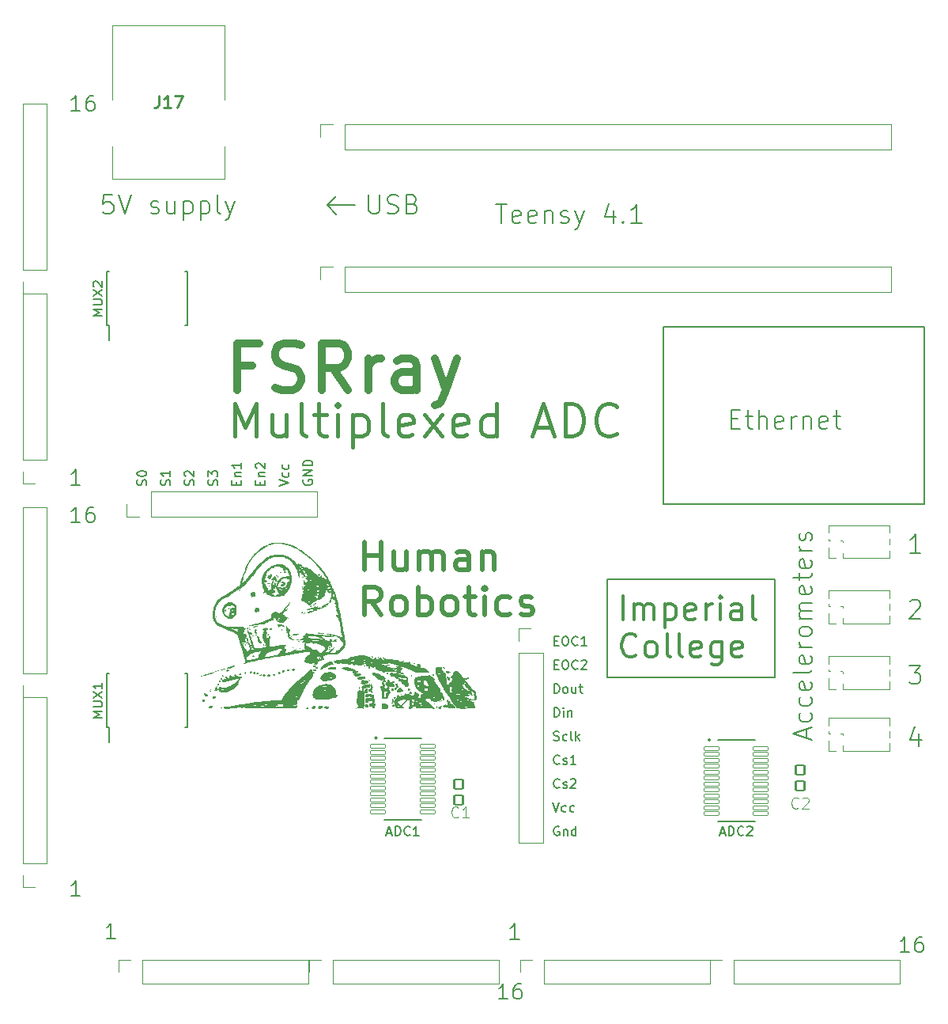
<source format=gbr>
%TF.GenerationSoftware,KiCad,Pcbnew,6.0.8-f2edbf62ab~116~ubuntu22.04.1*%
%TF.CreationDate,2022-10-28T15:12:37+01:00*%
%TF.ProjectId,fsr_array,6673725f-6172-4726-9179-2e6b69636164,3.0*%
%TF.SameCoordinates,Original*%
%TF.FileFunction,Legend,Top*%
%TF.FilePolarity,Positive*%
%FSLAX46Y46*%
G04 Gerber Fmt 4.6, Leading zero omitted, Abs format (unit mm)*
G04 Created by KiCad (PCBNEW 6.0.8-f2edbf62ab~116~ubuntu22.04.1) date 2022-10-28 15:12:37*
%MOMM*%
%LPD*%
G01*
G04 APERTURE LIST*
G04 Aperture macros list*
%AMRoundRect*
0 Rectangle with rounded corners*
0 $1 Rounding radius*
0 $2 $3 $4 $5 $6 $7 $8 $9 X,Y pos of 4 corners*
0 Add a 4 corners polygon primitive as box body*
4,1,4,$2,$3,$4,$5,$6,$7,$8,$9,$2,$3,0*
0 Add four circle primitives for the rounded corners*
1,1,$1+$1,$2,$3*
1,1,$1+$1,$4,$5*
1,1,$1+$1,$6,$7*
1,1,$1+$1,$8,$9*
0 Add four rect primitives between the rounded corners*
20,1,$1+$1,$2,$3,$4,$5,0*
20,1,$1+$1,$4,$5,$6,$7,0*
20,1,$1+$1,$6,$7,$8,$9,0*
20,1,$1+$1,$8,$9,$2,$3,0*%
%AMFreePoly0*
4,1,17,0.360532,0.806901,0.806901,0.360532,0.825500,0.315631,0.825500,-0.315631,0.806901,-0.360532,0.360532,-0.806901,0.315631,-0.825500,-0.315631,-0.825500,-0.360532,-0.806901,-0.806901,-0.360532,-0.825500,-0.315631,-0.825500,0.315631,-0.806901,0.360532,-0.360532,0.806901,-0.315631,0.825500,0.315631,0.825500,0.360532,0.806901,0.360532,0.806901,$1*%
G04 Aperture macros list end*
%ADD10C,0.200000*%
%ADD11C,0.152400*%
%ADD12C,0.142240*%
%ADD13C,0.203200*%
%ADD14C,0.400000*%
%ADD15C,0.876300*%
%ADD16C,0.500000*%
%ADD17C,0.304800*%
%ADD18C,0.150000*%
%ADD19C,0.093472*%
%ADD20C,0.254000*%
%ADD21C,0.127000*%
%ADD22C,0.120000*%
%ADD23C,0.100000*%
%ADD24FreePoly0,90.000000*%
%ADD25RoundRect,0.020500X-0.799500X-0.184500X0.799500X-0.184500X0.799500X0.184500X-0.799500X0.184500X0*%
%ADD26FreePoly0,270.000000*%
%ADD27RoundRect,0.114300X0.449200X-0.499200X0.449200X0.499200X-0.449200X0.499200X-0.449200X-0.499200X0*%
%ADD28C,3.200000*%
%ADD29R,1.700000X1.700000*%
%ADD30O,1.700000X1.700000*%
%ADD31R,0.450000X1.750000*%
%ADD32R,1.000000X1.000000*%
%ADD33O,1.000000X1.000000*%
%ADD34C,1.431000*%
%ADD35C,3.450000*%
G04 APERTURE END LIST*
D10*
X165000000Y-104000000D02*
X183000000Y-104000000D01*
X183000000Y-104000000D02*
X183000000Y-114500000D01*
X183000000Y-114500000D02*
X165000000Y-114500000D01*
X165000000Y-114500000D02*
X165000000Y-104000000D01*
D11*
X135000000Y-64000000D02*
X136000000Y-65000000D01*
X138000000Y-64000000D02*
X135000000Y-64000000D01*
X199000000Y-77000000D02*
X171000000Y-77000000D01*
X171000000Y-77000000D02*
X171000000Y-96000000D01*
X171000000Y-96000000D02*
X199000000Y-96000000D01*
X199000000Y-96000000D02*
X199000000Y-77000000D01*
X136000000Y-63000000D02*
X135000000Y-64000000D01*
D12*
X159330551Y-116198780D02*
X159330551Y-115198780D01*
X159568646Y-115198780D01*
X159711503Y-115246400D01*
X159806741Y-115341638D01*
X159854360Y-115436876D01*
X159901979Y-115627352D01*
X159901979Y-115770209D01*
X159854360Y-115960685D01*
X159806741Y-116055923D01*
X159711503Y-116151161D01*
X159568646Y-116198780D01*
X159330551Y-116198780D01*
X160473408Y-116198780D02*
X160378170Y-116151161D01*
X160330551Y-116103542D01*
X160282932Y-116008304D01*
X160282932Y-115722590D01*
X160330551Y-115627352D01*
X160378170Y-115579733D01*
X160473408Y-115532114D01*
X160616265Y-115532114D01*
X160711503Y-115579733D01*
X160759122Y-115627352D01*
X160806741Y-115722590D01*
X160806741Y-116008304D01*
X160759122Y-116103542D01*
X160711503Y-116151161D01*
X160616265Y-116198780D01*
X160473408Y-116198780D01*
X161663884Y-115532114D02*
X161663884Y-116198780D01*
X161235313Y-115532114D02*
X161235313Y-116055923D01*
X161282932Y-116151161D01*
X161378170Y-116198780D01*
X161521027Y-116198780D01*
X161616265Y-116151161D01*
X161663884Y-116103542D01*
X161997217Y-115532114D02*
X162378170Y-115532114D01*
X162140075Y-115198780D02*
X162140075Y-116055923D01*
X162187694Y-116151161D01*
X162282932Y-116198780D01*
X162378170Y-116198780D01*
X127848571Y-93901979D02*
X127848571Y-93568646D01*
X128372380Y-93425789D02*
X128372380Y-93901979D01*
X127372380Y-93901979D01*
X127372380Y-93425789D01*
X127705714Y-92997217D02*
X128372380Y-92997217D01*
X127800952Y-92997217D02*
X127753333Y-92949598D01*
X127705714Y-92854360D01*
X127705714Y-92711503D01*
X127753333Y-92616265D01*
X127848571Y-92568646D01*
X128372380Y-92568646D01*
X127467619Y-92140074D02*
X127420000Y-92092455D01*
X127372380Y-91997217D01*
X127372380Y-91759122D01*
X127420000Y-91663884D01*
X127467619Y-91616265D01*
X127562857Y-91568646D01*
X127658095Y-91568646D01*
X127800952Y-91616265D01*
X128372380Y-92187693D01*
X128372380Y-91568646D01*
D13*
X197428571Y-106412708D02*
X197523809Y-106317470D01*
X197714285Y-106222231D01*
X198190476Y-106222231D01*
X198380952Y-106317470D01*
X198476190Y-106412708D01*
X198571428Y-106603184D01*
X198571428Y-106793660D01*
X198476190Y-107079374D01*
X197333333Y-108222231D01*
X198571428Y-108222231D01*
D12*
X108571549Y-93914906D02*
X107636829Y-93914906D01*
X108104189Y-93914906D02*
X108104189Y-92279146D01*
X107948402Y-92512826D01*
X107792616Y-92668613D01*
X107636829Y-92746506D01*
D13*
X197333333Y-113222231D02*
X198571428Y-113222231D01*
X197904761Y-113984136D01*
X198190476Y-113984136D01*
X198380952Y-114079374D01*
X198476190Y-114174612D01*
X198571428Y-114365089D01*
X198571428Y-114841279D01*
X198476190Y-115031755D01*
X198380952Y-115126993D01*
X198190476Y-115222231D01*
X197619047Y-115222231D01*
X197428571Y-115126993D01*
X197333333Y-115031755D01*
D12*
X132500000Y-93378170D02*
X132452380Y-93473408D01*
X132452380Y-93616265D01*
X132500000Y-93759122D01*
X132595238Y-93854360D01*
X132690476Y-93901979D01*
X132880952Y-93949598D01*
X133023809Y-93949598D01*
X133214285Y-93901979D01*
X133309523Y-93854360D01*
X133404761Y-93759122D01*
X133452380Y-93616265D01*
X133452380Y-93521027D01*
X133404761Y-93378170D01*
X133357142Y-93330551D01*
X133023809Y-93330551D01*
X133023809Y-93521027D01*
X133452380Y-92901979D02*
X132452380Y-92901979D01*
X133452380Y-92330551D01*
X132452380Y-92330551D01*
X133452380Y-91854360D02*
X132452380Y-91854360D01*
X132452380Y-91616265D01*
X132500000Y-91473408D01*
X132595238Y-91378170D01*
X132690476Y-91330551D01*
X132880952Y-91282932D01*
X133023809Y-91282932D01*
X133214285Y-91330551D01*
X133309523Y-91378170D01*
X133404761Y-91473408D01*
X133452380Y-91616265D01*
X133452380Y-91854360D01*
X159187694Y-127898780D02*
X159521027Y-128898780D01*
X159854360Y-127898780D01*
X160616265Y-128851161D02*
X160521027Y-128898780D01*
X160330551Y-128898780D01*
X160235313Y-128851161D01*
X160187694Y-128803542D01*
X160140075Y-128708304D01*
X160140075Y-128422590D01*
X160187694Y-128327352D01*
X160235313Y-128279733D01*
X160330551Y-128232114D01*
X160521027Y-128232114D01*
X160616265Y-128279733D01*
X161473408Y-128851161D02*
X161378170Y-128898780D01*
X161187694Y-128898780D01*
X161092456Y-128851161D01*
X161044836Y-128803542D01*
X160997217Y-128708304D01*
X160997217Y-128422590D01*
X161044836Y-128327352D01*
X161092456Y-128279733D01*
X161187694Y-128232114D01*
X161378170Y-128232114D01*
X161473408Y-128279733D01*
X159330551Y-113134971D02*
X159663884Y-113134971D01*
X159806741Y-113658780D02*
X159330551Y-113658780D01*
X159330551Y-112658780D01*
X159806741Y-112658780D01*
X160425789Y-112658780D02*
X160616265Y-112658780D01*
X160711503Y-112706400D01*
X160806741Y-112801638D01*
X160854360Y-112992114D01*
X160854360Y-113325447D01*
X160806741Y-113515923D01*
X160711503Y-113611161D01*
X160616265Y-113658780D01*
X160425789Y-113658780D01*
X160330551Y-113611161D01*
X160235313Y-113515923D01*
X160187694Y-113325447D01*
X160187694Y-112992114D01*
X160235313Y-112801638D01*
X160330551Y-112706400D01*
X160425789Y-112658780D01*
X161854360Y-113563542D02*
X161806741Y-113611161D01*
X161663884Y-113658780D01*
X161568646Y-113658780D01*
X161425789Y-113611161D01*
X161330551Y-113515923D01*
X161282932Y-113420685D01*
X161235313Y-113230209D01*
X161235313Y-113087352D01*
X161282932Y-112896876D01*
X161330551Y-112801638D01*
X161425789Y-112706400D01*
X161568646Y-112658780D01*
X161663884Y-112658780D01*
X161806741Y-112706400D01*
X161854360Y-112754019D01*
X162235313Y-112754019D02*
X162282932Y-112706400D01*
X162378170Y-112658780D01*
X162616265Y-112658780D01*
X162711503Y-112706400D01*
X162759122Y-112754019D01*
X162806741Y-112849257D01*
X162806741Y-112944495D01*
X162759122Y-113087352D01*
X162187694Y-113658780D01*
X162806741Y-113658780D01*
D13*
X112047619Y-62904761D02*
X111095238Y-62904761D01*
X111000000Y-63857142D01*
X111095238Y-63761904D01*
X111285714Y-63666666D01*
X111761904Y-63666666D01*
X111952380Y-63761904D01*
X112047619Y-63857142D01*
X112142857Y-64047619D01*
X112142857Y-64523809D01*
X112047619Y-64714285D01*
X111952380Y-64809523D01*
X111761904Y-64904761D01*
X111285714Y-64904761D01*
X111095238Y-64809523D01*
X111000000Y-64714285D01*
X112714285Y-62904761D02*
X113380952Y-64904761D01*
X114047619Y-62904761D01*
X116142857Y-64809523D02*
X116333333Y-64904761D01*
X116714285Y-64904761D01*
X116904761Y-64809523D01*
X116999999Y-64619047D01*
X116999999Y-64523809D01*
X116904761Y-64333333D01*
X116714285Y-64238095D01*
X116428571Y-64238095D01*
X116238095Y-64142857D01*
X116142857Y-63952380D01*
X116142857Y-63857142D01*
X116238095Y-63666666D01*
X116428571Y-63571428D01*
X116714285Y-63571428D01*
X116904761Y-63666666D01*
X118714285Y-63571428D02*
X118714285Y-64904761D01*
X117857142Y-63571428D02*
X117857142Y-64619047D01*
X117952380Y-64809523D01*
X118142857Y-64904761D01*
X118428571Y-64904761D01*
X118619047Y-64809523D01*
X118714285Y-64714285D01*
X119666666Y-63571428D02*
X119666666Y-65571428D01*
X119666666Y-63666666D02*
X119857142Y-63571428D01*
X120238095Y-63571428D01*
X120428571Y-63666666D01*
X120523809Y-63761904D01*
X120619047Y-63952380D01*
X120619047Y-64523809D01*
X120523809Y-64714285D01*
X120428571Y-64809523D01*
X120238095Y-64904761D01*
X119857142Y-64904761D01*
X119666666Y-64809523D01*
X121476190Y-63571428D02*
X121476190Y-65571428D01*
X121476190Y-63666666D02*
X121666666Y-63571428D01*
X122047619Y-63571428D01*
X122238095Y-63666666D01*
X122333333Y-63761904D01*
X122428571Y-63952380D01*
X122428571Y-64523809D01*
X122333333Y-64714285D01*
X122238095Y-64809523D01*
X122047619Y-64904761D01*
X121666666Y-64904761D01*
X121476190Y-64809523D01*
X123571428Y-64904761D02*
X123380952Y-64809523D01*
X123285714Y-64619047D01*
X123285714Y-62904761D01*
X124142857Y-63571428D02*
X124619047Y-64904761D01*
X125095238Y-63571428D02*
X124619047Y-64904761D01*
X124428571Y-65380952D01*
X124333333Y-65476190D01*
X124142857Y-65571428D01*
X186333333Y-121000000D02*
X186333333Y-120047619D01*
X186904761Y-121190476D02*
X184904761Y-120523809D01*
X186904761Y-119857142D01*
X186809523Y-118333333D02*
X186904761Y-118523809D01*
X186904761Y-118904761D01*
X186809523Y-119095238D01*
X186714285Y-119190476D01*
X186523809Y-119285714D01*
X185952380Y-119285714D01*
X185761904Y-119190476D01*
X185666666Y-119095238D01*
X185571428Y-118904761D01*
X185571428Y-118523809D01*
X185666666Y-118333333D01*
X186809523Y-116619047D02*
X186904761Y-116809523D01*
X186904761Y-117190476D01*
X186809523Y-117380952D01*
X186714285Y-117476190D01*
X186523809Y-117571428D01*
X185952380Y-117571428D01*
X185761904Y-117476190D01*
X185666666Y-117380952D01*
X185571428Y-117190476D01*
X185571428Y-116809523D01*
X185666666Y-116619047D01*
X186809523Y-115000000D02*
X186904761Y-115190476D01*
X186904761Y-115571428D01*
X186809523Y-115761904D01*
X186619047Y-115857142D01*
X185857142Y-115857142D01*
X185666666Y-115761904D01*
X185571428Y-115571428D01*
X185571428Y-115190476D01*
X185666666Y-115000000D01*
X185857142Y-114904761D01*
X186047619Y-114904761D01*
X186238095Y-115857142D01*
X186904761Y-113761904D02*
X186809523Y-113952380D01*
X186619047Y-114047619D01*
X184904761Y-114047619D01*
X186809523Y-112238095D02*
X186904761Y-112428571D01*
X186904761Y-112809523D01*
X186809523Y-113000000D01*
X186619047Y-113095238D01*
X185857142Y-113095238D01*
X185666666Y-113000000D01*
X185571428Y-112809523D01*
X185571428Y-112428571D01*
X185666666Y-112238095D01*
X185857142Y-112142857D01*
X186047619Y-112142857D01*
X186238095Y-113095238D01*
X186904761Y-111285714D02*
X185571428Y-111285714D01*
X185952380Y-111285714D02*
X185761904Y-111190476D01*
X185666666Y-111095238D01*
X185571428Y-110904761D01*
X185571428Y-110714285D01*
X186904761Y-109761904D02*
X186809523Y-109952380D01*
X186714285Y-110047619D01*
X186523809Y-110142857D01*
X185952380Y-110142857D01*
X185761904Y-110047619D01*
X185666666Y-109952380D01*
X185571428Y-109761904D01*
X185571428Y-109476190D01*
X185666666Y-109285714D01*
X185761904Y-109190476D01*
X185952380Y-109095238D01*
X186523809Y-109095238D01*
X186714285Y-109190476D01*
X186809523Y-109285714D01*
X186904761Y-109476190D01*
X186904761Y-109761904D01*
X186904761Y-108238095D02*
X185571428Y-108238095D01*
X185761904Y-108238095D02*
X185666666Y-108142857D01*
X185571428Y-107952380D01*
X185571428Y-107666666D01*
X185666666Y-107476190D01*
X185857142Y-107380952D01*
X186904761Y-107380952D01*
X185857142Y-107380952D02*
X185666666Y-107285714D01*
X185571428Y-107095238D01*
X185571428Y-106809523D01*
X185666666Y-106619047D01*
X185857142Y-106523809D01*
X186904761Y-106523809D01*
X186809523Y-104809523D02*
X186904761Y-105000000D01*
X186904761Y-105380952D01*
X186809523Y-105571428D01*
X186619047Y-105666666D01*
X185857142Y-105666666D01*
X185666666Y-105571428D01*
X185571428Y-105380952D01*
X185571428Y-105000000D01*
X185666666Y-104809523D01*
X185857142Y-104714285D01*
X186047619Y-104714285D01*
X186238095Y-105666666D01*
X185571428Y-104142857D02*
X185571428Y-103380952D01*
X184904761Y-103857142D02*
X186619047Y-103857142D01*
X186809523Y-103761904D01*
X186904761Y-103571428D01*
X186904761Y-103380952D01*
X186809523Y-101952380D02*
X186904761Y-102142857D01*
X186904761Y-102523809D01*
X186809523Y-102714285D01*
X186619047Y-102809523D01*
X185857142Y-102809523D01*
X185666666Y-102714285D01*
X185571428Y-102523809D01*
X185571428Y-102142857D01*
X185666666Y-101952380D01*
X185857142Y-101857142D01*
X186047619Y-101857142D01*
X186238095Y-102809523D01*
X186904761Y-101000000D02*
X185571428Y-101000000D01*
X185952380Y-101000000D02*
X185761904Y-100904761D01*
X185666666Y-100809523D01*
X185571428Y-100619047D01*
X185571428Y-100428571D01*
X186809523Y-99857142D02*
X186904761Y-99666666D01*
X186904761Y-99285714D01*
X186809523Y-99095238D01*
X186619047Y-99000000D01*
X186523809Y-99000000D01*
X186333333Y-99095238D01*
X186238095Y-99285714D01*
X186238095Y-99571428D01*
X186142857Y-99761904D01*
X185952380Y-99857142D01*
X185857142Y-99857142D01*
X185666666Y-99761904D01*
X185571428Y-99571428D01*
X185571428Y-99285714D01*
X185666666Y-99095238D01*
D12*
X108571549Y-137914906D02*
X107636829Y-137914906D01*
X108104189Y-137914906D02*
X108104189Y-136279146D01*
X107948402Y-136512826D01*
X107792616Y-136668613D01*
X107636829Y-136746506D01*
D13*
X139476190Y-62904761D02*
X139476190Y-64523809D01*
X139571428Y-64714285D01*
X139666666Y-64809523D01*
X139857142Y-64904761D01*
X140238095Y-64904761D01*
X140428571Y-64809523D01*
X140523809Y-64714285D01*
X140619047Y-64523809D01*
X140619047Y-62904761D01*
X141476190Y-64809523D02*
X141761904Y-64904761D01*
X142238095Y-64904761D01*
X142428571Y-64809523D01*
X142523809Y-64714285D01*
X142619047Y-64523809D01*
X142619047Y-64333333D01*
X142523809Y-64142857D01*
X142428571Y-64047619D01*
X142238095Y-63952380D01*
X141857142Y-63857142D01*
X141666666Y-63761904D01*
X141571428Y-63666666D01*
X141476190Y-63476190D01*
X141476190Y-63285714D01*
X141571428Y-63095238D01*
X141666666Y-63000000D01*
X141857142Y-62904761D01*
X142333333Y-62904761D01*
X142619047Y-63000000D01*
X144142857Y-63857142D02*
X144428571Y-63952380D01*
X144523809Y-64047619D01*
X144619047Y-64238095D01*
X144619047Y-64523809D01*
X144523809Y-64714285D01*
X144428571Y-64809523D01*
X144238095Y-64904761D01*
X143476190Y-64904761D01*
X143476190Y-62904761D01*
X144142857Y-62904761D01*
X144333333Y-63000000D01*
X144428571Y-63095238D01*
X144523809Y-63285714D01*
X144523809Y-63476190D01*
X144428571Y-63666666D01*
X144333333Y-63761904D01*
X144142857Y-63857142D01*
X143476190Y-63857142D01*
D12*
X159901979Y-123723542D02*
X159854360Y-123771161D01*
X159711503Y-123818780D01*
X159616265Y-123818780D01*
X159473408Y-123771161D01*
X159378170Y-123675923D01*
X159330551Y-123580685D01*
X159282932Y-123390209D01*
X159282932Y-123247352D01*
X159330551Y-123056876D01*
X159378170Y-122961638D01*
X159473408Y-122866400D01*
X159616265Y-122818780D01*
X159711503Y-122818780D01*
X159854360Y-122866400D01*
X159901979Y-122914019D01*
X160282932Y-123771161D02*
X160378170Y-123818780D01*
X160568646Y-123818780D01*
X160663884Y-123771161D01*
X160711503Y-123675923D01*
X160711503Y-123628304D01*
X160663884Y-123533066D01*
X160568646Y-123485447D01*
X160425789Y-123485447D01*
X160330551Y-123437828D01*
X160282932Y-123342590D01*
X160282932Y-123294971D01*
X160330551Y-123199733D01*
X160425789Y-123152114D01*
X160568646Y-123152114D01*
X160663884Y-123199733D01*
X161663884Y-123818780D02*
X161092456Y-123818780D01*
X161378170Y-123818780D02*
X161378170Y-122818780D01*
X161282932Y-122961638D01*
X161187694Y-123056876D01*
X161092456Y-123104495D01*
X123244761Y-93949598D02*
X123292380Y-93806741D01*
X123292380Y-93568646D01*
X123244761Y-93473408D01*
X123197142Y-93425789D01*
X123101904Y-93378170D01*
X123006666Y-93378170D01*
X122911428Y-93425789D01*
X122863809Y-93473408D01*
X122816190Y-93568646D01*
X122768571Y-93759122D01*
X122720952Y-93854360D01*
X122673333Y-93901979D01*
X122578095Y-93949598D01*
X122482857Y-93949598D01*
X122387619Y-93901979D01*
X122340000Y-93854360D01*
X122292380Y-93759122D01*
X122292380Y-93521027D01*
X122340000Y-93378170D01*
X122292380Y-93044836D02*
X122292380Y-92425789D01*
X122673333Y-92759122D01*
X122673333Y-92616265D01*
X122720952Y-92521027D01*
X122768571Y-92473408D01*
X122863809Y-92425789D01*
X123101904Y-92425789D01*
X123197142Y-92473408D01*
X123244761Y-92521027D01*
X123292380Y-92616265D01*
X123292380Y-92901979D01*
X123244761Y-92997217D01*
X123197142Y-93044836D01*
D13*
X198571428Y-101222231D02*
X197428571Y-101222231D01*
X198000000Y-101222231D02*
X198000000Y-99222231D01*
X197809523Y-99507946D01*
X197619047Y-99698422D01*
X197428571Y-99793660D01*
D14*
X125094571Y-88733085D02*
X125094571Y-85227885D01*
X126262971Y-87731600D01*
X127431371Y-85227885D01*
X127431371Y-88733085D01*
X130602742Y-86396285D02*
X130602742Y-88733085D01*
X129100514Y-86396285D02*
X129100514Y-88232342D01*
X129267428Y-88566171D01*
X129601257Y-88733085D01*
X130102000Y-88733085D01*
X130435828Y-88566171D01*
X130602742Y-88399257D01*
X132772628Y-88733085D02*
X132438800Y-88566171D01*
X132271885Y-88232342D01*
X132271885Y-85227885D01*
X133607200Y-86396285D02*
X134942514Y-86396285D01*
X134107942Y-85227885D02*
X134107942Y-88232342D01*
X134274857Y-88566171D01*
X134608685Y-88733085D01*
X134942514Y-88733085D01*
X136110914Y-88733085D02*
X136110914Y-86396285D01*
X136110914Y-85227885D02*
X135944000Y-85394800D01*
X136110914Y-85561714D01*
X136277828Y-85394800D01*
X136110914Y-85227885D01*
X136110914Y-85561714D01*
X137780057Y-86396285D02*
X137780057Y-89901485D01*
X137780057Y-86563200D02*
X138113885Y-86396285D01*
X138781542Y-86396285D01*
X139115371Y-86563200D01*
X139282285Y-86730114D01*
X139449200Y-87063942D01*
X139449200Y-88065428D01*
X139282285Y-88399257D01*
X139115371Y-88566171D01*
X138781542Y-88733085D01*
X138113885Y-88733085D01*
X137780057Y-88566171D01*
X141452171Y-88733085D02*
X141118342Y-88566171D01*
X140951428Y-88232342D01*
X140951428Y-85227885D01*
X144122800Y-88566171D02*
X143788971Y-88733085D01*
X143121314Y-88733085D01*
X142787485Y-88566171D01*
X142620571Y-88232342D01*
X142620571Y-86897028D01*
X142787485Y-86563200D01*
X143121314Y-86396285D01*
X143788971Y-86396285D01*
X144122800Y-86563200D01*
X144289714Y-86897028D01*
X144289714Y-87230857D01*
X142620571Y-87564685D01*
X145458114Y-88733085D02*
X147294171Y-86396285D01*
X145458114Y-86396285D02*
X147294171Y-88733085D01*
X149964800Y-88566171D02*
X149630971Y-88733085D01*
X148963314Y-88733085D01*
X148629485Y-88566171D01*
X148462571Y-88232342D01*
X148462571Y-86897028D01*
X148629485Y-86563200D01*
X148963314Y-86396285D01*
X149630971Y-86396285D01*
X149964800Y-86563200D01*
X150131714Y-86897028D01*
X150131714Y-87230857D01*
X148462571Y-87564685D01*
X153136171Y-88733085D02*
X153136171Y-85227885D01*
X153136171Y-88566171D02*
X152802342Y-88733085D01*
X152134685Y-88733085D01*
X151800857Y-88566171D01*
X151633942Y-88399257D01*
X151467028Y-88065428D01*
X151467028Y-87063942D01*
X151633942Y-86730114D01*
X151800857Y-86563200D01*
X152134685Y-86396285D01*
X152802342Y-86396285D01*
X153136171Y-86563200D01*
X157309028Y-87731600D02*
X158978171Y-87731600D01*
X156975200Y-88733085D02*
X158143600Y-85227885D01*
X159312000Y-88733085D01*
X160480400Y-88733085D02*
X160480400Y-85227885D01*
X161314971Y-85227885D01*
X161815714Y-85394800D01*
X162149542Y-85728628D01*
X162316457Y-86062457D01*
X162483371Y-86730114D01*
X162483371Y-87230857D01*
X162316457Y-87898514D01*
X162149542Y-88232342D01*
X161815714Y-88566171D01*
X161314971Y-88733085D01*
X160480400Y-88733085D01*
X165988571Y-88399257D02*
X165821657Y-88566171D01*
X165320914Y-88733085D01*
X164987085Y-88733085D01*
X164486342Y-88566171D01*
X164152514Y-88232342D01*
X163985600Y-87898514D01*
X163818685Y-87230857D01*
X163818685Y-86730114D01*
X163985600Y-86062457D01*
X164152514Y-85728628D01*
X164486342Y-85394800D01*
X164987085Y-85227885D01*
X165320914Y-85227885D01*
X165821657Y-85394800D01*
X165988571Y-85561714D01*
D12*
X108571549Y-97914906D02*
X107636829Y-97914906D01*
X108104189Y-97914906D02*
X108104189Y-96279146D01*
X107948402Y-96512826D01*
X107792616Y-96668613D01*
X107636829Y-96746506D01*
X109973629Y-96279146D02*
X109662056Y-96279146D01*
X109506269Y-96357040D01*
X109428376Y-96434933D01*
X109272589Y-96668613D01*
X109194696Y-96980186D01*
X109194696Y-97603333D01*
X109272589Y-97759120D01*
X109350482Y-97837013D01*
X109506269Y-97914906D01*
X109817842Y-97914906D01*
X109973629Y-97837013D01*
X110051522Y-97759120D01*
X110129416Y-97603333D01*
X110129416Y-97213866D01*
X110051522Y-97058080D01*
X109973629Y-96980186D01*
X109817842Y-96902293D01*
X109506269Y-96902293D01*
X109350482Y-96980186D01*
X109272589Y-97058080D01*
X109194696Y-97213866D01*
D13*
X178285714Y-86857142D02*
X178952380Y-86857142D01*
X179238095Y-87904761D02*
X178285714Y-87904761D01*
X178285714Y-85904761D01*
X179238095Y-85904761D01*
X179809523Y-86571428D02*
X180571428Y-86571428D01*
X180095238Y-85904761D02*
X180095238Y-87619047D01*
X180190476Y-87809523D01*
X180380952Y-87904761D01*
X180571428Y-87904761D01*
X181238095Y-87904761D02*
X181238095Y-85904761D01*
X182095238Y-87904761D02*
X182095238Y-86857142D01*
X182000000Y-86666666D01*
X181809523Y-86571428D01*
X181523809Y-86571428D01*
X181333333Y-86666666D01*
X181238095Y-86761904D01*
X183809523Y-87809523D02*
X183619047Y-87904761D01*
X183238095Y-87904761D01*
X183047619Y-87809523D01*
X182952380Y-87619047D01*
X182952380Y-86857142D01*
X183047619Y-86666666D01*
X183238095Y-86571428D01*
X183619047Y-86571428D01*
X183809523Y-86666666D01*
X183904761Y-86857142D01*
X183904761Y-87047619D01*
X182952380Y-87238095D01*
X184761904Y-87904761D02*
X184761904Y-86571428D01*
X184761904Y-86952380D02*
X184857142Y-86761904D01*
X184952380Y-86666666D01*
X185142857Y-86571428D01*
X185333333Y-86571428D01*
X186000000Y-86571428D02*
X186000000Y-87904761D01*
X186000000Y-86761904D02*
X186095238Y-86666666D01*
X186285714Y-86571428D01*
X186571428Y-86571428D01*
X186761904Y-86666666D01*
X186857142Y-86857142D01*
X186857142Y-87904761D01*
X188571428Y-87809523D02*
X188380952Y-87904761D01*
X188000000Y-87904761D01*
X187809523Y-87809523D01*
X187714285Y-87619047D01*
X187714285Y-86857142D01*
X187809523Y-86666666D01*
X188000000Y-86571428D01*
X188380952Y-86571428D01*
X188571428Y-86666666D01*
X188666666Y-86857142D01*
X188666666Y-87047619D01*
X187714285Y-87238095D01*
X189238095Y-86571428D02*
X190000000Y-86571428D01*
X189523809Y-85904761D02*
X189523809Y-87619047D01*
X189619047Y-87809523D01*
X189809523Y-87904761D01*
X190000000Y-87904761D01*
X153095238Y-63904761D02*
X154238095Y-63904761D01*
X153666666Y-65904761D02*
X153666666Y-63904761D01*
X155666666Y-65809523D02*
X155476190Y-65904761D01*
X155095238Y-65904761D01*
X154904761Y-65809523D01*
X154809523Y-65619047D01*
X154809523Y-64857142D01*
X154904761Y-64666666D01*
X155095238Y-64571428D01*
X155476190Y-64571428D01*
X155666666Y-64666666D01*
X155761904Y-64857142D01*
X155761904Y-65047619D01*
X154809523Y-65238095D01*
X157380952Y-65809523D02*
X157190476Y-65904761D01*
X156809523Y-65904761D01*
X156619047Y-65809523D01*
X156523809Y-65619047D01*
X156523809Y-64857142D01*
X156619047Y-64666666D01*
X156809523Y-64571428D01*
X157190476Y-64571428D01*
X157380952Y-64666666D01*
X157476190Y-64857142D01*
X157476190Y-65047619D01*
X156523809Y-65238095D01*
X158333333Y-64571428D02*
X158333333Y-65904761D01*
X158333333Y-64761904D02*
X158428571Y-64666666D01*
X158619047Y-64571428D01*
X158904761Y-64571428D01*
X159095238Y-64666666D01*
X159190476Y-64857142D01*
X159190476Y-65904761D01*
X160047619Y-65809523D02*
X160238095Y-65904761D01*
X160619047Y-65904761D01*
X160809523Y-65809523D01*
X160904761Y-65619047D01*
X160904761Y-65523809D01*
X160809523Y-65333333D01*
X160619047Y-65238095D01*
X160333333Y-65238095D01*
X160142857Y-65142857D01*
X160047619Y-64952380D01*
X160047619Y-64857142D01*
X160142857Y-64666666D01*
X160333333Y-64571428D01*
X160619047Y-64571428D01*
X160809523Y-64666666D01*
X161571428Y-64571428D02*
X162047619Y-65904761D01*
X162523809Y-64571428D02*
X162047619Y-65904761D01*
X161857142Y-66380952D01*
X161761904Y-66476190D01*
X161571428Y-66571428D01*
X165666666Y-64571428D02*
X165666666Y-65904761D01*
X165190476Y-63809523D02*
X164714285Y-65238095D01*
X165952380Y-65238095D01*
X166714285Y-65714285D02*
X166809523Y-65809523D01*
X166714285Y-65904761D01*
X166619047Y-65809523D01*
X166714285Y-65714285D01*
X166714285Y-65904761D01*
X168714285Y-65904761D02*
X167571428Y-65904761D01*
X168142857Y-65904761D02*
X168142857Y-63904761D01*
X167952380Y-64190476D01*
X167761904Y-64380952D01*
X167571428Y-64476190D01*
X198380952Y-120513898D02*
X198380952Y-121847231D01*
X197904761Y-119751993D02*
X197428571Y-121180565D01*
X198666666Y-121180565D01*
D15*
X127026737Y-81142857D02*
X125360071Y-81142857D01*
X125360071Y-83761904D02*
X125360071Y-78761904D01*
X127741023Y-78761904D01*
X129407690Y-83523809D02*
X130121975Y-83761904D01*
X131312452Y-83761904D01*
X131788642Y-83523809D01*
X132026737Y-83285714D01*
X132264833Y-82809523D01*
X132264833Y-82333333D01*
X132026737Y-81857142D01*
X131788642Y-81619047D01*
X131312452Y-81380952D01*
X130360071Y-81142857D01*
X129883880Y-80904761D01*
X129645785Y-80666666D01*
X129407690Y-80190476D01*
X129407690Y-79714285D01*
X129645785Y-79238095D01*
X129883880Y-79000000D01*
X130360071Y-78761904D01*
X131550547Y-78761904D01*
X132264833Y-79000000D01*
X137264833Y-83761904D02*
X135598166Y-81380952D01*
X134407690Y-83761904D02*
X134407690Y-78761904D01*
X136312452Y-78761904D01*
X136788642Y-79000000D01*
X137026737Y-79238095D01*
X137264833Y-79714285D01*
X137264833Y-80428571D01*
X137026737Y-80904761D01*
X136788642Y-81142857D01*
X136312452Y-81380952D01*
X134407690Y-81380952D01*
X139407690Y-83761904D02*
X139407690Y-80428571D01*
X139407690Y-81380952D02*
X139645785Y-80904761D01*
X139883880Y-80666666D01*
X140360071Y-80428571D01*
X140836261Y-80428571D01*
X144645785Y-83761904D02*
X144645785Y-81142857D01*
X144407690Y-80666666D01*
X143931499Y-80428571D01*
X142979118Y-80428571D01*
X142502928Y-80666666D01*
X144645785Y-83523809D02*
X144169595Y-83761904D01*
X142979118Y-83761904D01*
X142502928Y-83523809D01*
X142264833Y-83047619D01*
X142264833Y-82571428D01*
X142502928Y-82095238D01*
X142979118Y-81857142D01*
X144169595Y-81857142D01*
X144645785Y-81619047D01*
X146550547Y-80428571D02*
X147741023Y-83761904D01*
X148931499Y-80428571D02*
X147741023Y-83761904D01*
X147264833Y-84952380D01*
X147026737Y-85190476D01*
X146550547Y-85428571D01*
D12*
X125308571Y-93901979D02*
X125308571Y-93568646D01*
X125832380Y-93425789D02*
X125832380Y-93901979D01*
X124832380Y-93901979D01*
X124832380Y-93425789D01*
X125165714Y-92997217D02*
X125832380Y-92997217D01*
X125260952Y-92997217D02*
X125213333Y-92949598D01*
X125165714Y-92854360D01*
X125165714Y-92711503D01*
X125213333Y-92616265D01*
X125308571Y-92568646D01*
X125832380Y-92568646D01*
X125832380Y-91568646D02*
X125832380Y-92140074D01*
X125832380Y-91854360D02*
X124832380Y-91854360D01*
X124975238Y-91949598D01*
X125070476Y-92044836D01*
X125118095Y-92140074D01*
X159901979Y-126263542D02*
X159854360Y-126311161D01*
X159711503Y-126358780D01*
X159616265Y-126358780D01*
X159473408Y-126311161D01*
X159378170Y-126215923D01*
X159330551Y-126120685D01*
X159282932Y-125930209D01*
X159282932Y-125787352D01*
X159330551Y-125596876D01*
X159378170Y-125501638D01*
X159473408Y-125406400D01*
X159616265Y-125358780D01*
X159711503Y-125358780D01*
X159854360Y-125406400D01*
X159901979Y-125454019D01*
X160282932Y-126311161D02*
X160378170Y-126358780D01*
X160568646Y-126358780D01*
X160663884Y-126311161D01*
X160711503Y-126215923D01*
X160711503Y-126168304D01*
X160663884Y-126073066D01*
X160568646Y-126025447D01*
X160425789Y-126025447D01*
X160330551Y-125977828D01*
X160282932Y-125882590D01*
X160282932Y-125834971D01*
X160330551Y-125739733D01*
X160425789Y-125692114D01*
X160568646Y-125692114D01*
X160663884Y-125739733D01*
X161092456Y-125454019D02*
X161140075Y-125406400D01*
X161235313Y-125358780D01*
X161473408Y-125358780D01*
X161568646Y-125406400D01*
X161616265Y-125454019D01*
X161663884Y-125549257D01*
X161663884Y-125644495D01*
X161616265Y-125787352D01*
X161044836Y-126358780D01*
X161663884Y-126358780D01*
X155571549Y-142514906D02*
X154636829Y-142514906D01*
X155104189Y-142514906D02*
X155104189Y-140879146D01*
X154948402Y-141112826D01*
X154792616Y-141268613D01*
X154636829Y-141346506D01*
X197338749Y-143922106D02*
X196404029Y-143922106D01*
X196871389Y-143922106D02*
X196871389Y-142286346D01*
X196715602Y-142520026D01*
X196559816Y-142675813D01*
X196404029Y-142753706D01*
X198740829Y-142286346D02*
X198429256Y-142286346D01*
X198273469Y-142364240D01*
X198195576Y-142442133D01*
X198039789Y-142675813D01*
X197961896Y-142987386D01*
X197961896Y-143610533D01*
X198039789Y-143766320D01*
X198117682Y-143844213D01*
X198273469Y-143922106D01*
X198585042Y-143922106D01*
X198740829Y-143844213D01*
X198818722Y-143766320D01*
X198896616Y-143610533D01*
X198896616Y-143221066D01*
X198818722Y-143065280D01*
X198740829Y-142987386D01*
X198585042Y-142909493D01*
X198273469Y-142909493D01*
X198117682Y-142987386D01*
X198039789Y-143065280D01*
X197961896Y-143221066D01*
X115624761Y-93949598D02*
X115672380Y-93806741D01*
X115672380Y-93568646D01*
X115624761Y-93473408D01*
X115577142Y-93425789D01*
X115481904Y-93378170D01*
X115386666Y-93378170D01*
X115291428Y-93425789D01*
X115243809Y-93473408D01*
X115196190Y-93568646D01*
X115148571Y-93759122D01*
X115100952Y-93854360D01*
X115053333Y-93901979D01*
X114958095Y-93949598D01*
X114862857Y-93949598D01*
X114767619Y-93901979D01*
X114720000Y-93854360D01*
X114672380Y-93759122D01*
X114672380Y-93521027D01*
X114720000Y-93378170D01*
X114672380Y-92759122D02*
X114672380Y-92663884D01*
X114720000Y-92568646D01*
X114767619Y-92521027D01*
X114862857Y-92473408D01*
X115053333Y-92425789D01*
X115291428Y-92425789D01*
X115481904Y-92473408D01*
X115577142Y-92521027D01*
X115624761Y-92568646D01*
X115672380Y-92663884D01*
X115672380Y-92759122D01*
X115624761Y-92854360D01*
X115577142Y-92901979D01*
X115481904Y-92949598D01*
X115291428Y-92997217D01*
X115053333Y-92997217D01*
X114862857Y-92949598D01*
X114767619Y-92901979D01*
X114720000Y-92854360D01*
X114672380Y-92759122D01*
X159854360Y-130486400D02*
X159759122Y-130438780D01*
X159616265Y-130438780D01*
X159473408Y-130486400D01*
X159378170Y-130581638D01*
X159330551Y-130676876D01*
X159282932Y-130867352D01*
X159282932Y-131010209D01*
X159330551Y-131200685D01*
X159378170Y-131295923D01*
X159473408Y-131391161D01*
X159616265Y-131438780D01*
X159711503Y-131438780D01*
X159854360Y-131391161D01*
X159901979Y-131343542D01*
X159901979Y-131010209D01*
X159711503Y-131010209D01*
X160330551Y-130772114D02*
X160330551Y-131438780D01*
X160330551Y-130867352D02*
X160378170Y-130819733D01*
X160473408Y-130772114D01*
X160616265Y-130772114D01*
X160711503Y-130819733D01*
X160759122Y-130914971D01*
X160759122Y-131438780D01*
X161663884Y-131438780D02*
X161663884Y-130438780D01*
X161663884Y-131391161D02*
X161568646Y-131438780D01*
X161378170Y-131438780D01*
X161282932Y-131391161D01*
X161235313Y-131343542D01*
X161187694Y-131248304D01*
X161187694Y-130962590D01*
X161235313Y-130867352D01*
X161282932Y-130819733D01*
X161378170Y-130772114D01*
X161568646Y-130772114D01*
X161663884Y-130819733D01*
X154338749Y-148922106D02*
X153404029Y-148922106D01*
X153871389Y-148922106D02*
X153871389Y-147286346D01*
X153715602Y-147520026D01*
X153559816Y-147675813D01*
X153404029Y-147753706D01*
X155740829Y-147286346D02*
X155429256Y-147286346D01*
X155273469Y-147364240D01*
X155195576Y-147442133D01*
X155039789Y-147675813D01*
X154961896Y-147987386D01*
X154961896Y-148610533D01*
X155039789Y-148766320D01*
X155117682Y-148844213D01*
X155273469Y-148922106D01*
X155585042Y-148922106D01*
X155740829Y-148844213D01*
X155818722Y-148766320D01*
X155896616Y-148610533D01*
X155896616Y-148221066D01*
X155818722Y-148065280D01*
X155740829Y-147987386D01*
X155585042Y-147909493D01*
X155273469Y-147909493D01*
X155117682Y-147987386D01*
X155039789Y-148065280D01*
X154961896Y-148221066D01*
X120704761Y-93949598D02*
X120752380Y-93806741D01*
X120752380Y-93568646D01*
X120704761Y-93473408D01*
X120657142Y-93425789D01*
X120561904Y-93378170D01*
X120466666Y-93378170D01*
X120371428Y-93425789D01*
X120323809Y-93473408D01*
X120276190Y-93568646D01*
X120228571Y-93759122D01*
X120180952Y-93854360D01*
X120133333Y-93901979D01*
X120038095Y-93949598D01*
X119942857Y-93949598D01*
X119847619Y-93901979D01*
X119800000Y-93854360D01*
X119752380Y-93759122D01*
X119752380Y-93521027D01*
X119800000Y-93378170D01*
X119847619Y-92997217D02*
X119800000Y-92949598D01*
X119752380Y-92854360D01*
X119752380Y-92616265D01*
X119800000Y-92521027D01*
X119847619Y-92473408D01*
X119942857Y-92425789D01*
X120038095Y-92425789D01*
X120180952Y-92473408D01*
X120752380Y-93044836D01*
X120752380Y-92425789D01*
D16*
X139039285Y-103027142D02*
X139039285Y-100027142D01*
X139039285Y-101455714D02*
X140753571Y-101455714D01*
X140753571Y-103027142D02*
X140753571Y-100027142D01*
X143467857Y-101027142D02*
X143467857Y-103027142D01*
X142182142Y-101027142D02*
X142182142Y-102598571D01*
X142325000Y-102884285D01*
X142610714Y-103027142D01*
X143039285Y-103027142D01*
X143325000Y-102884285D01*
X143467857Y-102741428D01*
X144896428Y-103027142D02*
X144896428Y-101027142D01*
X144896428Y-101312857D02*
X145039285Y-101170000D01*
X145325000Y-101027142D01*
X145753571Y-101027142D01*
X146039285Y-101170000D01*
X146182142Y-101455714D01*
X146182142Y-103027142D01*
X146182142Y-101455714D02*
X146325000Y-101170000D01*
X146610714Y-101027142D01*
X147039285Y-101027142D01*
X147325000Y-101170000D01*
X147467857Y-101455714D01*
X147467857Y-103027142D01*
X150182142Y-103027142D02*
X150182142Y-101455714D01*
X150039285Y-101170000D01*
X149753571Y-101027142D01*
X149182142Y-101027142D01*
X148896428Y-101170000D01*
X150182142Y-102884285D02*
X149896428Y-103027142D01*
X149182142Y-103027142D01*
X148896428Y-102884285D01*
X148753571Y-102598571D01*
X148753571Y-102312857D01*
X148896428Y-102027142D01*
X149182142Y-101884285D01*
X149896428Y-101884285D01*
X150182142Y-101741428D01*
X151610714Y-101027142D02*
X151610714Y-103027142D01*
X151610714Y-101312857D02*
X151753571Y-101170000D01*
X152039285Y-101027142D01*
X152467857Y-101027142D01*
X152753571Y-101170000D01*
X152896428Y-101455714D01*
X152896428Y-103027142D01*
X140753571Y-107857142D02*
X139753571Y-106428571D01*
X139039285Y-107857142D02*
X139039285Y-104857142D01*
X140182142Y-104857142D01*
X140467857Y-105000000D01*
X140610714Y-105142857D01*
X140753571Y-105428571D01*
X140753571Y-105857142D01*
X140610714Y-106142857D01*
X140467857Y-106285714D01*
X140182142Y-106428571D01*
X139039285Y-106428571D01*
X142467857Y-107857142D02*
X142182142Y-107714285D01*
X142039285Y-107571428D01*
X141896428Y-107285714D01*
X141896428Y-106428571D01*
X142039285Y-106142857D01*
X142182142Y-106000000D01*
X142467857Y-105857142D01*
X142896428Y-105857142D01*
X143182142Y-106000000D01*
X143325000Y-106142857D01*
X143467857Y-106428571D01*
X143467857Y-107285714D01*
X143325000Y-107571428D01*
X143182142Y-107714285D01*
X142896428Y-107857142D01*
X142467857Y-107857142D01*
X144753571Y-107857142D02*
X144753571Y-104857142D01*
X144753571Y-106000000D02*
X145039285Y-105857142D01*
X145610714Y-105857142D01*
X145896428Y-106000000D01*
X146039285Y-106142857D01*
X146182142Y-106428571D01*
X146182142Y-107285714D01*
X146039285Y-107571428D01*
X145896428Y-107714285D01*
X145610714Y-107857142D01*
X145039285Y-107857142D01*
X144753571Y-107714285D01*
X147896428Y-107857142D02*
X147610714Y-107714285D01*
X147467857Y-107571428D01*
X147325000Y-107285714D01*
X147325000Y-106428571D01*
X147467857Y-106142857D01*
X147610714Y-106000000D01*
X147896428Y-105857142D01*
X148325000Y-105857142D01*
X148610714Y-106000000D01*
X148753571Y-106142857D01*
X148896428Y-106428571D01*
X148896428Y-107285714D01*
X148753571Y-107571428D01*
X148610714Y-107714285D01*
X148325000Y-107857142D01*
X147896428Y-107857142D01*
X149753571Y-105857142D02*
X150896428Y-105857142D01*
X150182142Y-104857142D02*
X150182142Y-107428571D01*
X150325000Y-107714285D01*
X150610714Y-107857142D01*
X150896428Y-107857142D01*
X151896428Y-107857142D02*
X151896428Y-105857142D01*
X151896428Y-104857142D02*
X151753571Y-105000000D01*
X151896428Y-105142857D01*
X152039285Y-105000000D01*
X151896428Y-104857142D01*
X151896428Y-105142857D01*
X154610714Y-107714285D02*
X154325000Y-107857142D01*
X153753571Y-107857142D01*
X153467857Y-107714285D01*
X153325000Y-107571428D01*
X153182142Y-107285714D01*
X153182142Y-106428571D01*
X153325000Y-106142857D01*
X153467857Y-106000000D01*
X153753571Y-105857142D01*
X154325000Y-105857142D01*
X154610714Y-106000000D01*
X155753571Y-107714285D02*
X156039285Y-107857142D01*
X156610714Y-107857142D01*
X156896428Y-107714285D01*
X157039285Y-107428571D01*
X157039285Y-107285714D01*
X156896428Y-107000000D01*
X156610714Y-106857142D01*
X156182142Y-106857142D01*
X155896428Y-106714285D01*
X155753571Y-106428571D01*
X155753571Y-106285714D01*
X155896428Y-106000000D01*
X156182142Y-105857142D01*
X156610714Y-105857142D01*
X156896428Y-106000000D01*
D12*
X159282932Y-121231161D02*
X159425789Y-121278780D01*
X159663884Y-121278780D01*
X159759122Y-121231161D01*
X159806741Y-121183542D01*
X159854360Y-121088304D01*
X159854360Y-120993066D01*
X159806741Y-120897828D01*
X159759122Y-120850209D01*
X159663884Y-120802590D01*
X159473408Y-120754971D01*
X159378170Y-120707352D01*
X159330551Y-120659733D01*
X159282932Y-120564495D01*
X159282932Y-120469257D01*
X159330551Y-120374019D01*
X159378170Y-120326400D01*
X159473408Y-120278780D01*
X159711503Y-120278780D01*
X159854360Y-120326400D01*
X160711503Y-121231161D02*
X160616265Y-121278780D01*
X160425789Y-121278780D01*
X160330551Y-121231161D01*
X160282932Y-121183542D01*
X160235313Y-121088304D01*
X160235313Y-120802590D01*
X160282932Y-120707352D01*
X160330551Y-120659733D01*
X160425789Y-120612114D01*
X160616265Y-120612114D01*
X160711503Y-120659733D01*
X161282932Y-121278780D02*
X161187694Y-121231161D01*
X161140075Y-121135923D01*
X161140075Y-120278780D01*
X161663884Y-121278780D02*
X161663884Y-120278780D01*
X161759122Y-120897828D02*
X162044836Y-121278780D01*
X162044836Y-120612114D02*
X161663884Y-120993066D01*
X118164761Y-93949598D02*
X118212380Y-93806741D01*
X118212380Y-93568646D01*
X118164761Y-93473408D01*
X118117142Y-93425789D01*
X118021904Y-93378170D01*
X117926666Y-93378170D01*
X117831428Y-93425789D01*
X117783809Y-93473408D01*
X117736190Y-93568646D01*
X117688571Y-93759122D01*
X117640952Y-93854360D01*
X117593333Y-93901979D01*
X117498095Y-93949598D01*
X117402857Y-93949598D01*
X117307619Y-93901979D01*
X117260000Y-93854360D01*
X117212380Y-93759122D01*
X117212380Y-93521027D01*
X117260000Y-93378170D01*
X118212380Y-92425789D02*
X118212380Y-92997217D01*
X118212380Y-92711503D02*
X117212380Y-92711503D01*
X117355238Y-92806741D01*
X117450476Y-92901979D01*
X117498095Y-92997217D01*
X112322649Y-142448506D02*
X111387929Y-142448506D01*
X111855289Y-142448506D02*
X111855289Y-140812746D01*
X111699502Y-141046426D01*
X111543716Y-141202213D01*
X111387929Y-141280106D01*
X159330551Y-118738780D02*
X159330551Y-117738780D01*
X159568646Y-117738780D01*
X159711503Y-117786400D01*
X159806741Y-117881638D01*
X159854360Y-117976876D01*
X159901979Y-118167352D01*
X159901979Y-118310209D01*
X159854360Y-118500685D01*
X159806741Y-118595923D01*
X159711503Y-118691161D01*
X159568646Y-118738780D01*
X159330551Y-118738780D01*
X160330551Y-118738780D02*
X160330551Y-118072114D01*
X160330551Y-117738780D02*
X160282932Y-117786400D01*
X160330551Y-117834019D01*
X160378170Y-117786400D01*
X160330551Y-117738780D01*
X160330551Y-117834019D01*
X160806741Y-118072114D02*
X160806741Y-118738780D01*
X160806741Y-118167352D02*
X160854360Y-118119733D01*
X160949598Y-118072114D01*
X161092456Y-118072114D01*
X161187694Y-118119733D01*
X161235313Y-118214971D01*
X161235313Y-118738780D01*
X108571549Y-53914906D02*
X107636829Y-53914906D01*
X108104189Y-53914906D02*
X108104189Y-52279146D01*
X107948402Y-52512826D01*
X107792616Y-52668613D01*
X107636829Y-52746506D01*
X109973629Y-52279146D02*
X109662056Y-52279146D01*
X109506269Y-52357040D01*
X109428376Y-52434933D01*
X109272589Y-52668613D01*
X109194696Y-52980186D01*
X109194696Y-53603333D01*
X109272589Y-53759120D01*
X109350482Y-53837013D01*
X109506269Y-53914906D01*
X109817842Y-53914906D01*
X109973629Y-53837013D01*
X110051522Y-53759120D01*
X110129416Y-53603333D01*
X110129416Y-53213866D01*
X110051522Y-53058080D01*
X109973629Y-52980186D01*
X109817842Y-52902293D01*
X109506269Y-52902293D01*
X109350482Y-52980186D01*
X109272589Y-53058080D01*
X109194696Y-53213866D01*
D17*
X166665558Y-108333152D02*
X166665558Y-105833152D01*
X167856034Y-108333152D02*
X167856034Y-106666485D01*
X167856034Y-106904580D02*
X167975081Y-106785533D01*
X168213177Y-106666485D01*
X168570320Y-106666485D01*
X168808415Y-106785533D01*
X168927462Y-107023628D01*
X168927462Y-108333152D01*
X168927462Y-107023628D02*
X169046510Y-106785533D01*
X169284605Y-106666485D01*
X169641748Y-106666485D01*
X169879843Y-106785533D01*
X169998891Y-107023628D01*
X169998891Y-108333152D01*
X171189367Y-106666485D02*
X171189367Y-109166485D01*
X171189367Y-106785533D02*
X171427462Y-106666485D01*
X171903653Y-106666485D01*
X172141748Y-106785533D01*
X172260796Y-106904580D01*
X172379843Y-107142676D01*
X172379843Y-107856961D01*
X172260796Y-108095057D01*
X172141748Y-108214104D01*
X171903653Y-108333152D01*
X171427462Y-108333152D01*
X171189367Y-108214104D01*
X174403653Y-108214104D02*
X174165558Y-108333152D01*
X173689367Y-108333152D01*
X173451272Y-108214104D01*
X173332224Y-107976009D01*
X173332224Y-107023628D01*
X173451272Y-106785533D01*
X173689367Y-106666485D01*
X174165558Y-106666485D01*
X174403653Y-106785533D01*
X174522700Y-107023628D01*
X174522700Y-107261723D01*
X173332224Y-107499819D01*
X175594129Y-108333152D02*
X175594129Y-106666485D01*
X175594129Y-107142676D02*
X175713177Y-106904580D01*
X175832224Y-106785533D01*
X176070320Y-106666485D01*
X176308415Y-106666485D01*
X177141748Y-108333152D02*
X177141748Y-106666485D01*
X177141748Y-105833152D02*
X177022700Y-105952200D01*
X177141748Y-106071247D01*
X177260796Y-105952200D01*
X177141748Y-105833152D01*
X177141748Y-106071247D01*
X179403653Y-108333152D02*
X179403653Y-107023628D01*
X179284605Y-106785533D01*
X179046510Y-106666485D01*
X178570320Y-106666485D01*
X178332224Y-106785533D01*
X179403653Y-108214104D02*
X179165558Y-108333152D01*
X178570320Y-108333152D01*
X178332224Y-108214104D01*
X178213177Y-107976009D01*
X178213177Y-107737914D01*
X178332224Y-107499819D01*
X178570320Y-107380771D01*
X179165558Y-107380771D01*
X179403653Y-107261723D01*
X180951272Y-108333152D02*
X180713177Y-108214104D01*
X180594129Y-107976009D01*
X180594129Y-105833152D01*
X168094129Y-112120057D02*
X167975081Y-112239104D01*
X167617939Y-112358152D01*
X167379843Y-112358152D01*
X167022700Y-112239104D01*
X166784605Y-112001009D01*
X166665558Y-111762914D01*
X166546510Y-111286723D01*
X166546510Y-110929580D01*
X166665558Y-110453390D01*
X166784605Y-110215295D01*
X167022700Y-109977200D01*
X167379843Y-109858152D01*
X167617939Y-109858152D01*
X167975081Y-109977200D01*
X168094129Y-110096247D01*
X169522700Y-112358152D02*
X169284605Y-112239104D01*
X169165558Y-112120057D01*
X169046510Y-111881961D01*
X169046510Y-111167676D01*
X169165558Y-110929580D01*
X169284605Y-110810533D01*
X169522700Y-110691485D01*
X169879843Y-110691485D01*
X170117939Y-110810533D01*
X170236986Y-110929580D01*
X170356034Y-111167676D01*
X170356034Y-111881961D01*
X170236986Y-112120057D01*
X170117939Y-112239104D01*
X169879843Y-112358152D01*
X169522700Y-112358152D01*
X171784605Y-112358152D02*
X171546510Y-112239104D01*
X171427462Y-112001009D01*
X171427462Y-109858152D01*
X173094129Y-112358152D02*
X172856034Y-112239104D01*
X172736986Y-112001009D01*
X172736986Y-109858152D01*
X174998891Y-112239104D02*
X174760796Y-112358152D01*
X174284605Y-112358152D01*
X174046510Y-112239104D01*
X173927462Y-112001009D01*
X173927462Y-111048628D01*
X174046510Y-110810533D01*
X174284605Y-110691485D01*
X174760796Y-110691485D01*
X174998891Y-110810533D01*
X175117939Y-111048628D01*
X175117939Y-111286723D01*
X173927462Y-111524819D01*
X177260796Y-110691485D02*
X177260796Y-112715295D01*
X177141748Y-112953390D01*
X177022700Y-113072438D01*
X176784605Y-113191485D01*
X176427462Y-113191485D01*
X176189367Y-113072438D01*
X177260796Y-112239104D02*
X177022700Y-112358152D01*
X176546510Y-112358152D01*
X176308415Y-112239104D01*
X176189367Y-112120057D01*
X176070320Y-111881961D01*
X176070320Y-111167676D01*
X176189367Y-110929580D01*
X176308415Y-110810533D01*
X176546510Y-110691485D01*
X177022700Y-110691485D01*
X177260796Y-110810533D01*
X179403653Y-112239104D02*
X179165558Y-112358152D01*
X178689367Y-112358152D01*
X178451272Y-112239104D01*
X178332224Y-112001009D01*
X178332224Y-111048628D01*
X178451272Y-110810533D01*
X178689367Y-110691485D01*
X179165558Y-110691485D01*
X179403653Y-110810533D01*
X179522700Y-111048628D01*
X179522700Y-111286723D01*
X178332224Y-111524819D01*
D12*
X159330551Y-110594971D02*
X159663884Y-110594971D01*
X159806741Y-111118780D02*
X159330551Y-111118780D01*
X159330551Y-110118780D01*
X159806741Y-110118780D01*
X160425789Y-110118780D02*
X160616265Y-110118780D01*
X160711503Y-110166400D01*
X160806741Y-110261638D01*
X160854360Y-110452114D01*
X160854360Y-110785447D01*
X160806741Y-110975923D01*
X160711503Y-111071161D01*
X160616265Y-111118780D01*
X160425789Y-111118780D01*
X160330551Y-111071161D01*
X160235313Y-110975923D01*
X160187694Y-110785447D01*
X160187694Y-110452114D01*
X160235313Y-110261638D01*
X160330551Y-110166400D01*
X160425789Y-110118780D01*
X161854360Y-111023542D02*
X161806741Y-111071161D01*
X161663884Y-111118780D01*
X161568646Y-111118780D01*
X161425789Y-111071161D01*
X161330551Y-110975923D01*
X161282932Y-110880685D01*
X161235313Y-110690209D01*
X161235313Y-110547352D01*
X161282932Y-110356876D01*
X161330551Y-110261638D01*
X161425789Y-110166400D01*
X161568646Y-110118780D01*
X161663884Y-110118780D01*
X161806741Y-110166400D01*
X161854360Y-110214019D01*
X162806741Y-111118780D02*
X162235313Y-111118780D01*
X162521027Y-111118780D02*
X162521027Y-110118780D01*
X162425789Y-110261638D01*
X162330551Y-110356876D01*
X162235313Y-110404495D01*
X129912380Y-94044836D02*
X130912380Y-93711503D01*
X129912380Y-93378169D01*
X130864761Y-92616265D02*
X130912380Y-92711503D01*
X130912380Y-92901979D01*
X130864761Y-92997217D01*
X130817142Y-93044836D01*
X130721904Y-93092455D01*
X130436190Y-93092455D01*
X130340952Y-93044836D01*
X130293333Y-92997217D01*
X130245714Y-92901979D01*
X130245714Y-92711503D01*
X130293333Y-92616265D01*
X130864761Y-91759122D02*
X130912380Y-91854360D01*
X130912380Y-92044836D01*
X130864761Y-92140074D01*
X130817142Y-92187693D01*
X130721904Y-92235312D01*
X130436190Y-92235312D01*
X130340952Y-92187693D01*
X130293333Y-92140074D01*
X130245714Y-92044836D01*
X130245714Y-91854360D01*
X130293333Y-91759122D01*
D18*
%TO.C,ADC1*%
X141418514Y-131166666D02*
X141894704Y-131166666D01*
X141323276Y-131452380D02*
X141656609Y-130452380D01*
X141989942Y-131452380D01*
X142323276Y-131452380D02*
X142323276Y-130452380D01*
X142561371Y-130452380D01*
X142704228Y-130500000D01*
X142799466Y-130595238D01*
X142847085Y-130690476D01*
X142894704Y-130880952D01*
X142894704Y-131023809D01*
X142847085Y-131214285D01*
X142799466Y-131309523D01*
X142704228Y-131404761D01*
X142561371Y-131452380D01*
X142323276Y-131452380D01*
X143894704Y-131357142D02*
X143847085Y-131404761D01*
X143704228Y-131452380D01*
X143608990Y-131452380D01*
X143466133Y-131404761D01*
X143370895Y-131309523D01*
X143323276Y-131214285D01*
X143275657Y-131023809D01*
X143275657Y-130880952D01*
X143323276Y-130690476D01*
X143370895Y-130595238D01*
X143466133Y-130500000D01*
X143608990Y-130452380D01*
X143704228Y-130452380D01*
X143847085Y-130500000D01*
X143894704Y-130547619D01*
X144847085Y-131452380D02*
X144275657Y-131452380D01*
X144561371Y-131452380D02*
X144561371Y-130452380D01*
X144466133Y-130595238D01*
X144370895Y-130690476D01*
X144275657Y-130738095D01*
D19*
%TO.C,C2*%
X185462084Y-128420188D02*
X185406059Y-128476213D01*
X185237983Y-128532238D01*
X185125933Y-128532238D01*
X184957857Y-128476213D01*
X184845807Y-128364163D01*
X184789782Y-128252113D01*
X184733757Y-128028012D01*
X184733757Y-127859937D01*
X184789782Y-127635836D01*
X184845807Y-127523786D01*
X184957857Y-127411736D01*
X185125933Y-127355710D01*
X185237983Y-127355710D01*
X185406059Y-127411736D01*
X185462084Y-127467761D01*
X185910285Y-127467761D02*
X185966310Y-127411736D01*
X186078360Y-127355710D01*
X186358486Y-127355710D01*
X186470536Y-127411736D01*
X186526561Y-127467761D01*
X186582587Y-127579811D01*
X186582587Y-127691861D01*
X186526561Y-127859937D01*
X185854260Y-128532238D01*
X186582587Y-128532238D01*
%TO.C,C1*%
X149045984Y-129420188D02*
X148989959Y-129476213D01*
X148821883Y-129532238D01*
X148709833Y-129532238D01*
X148541757Y-129476213D01*
X148429707Y-129364163D01*
X148373682Y-129252113D01*
X148317657Y-129028012D01*
X148317657Y-128859937D01*
X148373682Y-128635836D01*
X148429707Y-128523786D01*
X148541757Y-128411736D01*
X148709833Y-128355710D01*
X148821883Y-128355710D01*
X148989959Y-128411736D01*
X149045984Y-128467761D01*
X150166487Y-129532238D02*
X149494185Y-129532238D01*
X149830336Y-129532238D02*
X149830336Y-128355710D01*
X149718285Y-128523786D01*
X149606235Y-128635836D01*
X149494185Y-128691861D01*
D18*
%TO.C,ADC2*%
X177118514Y-131166666D02*
X177594704Y-131166666D01*
X177023276Y-131452380D02*
X177356609Y-130452380D01*
X177689942Y-131452380D01*
X178023276Y-131452380D02*
X178023276Y-130452380D01*
X178261371Y-130452380D01*
X178404228Y-130500000D01*
X178499466Y-130595238D01*
X178547085Y-130690476D01*
X178594704Y-130880952D01*
X178594704Y-131023809D01*
X178547085Y-131214285D01*
X178499466Y-131309523D01*
X178404228Y-131404761D01*
X178261371Y-131452380D01*
X178023276Y-131452380D01*
X179594704Y-131357142D02*
X179547085Y-131404761D01*
X179404228Y-131452380D01*
X179308990Y-131452380D01*
X179166133Y-131404761D01*
X179070895Y-131309523D01*
X179023276Y-131214285D01*
X178975657Y-131023809D01*
X178975657Y-130880952D01*
X179023276Y-130690476D01*
X179070895Y-130595238D01*
X179166133Y-130500000D01*
X179308990Y-130452380D01*
X179404228Y-130452380D01*
X179547085Y-130500000D01*
X179594704Y-130547619D01*
X179975657Y-130547619D02*
X180023276Y-130500000D01*
X180118514Y-130452380D01*
X180356609Y-130452380D01*
X180451847Y-130500000D01*
X180499466Y-130547619D01*
X180547085Y-130642857D01*
X180547085Y-130738095D01*
X180499466Y-130880952D01*
X179928038Y-131452380D01*
X180547085Y-131452380D01*
%TO.C,MUX2*%
X110935180Y-75802323D02*
X109935180Y-75802323D01*
X110649466Y-75468990D01*
X109935180Y-75135657D01*
X110935180Y-75135657D01*
X109935180Y-74659466D02*
X110744704Y-74659466D01*
X110839942Y-74611847D01*
X110887561Y-74564228D01*
X110935180Y-74468990D01*
X110935180Y-74278514D01*
X110887561Y-74183276D01*
X110839942Y-74135657D01*
X110744704Y-74088038D01*
X109935180Y-74088038D01*
X109935180Y-73707085D02*
X110935180Y-73040419D01*
X109935180Y-73040419D02*
X110935180Y-73707085D01*
X110030419Y-72707085D02*
X109982800Y-72659466D01*
X109935180Y-72564228D01*
X109935180Y-72326133D01*
X109982800Y-72230895D01*
X110030419Y-72183276D01*
X110125657Y-72135657D01*
X110220895Y-72135657D01*
X110363752Y-72183276D01*
X110935180Y-72754704D01*
X110935180Y-72135657D01*
D20*
%TO.C,J17*%
X116991904Y-52274523D02*
X116991904Y-53181666D01*
X116931428Y-53363095D01*
X116810476Y-53484047D01*
X116629047Y-53544523D01*
X116508095Y-53544523D01*
X118261904Y-53544523D02*
X117536190Y-53544523D01*
X117899047Y-53544523D02*
X117899047Y-52274523D01*
X117778095Y-52455952D01*
X117657142Y-52576904D01*
X117536190Y-52637380D01*
X118685238Y-52274523D02*
X119531904Y-52274523D01*
X118987619Y-53544523D01*
D18*
%TO.C,MUX1*%
X110935180Y-118802323D02*
X109935180Y-118802323D01*
X110649466Y-118468990D01*
X109935180Y-118135657D01*
X110935180Y-118135657D01*
X109935180Y-117659466D02*
X110744704Y-117659466D01*
X110839942Y-117611847D01*
X110887561Y-117564228D01*
X110935180Y-117468990D01*
X110935180Y-117278514D01*
X110887561Y-117183276D01*
X110839942Y-117135657D01*
X110744704Y-117088038D01*
X109935180Y-117088038D01*
X109935180Y-116707085D02*
X110935180Y-116040419D01*
X109935180Y-116040419D02*
X110935180Y-116707085D01*
X110935180Y-115135657D02*
X110935180Y-115707085D01*
X110935180Y-115421371D02*
X109935180Y-115421371D01*
X110078038Y-115516609D01*
X110173276Y-115611847D01*
X110220895Y-115707085D01*
D21*
%TO.C,ADC1*%
X141137800Y-121022800D02*
X145127800Y-121022800D01*
X141137800Y-129762800D02*
X145127800Y-129762800D01*
D10*
X140332800Y-120992800D02*
G75*
G03*
X140332800Y-120992800I-100000J0D01*
G01*
D22*
%TO.C,J6*%
X135632800Y-147262800D02*
X135632800Y-144722800D01*
X133092800Y-145992800D02*
X133092800Y-144722800D01*
X135632800Y-147262800D02*
X153412800Y-147262800D01*
X135632800Y-144722800D02*
X153412800Y-144722800D01*
X153412800Y-147262800D02*
X153412800Y-144722800D01*
X133092800Y-144722800D02*
X134362800Y-144722800D01*
%TO.C,J4*%
X103732800Y-73462800D02*
X102462800Y-73462800D01*
X102462800Y-70922800D02*
X102462800Y-53142800D01*
X105002800Y-70922800D02*
X102462800Y-70922800D01*
X102462800Y-73462800D02*
X102462800Y-72192800D01*
X105002800Y-70922800D02*
X105002800Y-53142800D01*
X105002800Y-53142800D02*
X102462800Y-53142800D01*
D21*
%TO.C,ADC2*%
X176837800Y-121222800D02*
X180827800Y-121222800D01*
X176837800Y-129962800D02*
X180827800Y-129962800D01*
D10*
X176032800Y-121192800D02*
G75*
G03*
X176032800Y-121192800I-100000J0D01*
G01*
D22*
%TO.C,J12*%
X136882800Y-73262800D02*
X136882800Y-70602800D01*
X136882800Y-70602800D02*
X195362800Y-70602800D01*
X136882800Y-73262800D02*
X195362800Y-73262800D01*
X134282800Y-71932800D02*
X134282800Y-70602800D01*
X195362800Y-73262800D02*
X195362800Y-70602800D01*
X134282800Y-70602800D02*
X135612800Y-70602800D01*
D18*
%TO.C,MUX2*%
X120057800Y-71117800D02*
X119757800Y-71117800D01*
X111407800Y-76867800D02*
X111632800Y-76867800D01*
X120057800Y-76867800D02*
X120057800Y-71117800D01*
X111407800Y-76867800D02*
X111407800Y-71117800D01*
X120057800Y-76867800D02*
X119757800Y-76867800D01*
X111407800Y-71117800D02*
X111707800Y-71117800D01*
X111632800Y-76867800D02*
X111632800Y-78467800D01*
D22*
%TO.C,J10*%
X155502800Y-111862800D02*
X158162800Y-111862800D01*
X155502800Y-111862800D02*
X155502800Y-132242800D01*
X155502800Y-110592800D02*
X155502800Y-109262800D01*
X155502800Y-109262800D02*
X156832800Y-109262800D01*
X155502800Y-132242800D02*
X158162800Y-132242800D01*
X158162800Y-111862800D02*
X158162800Y-132242800D01*
%TO.C,J1*%
X105002800Y-116642800D02*
X102462800Y-116642800D01*
X103732800Y-136962800D02*
X102462800Y-136962800D01*
X102462800Y-134422800D02*
X102462800Y-116642800D01*
X105002800Y-134422800D02*
X105002800Y-116642800D01*
X102462800Y-136962800D02*
X102462800Y-135692800D01*
X105002800Y-134422800D02*
X102462800Y-134422800D01*
%TO.C,J14*%
X190210000Y-101755000D02*
X190210000Y-101188471D01*
X188886529Y-99865000D02*
X188755000Y-99865000D01*
X190156529Y-99865000D02*
X190013471Y-99865000D01*
X190210000Y-101755000D02*
X195225000Y-101755000D01*
X188755000Y-99047470D02*
X188755000Y-98225000D01*
X190210000Y-100061529D02*
X190210000Y-99918471D01*
X188690000Y-101755000D02*
X188690000Y-100625000D01*
X188755000Y-99865000D02*
X188755000Y-99662530D01*
X195225000Y-99047470D02*
X195225000Y-98225000D01*
X188755000Y-98225000D02*
X195225000Y-98225000D01*
X189450000Y-101755000D02*
X188690000Y-101755000D01*
X195225000Y-100317470D02*
X195225000Y-99662530D01*
X195225000Y-101755000D02*
X195225000Y-100932530D01*
%TO.C,J3*%
X102462800Y-91242800D02*
X102462800Y-73462800D01*
X102462800Y-93782800D02*
X102462800Y-92512800D01*
X105002800Y-73462800D02*
X102462800Y-73462800D01*
X103732800Y-93782800D02*
X102462800Y-93782800D01*
X105002800Y-91242800D02*
X102462800Y-91242800D01*
X105002800Y-91242800D02*
X105002800Y-73462800D01*
%TO.C,J13*%
X188886529Y-106865000D02*
X188755000Y-106865000D01*
X188755000Y-105225000D02*
X195225000Y-105225000D01*
X188755000Y-106047470D02*
X188755000Y-105225000D01*
X189450000Y-108755000D02*
X188690000Y-108755000D01*
X188690000Y-108755000D02*
X188690000Y-107625000D01*
X190210000Y-108755000D02*
X195225000Y-108755000D01*
X190156529Y-106865000D02*
X190013471Y-106865000D01*
X188755000Y-106865000D02*
X188755000Y-106662530D01*
X195225000Y-108755000D02*
X195225000Y-107932530D01*
X190210000Y-107061529D02*
X190210000Y-106918471D01*
X190210000Y-108755000D02*
X190210000Y-108188471D01*
X195225000Y-107317470D02*
X195225000Y-106662530D01*
X195225000Y-106047470D02*
X195225000Y-105225000D01*
%TO.C,J11*%
X136882800Y-55362800D02*
X195362800Y-55362800D01*
X136882800Y-58022800D02*
X136882800Y-55362800D01*
X136882800Y-58022800D02*
X195362800Y-58022800D01*
X195362800Y-58022800D02*
X195362800Y-55362800D01*
X134282800Y-56692800D02*
X134282800Y-55362800D01*
X134282800Y-55362800D02*
X135612800Y-55362800D01*
%TO.C,J9*%
X116127800Y-97322800D02*
X133967800Y-97322800D01*
X114857800Y-97322800D02*
X113527800Y-97322800D01*
X133967800Y-97322800D02*
X133967800Y-94662800D01*
X116127800Y-97322800D02*
X116127800Y-94662800D01*
X116127800Y-94662800D02*
X133967800Y-94662800D01*
X113527800Y-97322800D02*
X113527800Y-95992800D01*
%TO.C,J7*%
X155712800Y-144722800D02*
X156982800Y-144722800D01*
X158252800Y-144722800D02*
X176032800Y-144722800D01*
X176032800Y-147262800D02*
X176032800Y-144722800D01*
X158252800Y-147262800D02*
X176032800Y-147262800D01*
X158252800Y-147262800D02*
X158252800Y-144722800D01*
X155712800Y-145992800D02*
X155712800Y-144722800D01*
%TO.C,J8*%
X178572800Y-147262800D02*
X178572800Y-144722800D01*
X178572800Y-147262800D02*
X196352800Y-147262800D01*
X178572800Y-144722800D02*
X196352800Y-144722800D01*
X196352800Y-147262800D02*
X196352800Y-144722800D01*
X176032800Y-145992800D02*
X176032800Y-144722800D01*
X176032800Y-144722800D02*
X177302800Y-144722800D01*
%TO.C,J16*%
X189450000Y-122380000D02*
X188690000Y-122380000D01*
X190210000Y-122380000D02*
X190210000Y-121813471D01*
X195225000Y-120942470D02*
X195225000Y-120287530D01*
X188755000Y-120490000D02*
X188755000Y-120287530D01*
X188755000Y-118850000D02*
X195225000Y-118850000D01*
X188755000Y-119672470D02*
X188755000Y-118850000D01*
X190210000Y-120686529D02*
X190210000Y-120543471D01*
X195225000Y-122380000D02*
X195225000Y-121557530D01*
X195225000Y-119672470D02*
X195225000Y-118850000D01*
X190210000Y-122380000D02*
X195225000Y-122380000D01*
X188886529Y-120490000D02*
X188755000Y-120490000D01*
X188690000Y-122380000D02*
X188690000Y-121250000D01*
X190156529Y-120490000D02*
X190013471Y-120490000D01*
%TO.C,J15*%
X188755000Y-112225000D02*
X195225000Y-112225000D01*
X188886529Y-113865000D02*
X188755000Y-113865000D01*
X190210000Y-115755000D02*
X190210000Y-115188471D01*
X189450000Y-115755000D02*
X188690000Y-115755000D01*
X190210000Y-115755000D02*
X195225000Y-115755000D01*
X188755000Y-113865000D02*
X188755000Y-113662530D01*
X195225000Y-114317470D02*
X195225000Y-113662530D01*
X188690000Y-115755000D02*
X188690000Y-114625000D01*
X195225000Y-113047470D02*
X195225000Y-112225000D01*
X190210000Y-114061529D02*
X190210000Y-113918471D01*
X195225000Y-115755000D02*
X195225000Y-114932530D01*
X190156529Y-113865000D02*
X190013471Y-113865000D01*
X188755000Y-113047470D02*
X188755000Y-112225000D01*
%TO.C,G\u002A\u002A\u002A*%
G36*
X130913753Y-113689452D02*
G01*
X130955428Y-113704946D01*
X130962278Y-113711201D01*
X130978306Y-113755019D01*
X130964825Y-113802274D01*
X130926108Y-113843082D01*
X130898865Y-113857880D01*
X130839425Y-113878856D01*
X130798060Y-113881077D01*
X130761856Y-113864718D01*
X130754882Y-113859806D01*
X130729834Y-113823773D01*
X130721909Y-113784060D01*
X130733223Y-113736562D01*
X130754882Y-113708314D01*
X130798525Y-113690927D01*
X130856467Y-113684710D01*
X130913753Y-113689452D01*
G37*
G36*
X139232661Y-117809208D02*
G01*
X139287428Y-117815169D01*
X139323774Y-117824837D01*
X139332727Y-117832809D01*
X139316298Y-117843640D01*
X139273914Y-117852541D01*
X139232661Y-117856410D01*
X139173970Y-117857732D01*
X139143367Y-117852257D01*
X139132964Y-117838124D01*
X139132595Y-117832809D01*
X139139042Y-117816124D01*
X139163641Y-117808579D01*
X139214280Y-117808315D01*
X139232661Y-117809208D01*
G37*
G36*
X130409419Y-113751926D02*
G01*
X130451983Y-113787305D01*
X130467798Y-113838225D01*
X130454608Y-113898103D01*
X130416188Y-113954087D01*
X130366740Y-113985598D01*
X130308482Y-113993232D01*
X130254995Y-113977104D01*
X130228192Y-113952500D01*
X130200777Y-113887775D01*
X130205336Y-113826541D01*
X130237773Y-113776472D01*
X130293991Y-113745239D01*
X130342362Y-113738670D01*
X130409419Y-113751926D01*
G37*
G36*
X128335204Y-114210155D02*
G01*
X128375810Y-114239550D01*
X128398831Y-114277995D01*
X128398004Y-114321034D01*
X128369300Y-114362232D01*
X128329130Y-114381534D01*
X128271595Y-114391150D01*
X128211755Y-114390511D01*
X128164671Y-114379042D01*
X128151952Y-114370493D01*
X128131525Y-114327470D01*
X128134743Y-114275221D01*
X128159569Y-114230189D01*
X128170516Y-114220829D01*
X128226294Y-114196339D01*
X128283278Y-114194267D01*
X128335204Y-114210155D01*
G37*
G36*
X123458824Y-115163415D02*
G01*
X123498838Y-115175069D01*
X123504769Y-115189401D01*
X123476000Y-115207455D01*
X123421095Y-115227380D01*
X123350838Y-115249854D01*
X123401329Y-115290113D01*
X123432950Y-115326007D01*
X123434124Y-115353716D01*
X123410410Y-115369769D01*
X123367365Y-115370695D01*
X123310547Y-115353023D01*
X123304860Y-115350359D01*
X123268595Y-115319208D01*
X123253387Y-115289734D01*
X123254214Y-115233070D01*
X123284744Y-115190169D01*
X123339977Y-115164104D01*
X123414913Y-115157949D01*
X123458824Y-115163415D01*
G37*
G36*
X142119080Y-117420473D02*
G01*
X142157774Y-117457283D01*
X142199739Y-117507324D01*
X142237787Y-117561342D01*
X142264733Y-117610084D01*
X142273553Y-117641394D01*
X142268119Y-117665039D01*
X142245498Y-117675864D01*
X142196391Y-117678417D01*
X142123162Y-117667907D01*
X142060222Y-117642372D01*
X142018711Y-117609659D01*
X142002666Y-117571240D01*
X142001216Y-117546622D01*
X142011699Y-117485337D01*
X142038761Y-117435883D01*
X142075821Y-117408574D01*
X142090843Y-117406147D01*
X142119080Y-117420473D01*
G37*
G36*
X129007952Y-109256284D02*
G01*
X129060172Y-109269025D01*
X129082049Y-109282712D01*
X129107604Y-109330452D01*
X129103443Y-109382672D01*
X129070730Y-109425278D01*
X129070228Y-109425632D01*
X129007264Y-109451385D01*
X128938656Y-109442499D01*
X128911167Y-109430547D01*
X128869123Y-109395244D01*
X128845571Y-109348066D01*
X128845270Y-109301665D01*
X128855498Y-109282500D01*
X128891054Y-109263008D01*
X128946726Y-109254274D01*
X129007952Y-109256284D01*
G37*
G36*
X128902950Y-104656416D02*
G01*
X128910856Y-104691491D01*
X128898409Y-104738277D01*
X128882602Y-104765653D01*
X128846274Y-104797177D01*
X128805035Y-104806059D01*
X128777723Y-104793900D01*
X128766254Y-104760288D01*
X128778499Y-104717824D01*
X128807567Y-104677198D01*
X128846566Y-104649099D01*
X128875261Y-104642602D01*
X128902950Y-104656416D01*
G37*
G36*
X139304881Y-117366014D02*
G01*
X139368498Y-117404993D01*
X139413793Y-117465923D01*
X139423497Y-117491519D01*
X139433036Y-117572426D01*
X139409016Y-117639543D01*
X139351172Y-117693575D01*
X139346379Y-117696564D01*
X139268304Y-117728426D01*
X139197041Y-117724631D01*
X139146425Y-117697134D01*
X139100993Y-117647091D01*
X139063782Y-117581343D01*
X139043390Y-117516312D01*
X139041816Y-117497325D01*
X139054161Y-117459722D01*
X139084820Y-117415535D01*
X139094887Y-117404751D01*
X139158996Y-117363495D01*
X139232021Y-117351382D01*
X139304881Y-117366014D01*
G37*
G36*
X147930416Y-113816916D02*
G01*
X148008124Y-113830961D01*
X148045285Y-113841371D01*
X148099599Y-113864224D01*
X148156232Y-113896345D01*
X148207574Y-113932115D01*
X148246012Y-113965916D01*
X148263937Y-113992129D01*
X148262139Y-114001440D01*
X148238315Y-114005313D01*
X148195751Y-113998670D01*
X148189516Y-113997044D01*
X148125823Y-113986790D01*
X148090826Y-113998720D01*
X148083417Y-114020960D01*
X148067245Y-114050610D01*
X148026660Y-114073690D01*
X147973562Y-114083599D01*
X147970445Y-114083631D01*
X147929043Y-114075569D01*
X147873259Y-114055157D01*
X147846700Y-114042780D01*
X147787732Y-114002375D01*
X147740303Y-113950436D01*
X147710758Y-113896141D01*
X147705442Y-113848670D01*
X147707567Y-113841507D01*
X147732345Y-113823250D01*
X147783658Y-113813064D01*
X147852638Y-113810951D01*
X147930416Y-113816916D01*
G37*
G36*
X121841886Y-116282398D02*
G01*
X121841730Y-116231255D01*
X121849881Y-116205959D01*
X121872684Y-116196098D01*
X121896236Y-116193240D01*
X121961941Y-116199929D01*
X122034696Y-116227564D01*
X122106150Y-116270186D01*
X122167955Y-116321836D01*
X122211759Y-116376555D01*
X122229213Y-116428383D01*
X122229244Y-116430903D01*
X122222188Y-116476237D01*
X122196729Y-116508159D01*
X122145299Y-116534603D01*
X122122102Y-116543211D01*
X122052944Y-116564353D01*
X122005841Y-116568269D01*
X121970484Y-116554198D01*
X121944317Y-116530129D01*
X121880696Y-116435702D01*
X121846427Y-116328099D01*
X121902717Y-116328099D01*
X121912486Y-116350760D01*
X121942055Y-116343536D01*
X121977868Y-116318146D01*
X122005493Y-116292913D01*
X122005848Y-116279335D01*
X121988726Y-116270726D01*
X121948855Y-116271472D01*
X121914916Y-116295747D01*
X121902717Y-116328099D01*
X121846427Y-116328099D01*
X121846369Y-116327917D01*
X121841886Y-116282398D01*
G37*
G36*
X122967630Y-113944481D02*
G01*
X122968633Y-113945211D01*
X122957749Y-113956907D01*
X122917621Y-113980180D01*
X122852632Y-114012898D01*
X122767164Y-114052931D01*
X122665599Y-114098151D01*
X122569462Y-114139251D01*
X122490065Y-114169044D01*
X122406316Y-114194989D01*
X122345057Y-114209643D01*
X122275656Y-114227231D01*
X122210998Y-114251323D01*
X122183972Y-114265288D01*
X122109179Y-114304430D01*
X122026996Y-114336051D01*
X121944813Y-114358699D01*
X121870021Y-114370920D01*
X121810010Y-114371263D01*
X121772170Y-114358274D01*
X121764369Y-114347760D01*
X121762091Y-114312731D01*
X121766171Y-114302111D01*
X121800576Y-114272507D01*
X121867490Y-114239581D01*
X121963415Y-114204714D01*
X122084852Y-114169287D01*
X122135415Y-114156347D01*
X122230377Y-114131069D01*
X122323251Y-114103249D01*
X122402151Y-114076611D01*
X122447504Y-114058527D01*
X122496709Y-114040222D01*
X122565887Y-114019713D01*
X122647311Y-113998681D01*
X122733252Y-113978805D01*
X122815982Y-113961767D01*
X122887774Y-113949247D01*
X122940899Y-113942924D01*
X122967630Y-113944481D01*
G37*
G36*
X148003226Y-114461012D02*
G01*
X148073799Y-114481175D01*
X148107542Y-114495769D01*
X148160398Y-114540938D01*
X148193036Y-114605530D01*
X148199973Y-114676069D01*
X148193204Y-114706289D01*
X148155523Y-114778030D01*
X148106063Y-114819215D01*
X148049722Y-114828317D01*
X147991401Y-114803811D01*
X147962670Y-114778091D01*
X147911599Y-114711782D01*
X147874093Y-114640872D01*
X147851917Y-114572489D01*
X147846838Y-114513757D01*
X147860618Y-114471802D01*
X147882909Y-114456077D01*
X147934495Y-114451745D01*
X148003226Y-114461012D01*
G37*
G36*
X124435113Y-113696692D02*
G01*
X124481070Y-113731571D01*
X124498929Y-113784959D01*
X124499000Y-113788999D01*
X124483040Y-113831078D01*
X124442238Y-113862634D01*
X124387214Y-113880961D01*
X124328585Y-113883356D01*
X124276971Y-113867112D01*
X124256710Y-113850715D01*
X124228633Y-113799822D01*
X124232680Y-113751764D01*
X124264815Y-113712690D01*
X124321004Y-113688749D01*
X124365986Y-113684203D01*
X124435113Y-113696692D01*
G37*
G36*
X125724573Y-105107888D02*
G01*
X125733173Y-105138139D01*
X125716045Y-105181370D01*
X125680525Y-105224985D01*
X125633119Y-105262050D01*
X125591032Y-105277323D01*
X125561612Y-105269766D01*
X125552038Y-105243137D01*
X125566042Y-105198372D01*
X125600660Y-105151150D01*
X125644793Y-105113279D01*
X125687347Y-105096570D01*
X125689820Y-105096497D01*
X125724573Y-105107888D01*
G37*
G36*
X136056144Y-111518851D02*
G01*
X136091360Y-111530979D01*
X136096033Y-111537276D01*
X136089343Y-111550598D01*
X136055233Y-111557844D01*
X135991637Y-111559971D01*
X135926672Y-111557715D01*
X135893390Y-111550311D01*
X135887241Y-111537276D01*
X135910386Y-111522491D01*
X135964566Y-111515185D01*
X135991637Y-111514582D01*
X136056144Y-111518851D01*
G37*
G36*
X130838237Y-108106713D02*
G01*
X130864885Y-108145193D01*
X130864298Y-108191830D01*
X130843916Y-108229176D01*
X130813380Y-108233402D01*
X130778099Y-108204195D01*
X130772867Y-108197104D01*
X130747268Y-108146227D01*
X130749110Y-108109829D01*
X130777690Y-108092848D01*
X130787770Y-108092209D01*
X130838237Y-108106713D01*
G37*
G36*
X134185590Y-109730925D02*
G01*
X134271397Y-109735817D01*
X134367129Y-109743660D01*
X134464120Y-109753671D01*
X134553705Y-109765066D01*
X134627218Y-109777061D01*
X134668404Y-109786496D01*
X134722483Y-109809023D01*
X134745822Y-109834033D01*
X134736851Y-109857542D01*
X134702574Y-109873390D01*
X134654684Y-109880488D01*
X134580585Y-109884322D01*
X134490229Y-109884962D01*
X134393563Y-109882478D01*
X134300539Y-109876941D01*
X134233251Y-109870079D01*
X134153329Y-109854172D01*
X134090060Y-109831190D01*
X134047119Y-109804381D01*
X134028179Y-109776996D01*
X134036914Y-109752283D01*
X134076998Y-109733493D01*
X134078415Y-109733132D01*
X134118374Y-109729769D01*
X134185590Y-109730925D01*
G37*
G36*
X139131262Y-116807313D02*
G01*
X139147811Y-116779934D01*
X139173591Y-116760452D01*
X139214120Y-116746953D01*
X139274918Y-116737527D01*
X139361504Y-116730259D01*
X139466219Y-116723972D01*
X139601033Y-116713154D01*
X139700864Y-116697617D01*
X139766772Y-116677081D01*
X139799813Y-116651270D01*
X139804361Y-116635105D01*
X139795052Y-116615603D01*
X139762162Y-116617209D01*
X139759261Y-116617918D01*
X139711258Y-116614804D01*
X139648870Y-116590189D01*
X139582242Y-116549350D01*
X139521516Y-116497562D01*
X139515242Y-116491006D01*
X139476023Y-116454263D01*
X139453153Y-116448920D01*
X139442904Y-116476121D01*
X139441244Y-116513698D01*
X139432987Y-116575473D01*
X139404971Y-116615322D01*
X139352330Y-116636831D01*
X139270197Y-116643587D01*
X139265018Y-116643602D01*
X139196372Y-116639764D01*
X139149741Y-116629301D01*
X139136278Y-116620806D01*
X139108044Y-116564098D01*
X139099050Y-116494455D01*
X139108247Y-116424504D01*
X139134585Y-116366872D01*
X139159395Y-116342646D01*
X139209511Y-116321097D01*
X139286621Y-116301101D01*
X139381409Y-116283754D01*
X139484559Y-116270155D01*
X139586755Y-116261401D01*
X139678683Y-116258589D01*
X139751027Y-116262816D01*
X139781646Y-116269348D01*
X139813481Y-116292361D01*
X139831394Y-116340309D01*
X139833762Y-116353495D01*
X139845047Y-116424069D01*
X139910620Y-116379511D01*
X139963527Y-116347059D01*
X139999163Y-116337420D01*
X140027795Y-116349737D01*
X140046650Y-116368156D01*
X140073882Y-116419651D01*
X140067054Y-116470235D01*
X140030728Y-116509483D01*
X140000428Y-116532850D01*
X139998222Y-116551672D01*
X140012499Y-116570257D01*
X140036017Y-116611992D01*
X140059839Y-116681120D01*
X140081982Y-116768794D01*
X140100463Y-116866169D01*
X140113300Y-116964398D01*
X140118305Y-117042398D01*
X140119712Y-117117146D01*
X140117887Y-117164012D01*
X140110517Y-117191412D01*
X140095291Y-117207765D01*
X140069895Y-117221486D01*
X140068981Y-117221931D01*
X140015874Y-117247773D01*
X140079353Y-117280340D01*
X140138551Y-117314430D01*
X140170879Y-117347544D01*
X140180359Y-117389802D01*
X140171017Y-117451322D01*
X140161814Y-117487725D01*
X140145575Y-117556489D01*
X140134438Y-117618607D01*
X140131098Y-117654231D01*
X140115602Y-117726244D01*
X140074882Y-117790490D01*
X140017300Y-117837943D01*
X139951220Y-117859580D01*
X139940360Y-117860043D01*
X139910530Y-117848945D01*
X139871021Y-117821853D01*
X139866592Y-117818128D01*
X139834355Y-117778112D01*
X139831097Y-117734932D01*
X139857964Y-117684305D01*
X139916101Y-117621942D01*
X139920010Y-117618289D01*
X139956018Y-117582415D01*
X139966019Y-117565178D01*
X139948756Y-117566658D01*
X139902974Y-117586935D01*
X139831594Y-117623852D01*
X139743168Y-117654459D01*
X139660566Y-117649404D01*
X139585172Y-117608907D01*
X139554729Y-117580014D01*
X139516950Y-117532251D01*
X139499716Y-117486392D01*
X139495712Y-117425599D01*
X139503598Y-117356230D01*
X139530544Y-117311439D01*
X139581478Y-117287108D01*
X139661330Y-117279116D01*
X139671050Y-117279056D01*
X139735601Y-117275682D01*
X139792147Y-117267117D01*
X139811750Y-117261543D01*
X139853486Y-117228120D01*
X139873554Y-117174734D01*
X139868322Y-117116964D01*
X139857907Y-117096946D01*
X139836863Y-117085571D01*
X139796573Y-117080488D01*
X139730494Y-117079342D01*
X139663259Y-117078339D01*
X139619584Y-117072124D01*
X139586718Y-117055893D01*
X139551911Y-117024840D01*
X139532003Y-117004530D01*
X139459400Y-116929717D01*
X139459400Y-117040423D01*
X139457631Y-117104074D01*
X139449977Y-117142514D01*
X139432915Y-117166767D01*
X139414660Y-117180444D01*
X139371608Y-117198441D01*
X139308899Y-117213296D01*
X139264349Y-117219331D01*
X139200259Y-117222863D01*
X139161298Y-117217747D01*
X139136940Y-117202223D01*
X139132538Y-117197286D01*
X139115253Y-117156783D01*
X139104302Y-117091697D01*
X139100134Y-117013274D01*
X139103198Y-116932763D01*
X139113946Y-116861412D01*
X139116523Y-116851681D01*
X139920860Y-116851681D01*
X139923882Y-116875833D01*
X139943275Y-116908815D01*
X139976841Y-116960353D01*
X139982734Y-116909379D01*
X139983354Y-116861035D01*
X139977528Y-116829482D01*
X139966044Y-116810229D01*
X139948533Y-116818830D01*
X139938069Y-116828918D01*
X139920860Y-116851681D01*
X139116523Y-116851681D01*
X139118425Y-116844501D01*
X139131262Y-116807313D01*
G37*
G36*
X123394121Y-115785901D02*
G01*
X124400490Y-115785901D01*
X124404265Y-115789712D01*
X124435745Y-115783473D01*
X124482026Y-115767461D01*
X124488289Y-115764897D01*
X124533203Y-115741737D01*
X124560528Y-115719436D01*
X124564886Y-115703684D01*
X124550000Y-115699593D01*
X124524487Y-115706965D01*
X124487398Y-115725083D01*
X124448114Y-115748146D01*
X124416018Y-115770353D01*
X124400490Y-115785901D01*
X123394121Y-115785901D01*
X123392830Y-115771339D01*
X123392039Y-115685273D01*
X123398407Y-115609252D01*
X123412347Y-115554341D01*
X123417886Y-115543913D01*
X123441535Y-115514600D01*
X123469283Y-115504264D01*
X123515655Y-115508237D01*
X123524442Y-115509666D01*
X123565006Y-115518245D01*
X123606013Y-115532043D01*
X123655353Y-115554620D01*
X123720918Y-115589530D01*
X123797020Y-115632546D01*
X123861212Y-115653200D01*
X123949584Y-115659153D01*
X124053322Y-115650866D01*
X124163611Y-115628802D01*
X124226662Y-115610025D01*
X124377271Y-115550978D01*
X124543537Y-115471654D01*
X124584861Y-115449062D01*
X124988836Y-115449062D01*
X124998285Y-115446456D01*
X125036313Y-115414720D01*
X125068154Y-115378793D01*
X125092823Y-115342312D01*
X125095013Y-115330674D01*
X125077549Y-115342682D01*
X125043257Y-115377136D01*
X125025519Y-115396869D01*
X124997193Y-115432024D01*
X124988836Y-115449062D01*
X124584861Y-115449062D01*
X124715585Y-115377595D01*
X124883541Y-115274344D01*
X125037530Y-115167445D01*
X125098142Y-115120820D01*
X125136145Y-115089734D01*
X125192941Y-115042324D01*
X125262388Y-114983816D01*
X125338346Y-114919435D01*
X125414673Y-114854410D01*
X125485226Y-114793967D01*
X125543866Y-114743332D01*
X125584450Y-114707732D01*
X125597427Y-114695907D01*
X125595772Y-114685612D01*
X125561117Y-114684058D01*
X125495605Y-114690840D01*
X125401377Y-114705553D01*
X125280574Y-114727792D01*
X125135339Y-114757150D01*
X124967813Y-114793224D01*
X124780138Y-114835607D01*
X124574455Y-114883894D01*
X124466070Y-114909994D01*
X124321670Y-114944171D01*
X124189222Y-114973831D01*
X124073688Y-114997966D01*
X123980030Y-115015571D01*
X123913211Y-115025640D01*
X123885947Y-115027668D01*
X123829198Y-115026048D01*
X123796549Y-115017084D01*
X123775810Y-114994775D01*
X123760946Y-114966104D01*
X123740975Y-114899797D01*
X123749856Y-114842103D01*
X123789111Y-114791653D01*
X123860261Y-114747075D01*
X123964825Y-114707001D01*
X124084362Y-114674686D01*
X124237779Y-114635680D01*
X124358011Y-114598278D01*
X124448036Y-114560799D01*
X124510831Y-114521564D01*
X124549375Y-114478893D01*
X124566644Y-114431106D01*
X124568144Y-114401776D01*
X124578458Y-114334875D01*
X124614754Y-114293091D01*
X124676143Y-114277393D01*
X124682567Y-114277293D01*
X124742016Y-114291593D01*
X124783288Y-114326721D01*
X124815913Y-114369843D01*
X124822245Y-114400987D01*
X124802631Y-114432850D01*
X124786626Y-114449615D01*
X124747447Y-114488794D01*
X124791165Y-114476711D01*
X124833105Y-114468199D01*
X124895313Y-114458948D01*
X124943817Y-114453195D01*
X125019296Y-114443045D01*
X125064770Y-114427808D01*
X125086523Y-114401151D01*
X125090840Y-114356744D01*
X125086582Y-114309379D01*
X125081128Y-114253159D01*
X125083980Y-114222821D01*
X125098390Y-114208286D01*
X125121551Y-114200981D01*
X125184590Y-114194253D01*
X125229696Y-114214689D01*
X125266038Y-114266700D01*
X125268505Y-114271666D01*
X125299100Y-114319964D01*
X125340240Y-114354407D01*
X125397885Y-114377097D01*
X125477992Y-114390137D01*
X125586523Y-114395629D01*
X125621259Y-114396089D01*
X125708339Y-114397420D01*
X125767119Y-114400807D01*
X125805609Y-114407736D01*
X125831816Y-114419694D01*
X125853748Y-114438166D01*
X125855076Y-114439487D01*
X125886854Y-114484289D01*
X125895942Y-114526667D01*
X125880942Y-114556545D01*
X125872000Y-114561390D01*
X125838604Y-114565334D01*
X125787865Y-114562885D01*
X125776270Y-114561496D01*
X125705537Y-114552008D01*
X125705253Y-114621930D01*
X125695817Y-114681207D01*
X125665076Y-114746715D01*
X125637581Y-114789207D01*
X125596148Y-114856222D01*
X125575455Y-114911685D01*
X125570193Y-114964929D01*
X125560105Y-115034091D01*
X125532404Y-115081291D01*
X125490940Y-115100249D01*
X125487195Y-115100357D01*
X125465592Y-115095882D01*
X125464927Y-115076815D01*
X125481594Y-115040157D01*
X125481269Y-115030236D01*
X125459466Y-115044219D01*
X125419796Y-115079760D01*
X125418049Y-115081443D01*
X125365316Y-115133569D01*
X125339533Y-115162299D01*
X125340343Y-115168171D01*
X125367387Y-115151720D01*
X125374519Y-115146776D01*
X125422921Y-115121627D01*
X125454653Y-115127212D01*
X125469980Y-115153702D01*
X125496278Y-115183806D01*
X125530210Y-115195635D01*
X125550148Y-115199815D01*
X125557351Y-115208418D01*
X125548892Y-115225980D01*
X125521845Y-115257035D01*
X125473283Y-115306121D01*
X125434025Y-115344719D01*
X125192823Y-115562535D01*
X124947278Y-115746843D01*
X124693547Y-115900442D01*
X124617013Y-115940076D01*
X124519504Y-115987481D01*
X124435459Y-116024740D01*
X124353094Y-116056323D01*
X124260629Y-116086694D01*
X124146281Y-116120320D01*
X124127590Y-116125616D01*
X124043407Y-116148641D01*
X123982321Y-116162116D01*
X123932687Y-116167052D01*
X123882860Y-116164463D01*
X123821197Y-116155359D01*
X123809078Y-116153301D01*
X123669346Y-116122681D01*
X123561880Y-116083501D01*
X123483316Y-116034199D01*
X123434055Y-115979146D01*
X123414250Y-115929341D01*
X123409035Y-115901929D01*
X123601967Y-115901929D01*
X123602079Y-115902114D01*
X123628364Y-115913583D01*
X123678818Y-115913486D01*
X123743694Y-115903223D01*
X123813241Y-115884192D01*
X123863546Y-115864580D01*
X123910628Y-115842573D01*
X123927160Y-115831538D01*
X123915736Y-115827608D01*
X123888775Y-115826989D01*
X123834172Y-115824164D01*
X123768005Y-115817625D01*
X123750237Y-115815342D01*
X123694212Y-115811128D01*
X123657885Y-115820278D01*
X123629028Y-115843238D01*
X123605048Y-115876500D01*
X123601967Y-115901929D01*
X123409035Y-115901929D01*
X123400371Y-115856383D01*
X123394121Y-115785901D01*
G37*
G36*
X146483549Y-114154026D02*
G01*
X146485705Y-114176675D01*
X146474702Y-114226984D01*
X146446748Y-114282412D01*
X146409425Y-114332287D01*
X146370314Y-114365936D01*
X146345445Y-114374124D01*
X146322966Y-114358881D01*
X146298690Y-114321111D01*
X146293564Y-114309780D01*
X146277296Y-114254449D01*
X146282903Y-114222294D01*
X146309466Y-114216543D01*
X146319227Y-114219591D01*
X146353148Y-114213684D01*
X146396046Y-114173037D01*
X146396345Y-114172670D01*
X146436136Y-114135460D01*
X146466576Y-114129307D01*
X146483549Y-114154026D01*
G37*
G36*
X139975933Y-114011276D02*
G01*
X140115877Y-114023825D01*
X140279931Y-114060954D01*
X140468604Y-114122831D01*
X140682403Y-114209620D01*
X140906225Y-114313812D01*
X141054226Y-114390815D01*
X141167820Y-114460095D01*
X141247921Y-114522364D01*
X141295441Y-114578332D01*
X141311293Y-114628710D01*
X141311294Y-114629210D01*
X141297714Y-114680209D01*
X141274813Y-114701020D01*
X141238676Y-114715003D01*
X141176197Y-114734114D01*
X141096566Y-114756049D01*
X141008975Y-114778501D01*
X140922615Y-114799166D01*
X140846678Y-114815738D01*
X140790356Y-114825914D01*
X140768459Y-114828006D01*
X140727574Y-114820326D01*
X140668332Y-114800347D01*
X140612295Y-114776366D01*
X140550250Y-114741858D01*
X140467412Y-114688463D01*
X140370416Y-114621091D01*
X140265899Y-114544648D01*
X140160495Y-114464045D01*
X140060840Y-114384189D01*
X139973570Y-114309988D01*
X139936848Y-114276724D01*
X139878681Y-114220145D01*
X139843730Y-114178603D01*
X139826757Y-114144573D01*
X139822517Y-114112414D01*
X139828829Y-114061994D01*
X139851915Y-114031065D01*
X139897996Y-114015525D01*
X139973295Y-114011273D01*
X139975933Y-114011276D01*
G37*
G36*
X129417965Y-114142445D02*
G01*
X129459740Y-114153436D01*
X129470065Y-114159885D01*
X129489420Y-114201631D01*
X129487468Y-114254341D01*
X129465551Y-114300601D01*
X129458649Y-114307765D01*
X129407920Y-114332374D01*
X129344137Y-114336563D01*
X129283915Y-114320846D01*
X129255826Y-114301501D01*
X129224974Y-114259481D01*
X129225325Y-114218716D01*
X129247778Y-114178450D01*
X129274841Y-114152139D01*
X129315446Y-114140248D01*
X129362159Y-114138099D01*
X129417965Y-114142445D01*
G37*
G36*
X138448327Y-115523449D02*
G01*
X138479328Y-115566376D01*
X138506103Y-115619772D01*
X138522826Y-115671585D01*
X138523671Y-115709767D01*
X138521330Y-115714857D01*
X138485736Y-115746608D01*
X138445572Y-115748755D01*
X138412848Y-115721944D01*
X138406391Y-115708654D01*
X138394913Y-115659976D01*
X138388617Y-115597337D01*
X138388206Y-115578973D01*
X138390610Y-115528138D01*
X138399957Y-115505501D01*
X138418925Y-115503039D01*
X138448327Y-115523449D01*
G37*
G36*
X130663439Y-108952776D02*
G01*
X130695919Y-108979467D01*
X130722923Y-109024904D01*
X130732466Y-109054467D01*
X130748926Y-109092408D01*
X130780971Y-109146099D01*
X130816606Y-109196998D01*
X130857476Y-109254963D01*
X130879620Y-109300521D01*
X130888536Y-109348317D01*
X130889850Y-109392173D01*
X130892379Y-109451772D01*
X130901230Y-109482164D01*
X130917084Y-109490207D01*
X130937227Y-109476427D01*
X130944269Y-109432449D01*
X130944318Y-109426662D01*
X130953917Y-109378806D01*
X130981523Y-109361859D01*
X131025347Y-109376290D01*
X131055484Y-109397584D01*
X131074609Y-109413380D01*
X131085042Y-109427933D01*
X131085070Y-109447625D01*
X131072983Y-109478836D01*
X131047070Y-109527946D01*
X131005618Y-109601338D01*
X130996557Y-109617298D01*
X130969797Y-109699994D01*
X130974167Y-109794123D01*
X131008164Y-109895204D01*
X131070280Y-109998753D01*
X131158683Y-110099968D01*
X131209723Y-110153615D01*
X131231287Y-110186199D01*
X131223304Y-110197787D01*
X131185705Y-110188441D01*
X131118418Y-110158228D01*
X131103521Y-110150767D01*
X131009750Y-110103249D01*
X131090508Y-110192879D01*
X131188159Y-110294461D01*
X131279066Y-110373140D01*
X131373809Y-110437923D01*
X131389136Y-110447075D01*
X131451155Y-110492092D01*
X131480128Y-110530848D01*
X131479257Y-110559184D01*
X131451746Y-110572943D01*
X131400799Y-110567969D01*
X131329619Y-110540103D01*
X131320930Y-110535589D01*
X131257908Y-110498028D01*
X131186588Y-110449680D01*
X131142744Y-110416847D01*
X131079546Y-110370239D01*
X131037030Y-110348432D01*
X131010448Y-110350311D01*
X130995050Y-110374759D01*
X130993047Y-110381669D01*
X130977856Y-110407068D01*
X130963436Y-110407671D01*
X130931801Y-110371449D01*
X130899908Y-110305029D01*
X130869539Y-110214469D01*
X130842476Y-110105827D01*
X130820499Y-109985159D01*
X130806952Y-109875616D01*
X130798946Y-109810131D01*
X130789594Y-109760140D01*
X130780776Y-109735446D01*
X130779890Y-109734677D01*
X130754519Y-109734956D01*
X130718654Y-109747107D01*
X130679214Y-109760361D01*
X130661108Y-109751001D01*
X130661747Y-109715018D01*
X130671405Y-109673902D01*
X130682081Y-109619073D01*
X130676523Y-109580928D01*
X130664547Y-109558596D01*
X130645309Y-109511367D01*
X130628153Y-109437327D01*
X130613957Y-109345955D01*
X130603602Y-109246732D01*
X130597965Y-109149139D01*
X130597926Y-109062655D01*
X130604362Y-108996760D01*
X130610378Y-108974251D01*
X130632564Y-108949487D01*
X130663439Y-108952776D01*
G37*
G36*
X135325272Y-111263313D02*
G01*
X135368225Y-111289553D01*
X135391229Y-111327153D01*
X135392495Y-111338992D01*
X135376652Y-111351912D01*
X135337390Y-111358864D01*
X135287114Y-111359827D01*
X135238226Y-111354781D01*
X135203130Y-111343704D01*
X135197262Y-111339320D01*
X135186139Y-111307353D01*
X135194270Y-111284852D01*
X135226539Y-111257752D01*
X135274125Y-111251643D01*
X135325272Y-111263313D01*
G37*
G36*
X129528596Y-108270023D02*
G01*
X129501247Y-108262726D01*
X129483064Y-108266238D01*
X129449420Y-108269136D01*
X129437384Y-108260657D01*
X129451780Y-108239897D01*
X129489057Y-108207810D01*
X129540352Y-108170698D01*
X129596801Y-108134863D01*
X129649540Y-108106606D01*
X129661602Y-108101257D01*
X129705767Y-108076182D01*
X129725987Y-108040763D01*
X129731380Y-108010022D01*
X129733036Y-107961462D01*
X129726411Y-107938637D01*
X129715221Y-107945050D01*
X129703308Y-107983568D01*
X129687997Y-108026533D01*
X129666620Y-108033734D01*
X129639507Y-108005154D01*
X129629327Y-107987813D01*
X129602241Y-107937884D01*
X129601236Y-108001429D01*
X129596973Y-108049790D01*
X129587933Y-108082503D01*
X129586892Y-108084191D01*
X129558273Y-108102627D01*
X129506382Y-108119801D01*
X129444233Y-108133158D01*
X129384843Y-108140142D01*
X129341227Y-108138194D01*
X129331214Y-108134408D01*
X129299368Y-108097927D01*
X129274116Y-108041143D01*
X129261024Y-107980050D01*
X129263085Y-107938669D01*
X129284850Y-107900797D01*
X129317320Y-107892572D01*
X129351076Y-107913413D01*
X129370556Y-107945288D01*
X129388610Y-107980455D01*
X129408378Y-107987092D01*
X129436488Y-107974675D01*
X129480222Y-107951269D01*
X129421386Y-107920844D01*
X129419716Y-107919728D01*
X129582631Y-107919728D01*
X129591709Y-107928806D01*
X129600787Y-107919728D01*
X129591709Y-107910650D01*
X129582631Y-107919728D01*
X129419716Y-107919728D01*
X129381017Y-107893873D01*
X129367458Y-107863105D01*
X129368194Y-107841528D01*
X129377782Y-107809679D01*
X129403611Y-107786257D01*
X129440503Y-107769943D01*
X130094357Y-107769943D01*
X130099424Y-107796167D01*
X130123349Y-107799232D01*
X130157580Y-107779797D01*
X130174160Y-107763785D01*
X130196199Y-107737355D01*
X130190848Y-107729134D01*
X130154435Y-107732012D01*
X130109707Y-107747264D01*
X130094357Y-107769943D01*
X129440503Y-107769943D01*
X129454645Y-107763689D01*
X129464618Y-107760056D01*
X129515980Y-107741356D01*
X129534896Y-107732733D01*
X129523101Y-107732008D01*
X129483061Y-107736910D01*
X129399643Y-107763147D01*
X129318040Y-107814982D01*
X129251110Y-107883422D01*
X129231752Y-107912689D01*
X129194155Y-107978273D01*
X129243147Y-108087439D01*
X129268976Y-108152968D01*
X129286728Y-108213248D01*
X129292138Y-108249303D01*
X129288022Y-108294415D01*
X129272701Y-108331318D01*
X129241715Y-108362947D01*
X129190605Y-108392239D01*
X129114909Y-108422130D01*
X129010169Y-108455556D01*
X128953609Y-108472175D01*
X128830367Y-108520026D01*
X128727261Y-108582280D01*
X128666386Y-108622259D01*
X128605977Y-108652683D01*
X128566505Y-108665257D01*
X128504523Y-108675628D01*
X128447892Y-108685583D01*
X128399499Y-108707141D01*
X128341747Y-108752392D01*
X128315460Y-108778521D01*
X128237496Y-108861517D01*
X128024967Y-108857502D01*
X127946901Y-108857077D01*
X127871786Y-108859364D01*
X127794279Y-108865104D01*
X127709036Y-108875032D01*
X127610714Y-108889887D01*
X127493968Y-108910406D01*
X127353456Y-108937328D01*
X127183834Y-108971391D01*
X127149750Y-108978347D01*
X127004302Y-109007254D01*
X126889969Y-109027846D01*
X126802621Y-109040531D01*
X126738126Y-109045723D01*
X126692352Y-109043830D01*
X126661168Y-109035264D01*
X126649103Y-109028129D01*
X126626855Y-108999326D01*
X126640476Y-108972837D01*
X126689579Y-108948889D01*
X126773781Y-108927709D01*
X126836403Y-108917101D01*
X126911743Y-108902690D01*
X127010718Y-108879133D01*
X127122662Y-108849205D01*
X127236910Y-108815681D01*
X127287487Y-108799756D01*
X127411680Y-108761206D01*
X127550374Y-108720637D01*
X127688580Y-108682292D01*
X127811310Y-108650414D01*
X127838684Y-108643744D01*
X127974263Y-108609827D01*
X128081843Y-108578994D01*
X128169243Y-108548357D01*
X128244280Y-108515023D01*
X128314772Y-108476103D01*
X128347869Y-108455501D01*
X128397903Y-108428884D01*
X128472324Y-108395996D01*
X128560786Y-108361156D01*
X128646367Y-108330863D01*
X128759648Y-108290352D01*
X128839854Y-108255412D01*
X128885852Y-108226556D01*
X128892832Y-108219137D01*
X128926665Y-108190589D01*
X128975243Y-108184917D01*
X128984850Y-108185706D01*
X129047034Y-108191827D01*
X129039039Y-108083011D01*
X129031453Y-107953003D01*
X129029778Y-107851895D01*
X129033939Y-107781637D01*
X129043863Y-107744178D01*
X129052175Y-107738247D01*
X129076559Y-107723545D01*
X129098044Y-107692780D01*
X129132671Y-107651246D01*
X129192817Y-107605453D01*
X129269499Y-107559775D01*
X129353731Y-107518590D01*
X129436527Y-107486272D01*
X129508904Y-107467197D01*
X129561875Y-107465740D01*
X129563492Y-107466117D01*
X129597792Y-107481506D01*
X129652147Y-107513478D01*
X129717716Y-107556627D01*
X129757939Y-107585035D01*
X129906014Y-107692439D01*
X130031960Y-107560980D01*
X130204897Y-107378954D01*
X130361468Y-107211067D01*
X130500227Y-107058968D01*
X130619730Y-106924306D01*
X130718529Y-106808730D01*
X130795181Y-106713889D01*
X130848239Y-106641433D01*
X130871341Y-106603431D01*
X130912262Y-106539117D01*
X130955334Y-106496373D01*
X130994568Y-106480524D01*
X131007187Y-106482646D01*
X131029080Y-106499273D01*
X131031933Y-106529160D01*
X131014997Y-106578191D01*
X130988100Y-106632499D01*
X130935464Y-106721886D01*
X130868185Y-106816846D01*
X130782076Y-106922782D01*
X130672951Y-107045097D01*
X130645420Y-107074761D01*
X130568013Y-107159178D01*
X130516594Y-107219409D01*
X130491065Y-107256524D01*
X130491326Y-107271593D01*
X130517277Y-107265688D01*
X130568820Y-107239879D01*
X130633551Y-107202573D01*
X130707374Y-107160407D01*
X130756040Y-107137746D01*
X130784314Y-107133529D01*
X130796963Y-107146690D01*
X130799071Y-107165630D01*
X130783736Y-107210348D01*
X130741658Y-107264947D01*
X130678729Y-107323383D01*
X130600840Y-107379613D01*
X130575171Y-107395304D01*
X130512044Y-107433580D01*
X130455567Y-107470018D01*
X130420333Y-107494970D01*
X130350898Y-107563088D01*
X130307443Y-107634350D01*
X130290250Y-107703402D01*
X130299599Y-107764887D01*
X130335772Y-107813453D01*
X130399050Y-107843744D01*
X130401972Y-107844458D01*
X130439707Y-107863865D01*
X130492452Y-107904070D01*
X130552341Y-107957675D01*
X130611503Y-108017282D01*
X130662072Y-108075492D01*
X130691314Y-108116512D01*
X130719801Y-108179061D01*
X130724109Y-108238918D01*
X130702398Y-108301017D01*
X130652827Y-108370293D01*
X130573555Y-108451680D01*
X130562425Y-108462063D01*
X130431557Y-108569301D01*
X130305213Y-108645194D01*
X130185406Y-108688908D01*
X130074150Y-108699611D01*
X130011989Y-108689747D01*
X129941254Y-108660850D01*
X129858832Y-108611811D01*
X129772490Y-108549062D01*
X129689993Y-108479038D01*
X129619109Y-108408172D01*
X129567604Y-108342896D01*
X129552112Y-108313548D01*
X129740673Y-108313548D01*
X129741836Y-108361779D01*
X129767666Y-108392355D01*
X129807455Y-108400858D01*
X129837659Y-108394114D01*
X129849508Y-108366895D01*
X129851034Y-108344881D01*
X129861289Y-108301790D01*
X129871890Y-108276477D01*
X130129149Y-108276477D01*
X130132176Y-108334232D01*
X130137796Y-108363090D01*
X130150675Y-108409936D01*
X130164414Y-108364546D01*
X130173164Y-108318587D01*
X130178981Y-108256464D01*
X130179963Y-108231403D01*
X130178028Y-108175815D01*
X130168527Y-108151959D01*
X130159078Y-108151113D01*
X130143811Y-108172857D01*
X130133431Y-108218665D01*
X130129149Y-108276477D01*
X129871890Y-108276477D01*
X129887054Y-108240268D01*
X129923393Y-108171892D01*
X129928417Y-108163465D01*
X129971069Y-108086748D01*
X129990186Y-108034106D01*
X129985625Y-108001840D01*
X129957242Y-107986250D01*
X129921411Y-107983274D01*
X129881344Y-107985657D01*
X129864304Y-107999915D01*
X129861105Y-108036714D01*
X129861448Y-108052880D01*
X129852960Y-108116486D01*
X129819175Y-108174646D01*
X129811945Y-108183486D01*
X129764076Y-108252503D01*
X129740673Y-108313548D01*
X129552112Y-108313548D01*
X129547664Y-108305121D01*
X129528596Y-108270023D01*
G37*
G36*
X143811972Y-113689526D02*
G01*
X143621891Y-113609935D01*
X143452050Y-113542477D01*
X143360757Y-113508734D01*
X144076994Y-113508734D01*
X144083955Y-113523172D01*
X144117702Y-113545856D01*
X144170979Y-113572396D01*
X144207148Y-113587504D01*
X144250245Y-113604141D01*
X144267311Y-113608458D01*
X144266260Y-113601029D01*
X144260344Y-113591366D01*
X144238028Y-113572897D01*
X144196850Y-113549912D01*
X144148729Y-113527785D01*
X144105582Y-113511884D01*
X144079328Y-113507583D01*
X144076994Y-113508734D01*
X143360757Y-113508734D01*
X143304798Y-113488051D01*
X143182482Y-113447556D01*
X143087452Y-113421893D01*
X143022055Y-113411959D01*
X143016953Y-113411865D01*
X142959706Y-113404060D01*
X142923299Y-113377144D01*
X142919114Y-113371514D01*
X142898151Y-113348412D01*
X142890851Y-113357413D01*
X142903298Y-113381406D01*
X142936393Y-113422065D01*
X142983768Y-113471796D01*
X142999786Y-113487323D01*
X143050008Y-113537145D01*
X143087987Y-113578693D01*
X143107437Y-113604949D01*
X143108721Y-113608916D01*
X143093068Y-113624952D01*
X143055360Y-113638569D01*
X143054744Y-113638706D01*
X142991467Y-113669639D01*
X142940904Y-113725641D01*
X142908064Y-113796295D01*
X142897957Y-113871183D01*
X142912676Y-113934097D01*
X142936644Y-113967081D01*
X142978232Y-113992938D01*
X143045176Y-114017010D01*
X143141817Y-114047149D01*
X143208802Y-114070028D01*
X143251491Y-114087997D01*
X143275244Y-114103409D01*
X143285420Y-114118615D01*
X143286520Y-114122909D01*
X143284825Y-114143498D01*
X143267163Y-114158674D01*
X143228419Y-114169943D01*
X143163476Y-114178807D01*
X143069954Y-114186579D01*
X142991939Y-114191245D01*
X142943511Y-114191334D01*
X142918163Y-114186210D01*
X142909383Y-114175235D01*
X142909007Y-114170825D01*
X142923731Y-114142872D01*
X142949857Y-114123946D01*
X142967846Y-114112890D01*
X142960984Y-114106656D01*
X142924863Y-114103762D01*
X142887536Y-114103016D01*
X142817653Y-114096729D01*
X142809860Y-114092709D01*
X142999786Y-114092709D01*
X143008864Y-114101787D01*
X143017942Y-114092709D01*
X143008864Y-114083631D01*
X142999786Y-114092709D01*
X142809860Y-114092709D01*
X142778379Y-114076470D01*
X142765089Y-114037044D01*
X142772928Y-113974288D01*
X142778005Y-113936535D01*
X142764220Y-113922285D01*
X142732522Y-113920229D01*
X142685721Y-113912705D01*
X142656103Y-113897534D01*
X142641032Y-113893663D01*
X142636315Y-113915457D01*
X142640258Y-113954329D01*
X142651166Y-114001689D01*
X142667346Y-114048948D01*
X142687101Y-114087518D01*
X142695810Y-114098791D01*
X142744493Y-114137981D01*
X142815635Y-114177877D01*
X142901101Y-114215744D01*
X142992759Y-114248848D01*
X143082472Y-114274454D01*
X143162106Y-114289828D01*
X143223527Y-114292236D01*
X143250441Y-114285233D01*
X143297028Y-114266909D01*
X143321276Y-114275208D01*
X143326591Y-114300183D01*
X143344598Y-114343056D01*
X143398137Y-114387436D01*
X143486489Y-114432781D01*
X143521286Y-114447127D01*
X143579264Y-114470215D01*
X143623014Y-114491175D01*
X143654699Y-114515290D01*
X143676483Y-114547848D01*
X143690529Y-114594134D01*
X143699001Y-114659434D01*
X143704062Y-114749035D01*
X143707876Y-114868222D01*
X143708958Y-114905653D01*
X143713757Y-115042276D01*
X143719581Y-115148603D01*
X143727013Y-115230647D01*
X143736640Y-115294423D01*
X143749047Y-115345943D01*
X143753055Y-115358858D01*
X143772343Y-115427201D01*
X143774824Y-115466343D01*
X143759580Y-115479732D01*
X143725692Y-115470817D01*
X143723495Y-115469849D01*
X143688964Y-115463126D01*
X143655710Y-115481730D01*
X143642445Y-115494231D01*
X143612076Y-115518274D01*
X143574556Y-115530924D01*
X143517864Y-115535361D01*
X143486280Y-115535545D01*
X143420701Y-115532408D01*
X143366578Y-115524825D01*
X143340208Y-115516487D01*
X143315963Y-115484458D01*
X143308435Y-115425435D01*
X143292487Y-115349871D01*
X143244911Y-115291858D01*
X143166111Y-115251841D01*
X143146162Y-115245908D01*
X143066337Y-115212746D01*
X143013765Y-115160364D01*
X142982664Y-115086042D01*
X142957748Y-115022156D01*
X142919222Y-114981036D01*
X142858975Y-114956579D01*
X142796076Y-114945674D01*
X142722112Y-114931779D01*
X142717545Y-114929338D01*
X143311044Y-114929338D01*
X143315721Y-114958419D01*
X143347151Y-115002239D01*
X143357221Y-115013124D01*
X143398437Y-115048306D01*
X143432460Y-115063769D01*
X143451766Y-115056846D01*
X143453682Y-115047283D01*
X143441391Y-115018973D01*
X143411755Y-114980814D01*
X143375633Y-114944466D01*
X143343882Y-114921591D01*
X143334055Y-114918799D01*
X143311044Y-114929338D01*
X142717545Y-114929338D01*
X142676354Y-114907323D01*
X142650817Y-114864688D01*
X142637516Y-114796258D01*
X142637275Y-114794187D01*
X142627592Y-114710007D01*
X142545890Y-114708716D01*
X142481161Y-114706889D01*
X142443862Y-114701386D01*
X142425114Y-114688309D01*
X142416037Y-114663763D01*
X142413256Y-114650519D01*
X142379682Y-114573009D01*
X142315523Y-114507554D01*
X142636669Y-114507554D01*
X142650699Y-114538516D01*
X142677520Y-114562986D01*
X142735478Y-114591845D01*
X142820662Y-114623589D01*
X142924350Y-114655984D01*
X143037819Y-114686798D01*
X143152346Y-114713799D01*
X143259208Y-114734755D01*
X143349684Y-114747434D01*
X143408292Y-114749994D01*
X143461931Y-114746581D01*
X143488222Y-114738206D01*
X143496121Y-114719129D01*
X143495351Y-114694186D01*
X143474776Y-114629169D01*
X143421869Y-114574151D01*
X143353825Y-114535361D01*
X143290635Y-114509313D01*
X143257074Y-114503239D01*
X143252279Y-114517391D01*
X143275391Y-114552021D01*
X143279587Y-114557076D01*
X143309453Y-114596412D01*
X143325638Y-114625210D01*
X143326591Y-114629699D01*
X143315023Y-114643271D01*
X143278807Y-114644574D01*
X143215671Y-114633208D01*
X143123344Y-114608775D01*
X143009334Y-114573987D01*
X142881557Y-114534476D01*
X142784462Y-114507139D01*
X142714738Y-114491388D01*
X142669072Y-114486631D01*
X142644153Y-114492278D01*
X142636669Y-114507554D01*
X142315523Y-114507554D01*
X142313778Y-114505774D01*
X142245034Y-114464281D01*
X142187637Y-114440688D01*
X142134749Y-114431796D01*
X142067970Y-114434901D01*
X142054874Y-114436318D01*
X141973384Y-114440656D01*
X141916571Y-114428658D01*
X141874758Y-114395740D01*
X141838266Y-114337321D01*
X141835915Y-114332667D01*
X141798962Y-114270623D01*
X141754874Y-114211788D01*
X141743936Y-114199603D01*
X141690285Y-114143094D01*
X141745544Y-114132042D01*
X141783411Y-114120519D01*
X141794225Y-114098659D01*
X141789805Y-114065999D01*
X141784898Y-114030718D01*
X141795198Y-114015094D01*
X141829574Y-114011125D01*
X141850744Y-114011008D01*
X141891469Y-114014280D01*
X141960060Y-114023241D01*
X142048744Y-114036611D01*
X142149751Y-114053106D01*
X142255309Y-114071446D01*
X142357648Y-114090348D01*
X142448997Y-114108530D01*
X142473267Y-114113690D01*
X142501332Y-114118859D01*
X142504212Y-114113365D01*
X142480746Y-114091879D01*
X142465799Y-114079348D01*
X142431075Y-114040058D01*
X142429510Y-114010692D01*
X142460330Y-113994733D01*
X142485030Y-113992852D01*
X142530962Y-113992852D01*
X142483013Y-113935867D01*
X142451694Y-113883276D01*
X142438392Y-113827929D01*
X142443118Y-113779703D01*
X142465886Y-113748474D01*
X142482758Y-113742487D01*
X142507437Y-113731628D01*
X142517932Y-113701846D01*
X142519482Y-113666775D01*
X142529764Y-113601668D01*
X142552621Y-113559706D01*
X142572861Y-113529184D01*
X142569508Y-113502861D01*
X142539118Y-113476209D01*
X142478249Y-113444700D01*
X142458379Y-113435759D01*
X142402208Y-113407179D01*
X142379870Y-113385584D01*
X142391884Y-113370456D01*
X142438768Y-113361276D01*
X142521042Y-113357526D01*
X142536812Y-113357398D01*
X142624031Y-113354486D01*
X142676078Y-113346179D01*
X142693796Y-113331744D01*
X142678024Y-113310447D01*
X142629604Y-113281554D01*
X142625864Y-113279656D01*
X142595076Y-113266109D01*
X143620033Y-113266109D01*
X143639607Y-113303177D01*
X143668397Y-113333515D01*
X143693404Y-113336665D01*
X143705318Y-113313313D01*
X143704587Y-113298392D01*
X143683912Y-113261687D01*
X143657935Y-113251739D01*
X143625376Y-113250971D01*
X143620033Y-113266109D01*
X142595076Y-113266109D01*
X142564778Y-113252778D01*
X142478043Y-113219897D01*
X142372513Y-113183116D01*
X142255043Y-113144539D01*
X142132489Y-113106267D01*
X142011706Y-113070405D01*
X141899549Y-113039056D01*
X141802873Y-113014322D01*
X141728534Y-112998306D01*
X141692567Y-112993345D01*
X141629269Y-112991879D01*
X141595132Y-112999426D01*
X141583769Y-113017600D01*
X141583632Y-113020876D01*
X141577791Y-113042667D01*
X141557742Y-113060055D01*
X141519696Y-113073758D01*
X141459866Y-113084491D01*
X141374461Y-113092973D01*
X141259692Y-113099920D01*
X141138814Y-113105057D01*
X141024771Y-113110218D01*
X140920733Y-113116584D01*
X140833075Y-113123634D01*
X140768174Y-113130847D01*
X140732404Y-113137699D01*
X140730308Y-113138500D01*
X140715963Y-113147488D01*
X140726202Y-113152476D01*
X140764637Y-113153830D01*
X140834878Y-113151916D01*
X140854680Y-113151104D01*
X140951256Y-113148028D01*
X141017744Y-113149290D01*
X141060232Y-113156112D01*
X141084809Y-113169719D01*
X141097564Y-113191332D01*
X141100217Y-113200433D01*
X141128684Y-113243450D01*
X141191113Y-113286128D01*
X141285173Y-113326920D01*
X141296748Y-113331017D01*
X141374840Y-113358148D01*
X141324991Y-113316922D01*
X141295119Y-113284678D01*
X141291000Y-113256302D01*
X141314848Y-113230099D01*
X141368873Y-113204372D01*
X141455289Y-113177426D01*
X141532474Y-113157830D01*
X141637710Y-113135543D01*
X141720244Y-113123680D01*
X141778098Y-113121359D01*
X141809291Y-113127699D01*
X141811844Y-113141821D01*
X141783778Y-113162843D01*
X141723113Y-113189885D01*
X141656655Y-113213066D01*
X141555521Y-113251223D01*
X141489367Y-113289292D01*
X141458754Y-113326917D01*
X141456541Y-113339898D01*
X141468590Y-113359463D01*
X141494458Y-113386085D01*
X141529251Y-113406816D01*
X141583371Y-113419828D01*
X141665138Y-113427103D01*
X141666939Y-113427195D01*
X141731596Y-113432105D01*
X141779265Y-113438858D01*
X141801021Y-113446125D01*
X141801502Y-113447272D01*
X141785390Y-113458288D01*
X141743585Y-113473350D01*
X141697106Y-113486139D01*
X141666517Y-113494039D01*
X141649222Y-113500194D01*
X141648386Y-113504885D01*
X141667179Y-113508389D01*
X141708768Y-113510987D01*
X141776322Y-113512959D01*
X141873010Y-113514584D01*
X142001998Y-113516141D01*
X142042066Y-113516579D01*
X142165486Y-113518482D01*
X142275950Y-113521279D01*
X142368573Y-113524756D01*
X142438470Y-113528698D01*
X142480753Y-113532893D01*
X142491423Y-113536205D01*
X142477205Y-113554781D01*
X142448576Y-113573907D01*
X142411149Y-113606643D01*
X142380771Y-113653507D01*
X142380492Y-113654137D01*
X142344890Y-113703632D01*
X142291508Y-113745385D01*
X142287219Y-113747748D01*
X142245309Y-113773019D01*
X142221324Y-113793103D01*
X142219135Y-113797677D01*
X142235326Y-113805844D01*
X142276290Y-113810704D01*
X142299715Y-113811294D01*
X142360918Y-113815625D01*
X142386846Y-113827610D01*
X142377359Y-113845733D01*
X142332319Y-113868479D01*
X142305864Y-113878016D01*
X142269807Y-113888430D01*
X142228167Y-113896423D01*
X142175770Y-113902312D01*
X142107442Y-113906413D01*
X142018010Y-113909044D01*
X141902300Y-113910521D01*
X141765190Y-113911140D01*
X141623994Y-113911477D01*
X141513727Y-113912422D01*
X141429011Y-113914932D01*
X141364463Y-113919962D01*
X141314704Y-113928469D01*
X141274354Y-113941410D01*
X141238032Y-113959740D01*
X141200358Y-113984416D01*
X141155953Y-114016394D01*
X141150406Y-114020413D01*
X141102739Y-114047518D01*
X141063667Y-114048736D01*
X141026751Y-114021413D01*
X140985550Y-113962895D01*
X140977320Y-113949081D01*
X140931010Y-113886153D01*
X140878487Y-113853252D01*
X140834042Y-113847605D01*
X141910436Y-113847605D01*
X141926213Y-113860353D01*
X141964226Y-113865760D01*
X141964904Y-113865761D01*
X142003147Y-113860502D01*
X142019367Y-113847831D01*
X142019371Y-113847605D01*
X142003595Y-113834857D01*
X141965582Y-113829451D01*
X141964904Y-113829449D01*
X141926661Y-113834708D01*
X141910441Y-113847379D01*
X141910436Y-113847605D01*
X140834042Y-113847605D01*
X140808833Y-113844402D01*
X140787612Y-113845237D01*
X140714421Y-113842511D01*
X140670192Y-113824265D01*
X140657196Y-113796453D01*
X140649399Y-113785936D01*
X140625635Y-113804820D01*
X140604126Y-113829333D01*
X140569401Y-113869234D01*
X140549132Y-113880175D01*
X140534694Y-113861236D01*
X140520378Y-113820372D01*
X140501042Y-113784470D01*
X140500814Y-113784269D01*
X141521353Y-113784269D01*
X141540977Y-113787128D01*
X141574554Y-113787945D01*
X141617611Y-113786791D01*
X141633349Y-113783555D01*
X141624732Y-113780357D01*
X141574923Y-113777088D01*
X141533953Y-113780110D01*
X141521353Y-113784269D01*
X140500814Y-113784269D01*
X140463832Y-113751619D01*
X140401056Y-113715355D01*
X140386860Y-113708172D01*
X140324794Y-113675293D01*
X140295311Y-113657724D01*
X141588645Y-113657724D01*
X141611455Y-113660572D01*
X141638099Y-113661102D01*
X141677367Y-113659686D01*
X141688147Y-113656065D01*
X141678950Y-113653234D01*
X141626044Y-113650230D01*
X141597248Y-113653234D01*
X141588645Y-113657724D01*
X140295311Y-113657724D01*
X140273273Y-113644591D01*
X140243450Y-113622710D01*
X140243447Y-113622707D01*
X140231919Y-113598878D01*
X141919514Y-113598878D01*
X141999806Y-113609767D01*
X142059306Y-113622992D01*
X142083376Y-113641173D01*
X142071748Y-113663452D01*
X142024524Y-113688819D01*
X141955826Y-113716986D01*
X142015640Y-113718750D01*
X142065023Y-113715190D01*
X142133159Y-113704157D01*
X142193797Y-113690788D01*
X142250693Y-113674254D01*
X142287899Y-113659018D01*
X142297698Y-113648271D01*
X142297386Y-113647957D01*
X142268091Y-113635328D01*
X142213805Y-113621911D01*
X142145745Y-113609619D01*
X142075132Y-113600366D01*
X142013183Y-113596067D01*
X141993649Y-113596151D01*
X141919514Y-113598878D01*
X140231919Y-113598878D01*
X140223150Y-113580753D01*
X140220128Y-113531977D01*
X140701736Y-113531977D01*
X140724668Y-113537537D01*
X140749371Y-113537727D01*
X140789042Y-113535971D01*
X140795947Y-113530582D01*
X140773632Y-113518015D01*
X140770566Y-113516533D01*
X140731331Y-113505851D01*
X140707928Y-113517762D01*
X140701736Y-113531977D01*
X140220128Y-113531977D01*
X140218803Y-113510590D01*
X140230515Y-113411057D01*
X140231834Y-113404905D01*
X140730308Y-113404905D01*
X140746359Y-113409081D01*
X140786154Y-113410705D01*
X140798392Y-113410589D01*
X140838235Y-113408191D01*
X140844602Y-113402266D01*
X140830455Y-113395244D01*
X140794292Y-113388559D01*
X140756190Y-113390745D01*
X140732313Y-113400243D01*
X140730308Y-113404905D01*
X140231834Y-113404905D01*
X140258393Y-113280994D01*
X140262289Y-113266244D01*
X140757319Y-113266244D01*
X140757542Y-113266619D01*
X140782034Y-113279597D01*
X140823230Y-113284775D01*
X140858909Y-113279772D01*
X140866699Y-113266994D01*
X140866476Y-113266619D01*
X140841984Y-113253641D01*
X140800788Y-113248463D01*
X140765109Y-113253466D01*
X140757319Y-113266244D01*
X140262289Y-113266244D01*
X140284438Y-113182384D01*
X140316451Y-113063420D01*
X140328448Y-113012437D01*
X140766619Y-113012437D01*
X140782489Y-113024719D01*
X140821144Y-113030284D01*
X140825626Y-113030315D01*
X140862232Y-113027744D01*
X140866187Y-113019250D01*
X140857399Y-113012437D01*
X140819824Y-112997425D01*
X140784867Y-112996433D01*
X140766948Y-113009462D01*
X140766619Y-113012437D01*
X140328448Y-113012437D01*
X140337075Y-112975772D01*
X140346717Y-112916412D01*
X140345787Y-112882316D01*
X140334691Y-112870456D01*
X140326341Y-112871616D01*
X140310821Y-112892158D01*
X140294020Y-112937666D01*
X140282736Y-112983591D01*
X140264171Y-113050270D01*
X140239931Y-113103117D01*
X140225349Y-113122097D01*
X140200900Y-113155631D01*
X140195733Y-113200629D01*
X140198371Y-113226888D01*
X140196694Y-113304784D01*
X140165862Y-113363136D01*
X140107933Y-113404909D01*
X140067626Y-113426023D01*
X140044209Y-113439452D01*
X140042830Y-113440477D01*
X140050463Y-113455018D01*
X140077641Y-113484042D01*
X140088220Y-113493994D01*
X140140243Y-113541673D01*
X140044943Y-113532094D01*
X139924695Y-113506398D01*
X139811693Y-113457227D01*
X139719325Y-113390456D01*
X139717011Y-113388241D01*
X139656896Y-113330164D01*
X139451212Y-113330164D01*
X139358853Y-113329370D01*
X139295379Y-113326286D01*
X139253385Y-113319863D01*
X139225467Y-113309052D01*
X139207217Y-113295578D01*
X139174765Y-113243644D01*
X139174460Y-113197643D01*
X139595569Y-113197643D01*
X139663935Y-113213750D01*
X139735917Y-113236624D01*
X139807756Y-113269021D01*
X139866569Y-113304500D01*
X139894039Y-113328837D01*
X139920153Y-113354782D01*
X139926972Y-113350698D01*
X139911287Y-113319111D01*
X139909657Y-113316547D01*
X139866988Y-113274083D01*
X139802342Y-113235228D01*
X139729907Y-113206837D01*
X139663873Y-113195767D01*
X139659806Y-113195819D01*
X139595569Y-113197643D01*
X139174460Y-113197643D01*
X139174321Y-113176637D01*
X139205760Y-113096391D01*
X139217801Y-113076192D01*
X139578680Y-113076192D01*
X139598303Y-113079051D01*
X139631880Y-113079868D01*
X139674937Y-113078714D01*
X139690676Y-113075478D01*
X139682059Y-113072280D01*
X139632249Y-113069011D01*
X139591279Y-113072032D01*
X139578680Y-113076192D01*
X139217801Y-113076192D01*
X139222852Y-113067719D01*
X139258917Y-113005848D01*
X139287303Y-112947379D01*
X139663653Y-112947379D01*
X139674186Y-112952981D01*
X139712261Y-112956819D01*
X139758971Y-112957970D01*
X139813373Y-112956356D01*
X139847571Y-112952165D01*
X139854289Y-112947379D01*
X139831281Y-112941082D01*
X139785172Y-112937289D01*
X139758971Y-112936788D01*
X139706509Y-112938877D01*
X139670874Y-112944166D01*
X139663653Y-112947379D01*
X139287303Y-112947379D01*
X139288767Y-112944364D01*
X139309697Y-112890536D01*
X139319004Y-112851631D01*
X139313984Y-112834917D01*
X139309307Y-112835308D01*
X139290571Y-112855715D01*
X139269653Y-112898610D01*
X139261994Y-112920043D01*
X139234543Y-112978662D01*
X139191183Y-113022981D01*
X139125554Y-113057285D01*
X139031297Y-113085858D01*
X139007555Y-113091466D01*
X138895988Y-113120759D01*
X138809074Y-113153734D01*
X138735180Y-113195439D01*
X138687956Y-113230148D01*
X138633611Y-113264802D01*
X138577069Y-113279992D01*
X138510823Y-113275515D01*
X138427365Y-113251166D01*
X138351895Y-113220999D01*
X138222559Y-113179112D01*
X138111109Y-113161647D01*
X138046291Y-113157538D01*
X138009971Y-113158508D01*
X137994446Y-113166805D01*
X137992012Y-113184678D01*
X137993096Y-113196079D01*
X137987420Y-113226928D01*
X137960093Y-113234882D01*
X137909573Y-113219597D01*
X137834322Y-113180725D01*
X137780590Y-113148393D01*
X137717821Y-113111019D01*
X137664869Y-113082671D01*
X137630571Y-113067972D01*
X137624820Y-113066905D01*
X137597386Y-113080044D01*
X137563847Y-113112097D01*
X137560426Y-113116274D01*
X137533213Y-113144750D01*
X137501711Y-113159717D01*
X137453443Y-113165442D01*
X137414497Y-113166203D01*
X137352969Y-113164792D01*
X137317548Y-113157561D01*
X137298118Y-113141238D01*
X137290026Y-113125944D01*
X137252364Y-113081474D01*
X137190382Y-113049933D01*
X137114280Y-113032977D01*
X137034257Y-113032262D01*
X136960513Y-113049447D01*
X136926662Y-113066905D01*
X136879741Y-113091939D01*
X136832816Y-113100459D01*
X136776791Y-113091838D01*
X136702569Y-113065448D01*
X136663403Y-113048749D01*
X136598829Y-113022113D01*
X136544371Y-113002706D01*
X136510886Y-112994360D01*
X136509078Y-112994281D01*
X136478341Y-113001285D01*
X136425524Y-113019740D01*
X136361485Y-113045814D01*
X136354754Y-113048749D01*
X136271787Y-113082482D01*
X136211147Y-113098516D01*
X136163592Y-113097100D01*
X136119882Y-113078480D01*
X136087391Y-113055928D01*
X136027440Y-113022287D01*
X135960162Y-113000699D01*
X135949508Y-112998995D01*
X135873143Y-112984284D01*
X135853894Y-112974768D01*
X138642388Y-112974768D01*
X138658786Y-112998174D01*
X138700953Y-113017291D01*
X138758345Y-113027931D01*
X138778557Y-113028865D01*
X138814660Y-113027860D01*
X138818508Y-113020070D01*
X138797781Y-113002782D01*
X138757326Y-112981574D01*
X138731182Y-112976126D01*
X138685819Y-112969666D01*
X138671107Y-112965105D01*
X138646894Y-112965388D01*
X138642388Y-112974768D01*
X135853894Y-112974768D01*
X135828952Y-112962438D01*
X135813122Y-112931149D01*
X135813663Y-112917063D01*
X138906362Y-112917063D01*
X138923652Y-112931767D01*
X138951037Y-112945417D01*
X139011419Y-112968096D01*
X139055793Y-112974728D01*
X139077187Y-112964547D01*
X139078128Y-112959378D01*
X139062370Y-112942564D01*
X139024068Y-112925340D01*
X138976681Y-112912024D01*
X138933668Y-112906934D01*
X138919411Y-112908457D01*
X138906362Y-112917063D01*
X135813663Y-112917063D01*
X135813671Y-112916848D01*
X135809107Y-112886715D01*
X135779259Y-112867154D01*
X135760151Y-112860900D01*
X135720282Y-112843483D01*
X135703013Y-112825419D01*
X136149349Y-112825419D01*
X136181073Y-112830290D01*
X136195890Y-112830601D01*
X136239686Y-112829138D01*
X136262870Y-112825162D01*
X136263975Y-112823918D01*
X136261107Y-112822004D01*
X136514830Y-112822004D01*
X136529231Y-112826847D01*
X136576523Y-112828184D01*
X136581702Y-112828168D01*
X136631806Y-112827192D01*
X136648934Y-112823981D01*
X136641564Y-112819986D01*
X139682111Y-112819986D01*
X139691772Y-112826219D01*
X139728440Y-112830161D01*
X139758971Y-112830879D01*
X139807212Y-112828906D01*
X139823821Y-112825772D01*
X139995935Y-112825772D01*
X140025215Y-112830414D01*
X140035847Y-112830601D01*
X140076039Y-112828915D01*
X140089125Y-112825772D01*
X140831103Y-112825772D01*
X140860383Y-112830414D01*
X140871015Y-112830601D01*
X140911207Y-112828915D01*
X140929860Y-112824435D01*
X140930022Y-112823919D01*
X140914964Y-112812205D01*
X140881535Y-112807066D01*
X140847354Y-112810247D01*
X140836714Y-112814671D01*
X140831103Y-112825772D01*
X140089125Y-112825772D01*
X140094692Y-112824435D01*
X140094854Y-112823919D01*
X140079796Y-112812205D01*
X140046367Y-112807066D01*
X140012186Y-112810247D01*
X140001546Y-112814671D01*
X139995935Y-112825772D01*
X139823821Y-112825772D01*
X139833928Y-112823865D01*
X139835831Y-112819986D01*
X139812038Y-112812782D01*
X139767659Y-112809185D01*
X139758971Y-112809092D01*
X139712608Y-112811831D01*
X139684092Y-112818566D01*
X139682111Y-112819986D01*
X136641564Y-112819986D01*
X136636414Y-112817194D01*
X136621007Y-112812320D01*
X136568459Y-112806063D01*
X136530228Y-112812729D01*
X136514830Y-112822004D01*
X136261107Y-112822004D01*
X136248635Y-112813679D01*
X136213544Y-112808210D01*
X136175095Y-112808785D01*
X136151674Y-112815187D01*
X136149349Y-112825419D01*
X135703013Y-112825419D01*
X135701383Y-112823714D01*
X135701144Y-112821654D01*
X135716993Y-112803149D01*
X135754091Y-112780201D01*
X137568637Y-112780201D01*
X137581229Y-112794691D01*
X137593889Y-112800699D01*
X137636417Y-112808702D01*
X137700155Y-112811193D01*
X137770499Y-112808641D01*
X137832844Y-112801519D01*
X137869562Y-112791812D01*
X137907786Y-112764414D01*
X137926261Y-112736861D01*
X137958258Y-112692089D01*
X138002193Y-112670848D01*
X138429991Y-112670848D01*
X138434035Y-112682799D01*
X138461457Y-112700476D01*
X138508905Y-112722531D01*
X138561627Y-112742902D01*
X138604868Y-112755532D01*
X138614650Y-112756976D01*
X138616412Y-112747291D01*
X138599375Y-112726109D01*
X138936082Y-112726109D01*
X138938439Y-112746552D01*
X138953364Y-112769528D01*
X138978561Y-112773704D01*
X139021784Y-112758684D01*
X139059463Y-112740359D01*
X139116596Y-112707824D01*
X139139352Y-112685478D01*
X139127916Y-112672368D01*
X139082474Y-112667545D01*
X139073591Y-112667477D01*
X139004885Y-112675140D01*
X138957086Y-112695832D01*
X138936082Y-112726109D01*
X138599375Y-112726109D01*
X138596187Y-112722145D01*
X138595409Y-112721363D01*
X138566675Y-112701967D01*
X138526421Y-112684985D01*
X138483992Y-112672648D01*
X138448734Y-112667192D01*
X138429991Y-112670848D01*
X138002193Y-112670848D01*
X138022018Y-112661263D01*
X138118627Y-112643861D01*
X138119510Y-112643777D01*
X138182634Y-112635091D01*
X138234499Y-112623219D01*
X138255679Y-112614966D01*
X138271905Y-112600239D01*
X138256304Y-112594445D01*
X138212135Y-112597167D01*
X138142659Y-112607986D01*
X138051136Y-112626486D01*
X137940825Y-112652250D01*
X137916000Y-112658438D01*
X137784285Y-112692693D01*
X137685951Y-112720999D01*
X137618738Y-112744354D01*
X137580387Y-112763755D01*
X137568637Y-112780201D01*
X135754091Y-112780201D01*
X135759020Y-112777152D01*
X135818944Y-112747623D01*
X135888485Y-112718523D01*
X135959362Y-112693814D01*
X135982559Y-112687043D01*
X136030022Y-112677507D01*
X136103134Y-112666902D01*
X136191319Y-112656622D01*
X136270377Y-112649164D01*
X136389040Y-112636793D01*
X136478560Y-112621384D01*
X136546068Y-112601564D01*
X136569948Y-112591416D01*
X136624878Y-112565636D01*
X136669676Y-112544836D01*
X136684217Y-112538204D01*
X136721795Y-112537690D01*
X136774539Y-112557242D01*
X136779469Y-112559822D01*
X136838319Y-112583125D01*
X136897458Y-112594603D01*
X136905130Y-112594853D01*
X136980655Y-112587537D01*
X137069260Y-112567765D01*
X137162326Y-112538799D01*
X137251235Y-112503904D01*
X137327367Y-112466342D01*
X137382103Y-112429377D01*
X137402548Y-112406516D01*
X137436087Y-112373699D01*
X137495142Y-112349854D01*
X137584628Y-112333095D01*
X137598428Y-112331377D01*
X137680625Y-112319338D01*
X137791720Y-112299686D01*
X137925401Y-112273673D01*
X138075354Y-112242552D01*
X138235263Y-112207577D01*
X138324661Y-112187269D01*
X138490378Y-112156102D01*
X138646244Y-112143051D01*
X138805287Y-112147925D01*
X138980534Y-112170532D01*
X139018350Y-112177107D01*
X139167770Y-112208529D01*
X139316715Y-112248123D01*
X139459470Y-112293697D01*
X139590321Y-112343059D01*
X139703553Y-112394016D01*
X139793450Y-112444376D01*
X139854297Y-112491947D01*
X139862460Y-112500914D01*
X139893209Y-112533577D01*
X139919863Y-112543150D01*
X139959286Y-112533978D01*
X139972852Y-112529356D01*
X140023466Y-112508347D01*
X140090388Y-112476064D01*
X140155315Y-112441580D01*
X140234120Y-112400223D01*
X140286841Y-112380006D01*
X140316795Y-112380758D01*
X140327299Y-112402309D01*
X140324228Y-112432937D01*
X140321045Y-112498784D01*
X140341157Y-112538723D01*
X140381883Y-112552220D01*
X140440541Y-112538739D01*
X140514449Y-112497747D01*
X140543556Y-112476699D01*
X140627259Y-112421408D01*
X140696762Y-112397215D01*
X140757371Y-112404592D01*
X140814393Y-112444008D01*
X140865610Y-112505280D01*
X140935902Y-112582662D01*
X141012615Y-112630896D01*
X141090496Y-112646932D01*
X141107512Y-112645807D01*
X141148304Y-112631781D01*
X141161039Y-112607120D01*
X141149933Y-112577833D01*
X141119203Y-112549927D01*
X141073064Y-112529412D01*
X141020801Y-112522230D01*
X140973228Y-112519147D01*
X140952217Y-112506783D01*
X140948178Y-112486337D01*
X140962357Y-112451127D01*
X140993919Y-112420473D01*
X141057438Y-112399445D01*
X141131874Y-112408037D01*
X141209256Y-112444855D01*
X141233321Y-112462356D01*
X141281399Y-112500476D01*
X141319797Y-112528091D01*
X141355602Y-112546912D01*
X141395898Y-112558650D01*
X141447769Y-112565018D01*
X141518302Y-112567727D01*
X141614581Y-112568488D01*
X141673377Y-112568669D01*
X141786381Y-112569402D01*
X141870626Y-112571295D01*
X141933664Y-112575247D01*
X141983046Y-112582160D01*
X142026325Y-112592934D01*
X142071051Y-112608468D01*
X142099182Y-112619439D01*
X142158016Y-112641487D01*
X142208147Y-112655551D01*
X142260432Y-112663098D01*
X142325729Y-112665596D01*
X142414895Y-112664511D01*
X142430039Y-112664153D01*
X142635696Y-112659148D01*
X142707834Y-112734223D01*
X142769393Y-112788105D01*
X142833671Y-112819048D01*
X142871050Y-112828830D01*
X142953575Y-112839081D01*
X143011635Y-112827350D01*
X143050791Y-112792074D01*
X143060193Y-112775647D01*
X143087992Y-112742204D01*
X143135209Y-112727037D01*
X143151256Y-112725312D01*
X143218634Y-112730072D01*
X143259694Y-112756576D01*
X143272123Y-112798159D01*
X143265578Y-112822267D01*
X143239315Y-112829295D01*
X143213117Y-112827708D01*
X143169936Y-112828542D01*
X143154445Y-112844402D01*
X143154111Y-112849035D01*
X143163197Y-112864444D01*
X143194339Y-112875543D01*
X143253364Y-112883969D01*
X143290279Y-112887301D01*
X143379419Y-112895153D01*
X143474720Y-112904515D01*
X143544461Y-112912105D01*
X143609849Y-112918454D01*
X143650167Y-112917314D01*
X143676197Y-112906942D01*
X143697060Y-112887456D01*
X143740604Y-112858156D01*
X143805363Y-112849038D01*
X143806903Y-112849035D01*
X143876631Y-112858246D01*
X143915809Y-112886233D01*
X143925733Y-112923776D01*
X143912416Y-112956312D01*
X143874886Y-112964273D01*
X143836790Y-112954785D01*
X143807415Y-112945725D01*
X143806831Y-112954187D01*
X143817622Y-112968040D01*
X143848699Y-112992223D01*
X143909296Y-113027569D01*
X143995098Y-113072056D01*
X144101791Y-113123664D01*
X144225061Y-113180372D01*
X144360592Y-113240160D01*
X144504071Y-113301008D01*
X144651183Y-113360893D01*
X144685214Y-113374372D01*
X144782006Y-113412498D01*
X144717092Y-113333279D01*
X144662708Y-113252978D01*
X144641157Y-113185711D01*
X144652245Y-113132491D01*
X144695780Y-113094330D01*
X144766713Y-113072996D01*
X144860737Y-113067330D01*
X144928669Y-113086311D01*
X144972423Y-113131468D01*
X144993908Y-113204330D01*
X144996927Y-113257213D01*
X145001900Y-113331175D01*
X145020122Y-113386705D01*
X145056542Y-113428105D01*
X145116113Y-113459678D01*
X145203785Y-113485726D01*
X145278342Y-113501764D01*
X145424251Y-113535829D01*
X145548175Y-113575568D01*
X145644917Y-113619100D01*
X145696854Y-113653388D01*
X145738717Y-113695179D01*
X145789891Y-113756719D01*
X145841059Y-113826585D01*
X145854442Y-113846582D01*
X145944089Y-113983774D01*
X145738306Y-113995186D01*
X145657841Y-113999198D01*
X145549885Y-114003926D01*
X145423241Y-114009020D01*
X145286716Y-114014129D01*
X145149113Y-114018905D01*
X145105862Y-114020320D01*
X144950699Y-114024762D01*
X144825062Y-114026291D01*
X144722211Y-114023823D01*
X144635404Y-114016271D01*
X144557903Y-114002552D01*
X144482966Y-113981581D01*
X144403853Y-113952272D01*
X144313825Y-113913541D01*
X144243460Y-113881512D01*
X144030391Y-113785080D01*
X144800979Y-113785080D01*
X144822801Y-113788088D01*
X144842602Y-113788559D01*
X144879969Y-113787098D01*
X144889613Y-113782983D01*
X144883665Y-113780663D01*
X144840065Y-113777282D01*
X144811041Y-113780297D01*
X144800979Y-113785080D01*
X144030391Y-113785080D01*
X144019944Y-113780352D01*
X143811972Y-113689526D01*
G37*
G36*
X123190004Y-113836485D02*
G01*
X123192227Y-113839065D01*
X123206014Y-113870868D01*
X123194839Y-113911688D01*
X123163054Y-113946964D01*
X123120287Y-113956664D01*
X123080131Y-113939896D01*
X123064690Y-113920229D01*
X123055834Y-113874855D01*
X123073586Y-113837654D01*
X123108296Y-113814766D01*
X123150319Y-113812329D01*
X123190004Y-113836485D01*
G37*
G36*
X129960584Y-113957633D02*
G01*
X130001911Y-113990132D01*
X130018363Y-114035416D01*
X130018371Y-114036457D01*
X130002109Y-114086585D01*
X129959661Y-114124234D01*
X129900535Y-114143605D01*
X129845890Y-114141703D01*
X129790742Y-114117344D01*
X129757106Y-114076756D01*
X129748157Y-114029276D01*
X129767069Y-113984242D01*
X129786385Y-113966648D01*
X129842918Y-113942911D01*
X129904286Y-113940899D01*
X129960584Y-113957633D01*
G37*
G36*
X126278815Y-110991743D02*
G01*
X126306589Y-111026421D01*
X126311437Y-111071881D01*
X126296575Y-111110412D01*
X126269860Y-111115448D01*
X126233784Y-111086850D01*
X126225301Y-111076622D01*
X126196738Y-111029001D01*
X126199870Y-110998132D01*
X126234832Y-110982809D01*
X126235892Y-110982648D01*
X126278815Y-110991743D01*
G37*
G36*
X127439926Y-109413141D02*
G01*
X127452433Y-109428863D01*
X127472387Y-109463226D01*
X127470810Y-109482968D01*
X127450277Y-109500831D01*
X127415693Y-109523074D01*
X127398363Y-109531401D01*
X127395587Y-109549709D01*
X127407878Y-109591905D01*
X127429276Y-109642200D01*
X127462493Y-109721982D01*
X127473177Y-109776871D01*
X127460694Y-109810939D01*
X127424409Y-109828257D01*
X127399779Y-109831702D01*
X127352129Y-109831347D01*
X127321775Y-109814220D01*
X127295435Y-109777234D01*
X127260129Y-109696635D01*
X127243251Y-109607779D01*
X127245048Y-109521517D01*
X127265768Y-109448694D01*
X127287194Y-109416175D01*
X127336256Y-109385318D01*
X127391348Y-109384628D01*
X127439926Y-109413141D01*
G37*
G36*
X140890431Y-117542895D02*
G01*
X140920944Y-117307447D01*
X140980387Y-117290500D01*
X141037068Y-117285071D01*
X141116473Y-117291093D01*
X141207671Y-117306393D01*
X141299728Y-117328794D01*
X141381712Y-117356120D01*
X141433877Y-117380749D01*
X141509776Y-117442010D01*
X141558255Y-117522679D01*
X141581032Y-117626227D01*
X141583354Y-117682300D01*
X141580830Y-117746340D01*
X141574551Y-117797475D01*
X141567408Y-117821226D01*
X141540958Y-117841391D01*
X141488678Y-117856765D01*
X141408090Y-117867661D01*
X141296716Y-117874395D01*
X141152080Y-117877281D01*
X141125197Y-117877408D01*
X140857399Y-117878199D01*
X140858658Y-117828270D01*
X140861429Y-117791644D01*
X140868082Y-117727708D01*
X140877653Y-117645142D01*
X140884503Y-117590138D01*
X141097805Y-117590138D01*
X141098740Y-117599572D01*
X141126843Y-117624317D01*
X141127208Y-117624621D01*
X141170745Y-117650447D01*
X141208910Y-117659725D01*
X141234290Y-117657896D01*
X141233355Y-117648462D01*
X141205252Y-117623717D01*
X141204887Y-117623413D01*
X141161350Y-117597587D01*
X141123186Y-117588309D01*
X141097805Y-117590138D01*
X140884503Y-117590138D01*
X140889175Y-117552623D01*
X140890431Y-117542895D01*
G37*
G36*
X123018364Y-116524152D02*
G01*
X123054741Y-116559000D01*
X123061630Y-116577578D01*
X123057410Y-116639322D01*
X123025767Y-116693918D01*
X122975082Y-116736793D01*
X122913738Y-116763377D01*
X122850114Y-116769095D01*
X122792593Y-116749377D01*
X122774196Y-116734382D01*
X122741377Y-116681204D01*
X122740543Y-116625583D01*
X122768398Y-116573647D01*
X122821641Y-116531524D01*
X122896975Y-116505342D01*
X122897540Y-116505236D01*
X122962319Y-116504624D01*
X123018364Y-116524152D01*
G37*
G36*
X126507935Y-109184892D02*
G01*
X126560057Y-109202884D01*
X126581026Y-109237883D01*
X126569000Y-109285456D01*
X126557256Y-109303456D01*
X126513844Y-109347747D01*
X126476246Y-109358037D01*
X126446528Y-109333980D01*
X126440792Y-109323044D01*
X126430966Y-109268017D01*
X126440601Y-109229767D01*
X126461989Y-109193196D01*
X126494738Y-109183844D01*
X126507935Y-109184892D01*
G37*
G36*
X134771434Y-113071085D02*
G01*
X134888648Y-112995946D01*
X134965833Y-112953597D01*
X135053032Y-112917651D01*
X135154888Y-112887948D01*
X135262887Y-112865687D01*
X135368515Y-112852066D01*
X135463257Y-112848284D01*
X135538599Y-112855537D01*
X135575247Y-112867830D01*
X135603755Y-112898852D01*
X135610365Y-112924358D01*
X135604173Y-112950556D01*
X135578666Y-112956654D01*
X135557780Y-112954373D01*
X135519636Y-112954097D01*
X135513389Y-112968009D01*
X135537724Y-112993035D01*
X135582110Y-113016044D01*
X135630702Y-113029519D01*
X135645308Y-113030593D01*
X135684515Y-113043745D01*
X135701427Y-113058167D01*
X135713872Y-113084256D01*
X135699734Y-113112509D01*
X135691758Y-113121713D01*
X135663913Y-113143030D01*
X135622709Y-113154126D01*
X135557497Y-113157645D01*
X135546848Y-113157684D01*
X135416617Y-113172100D01*
X135268206Y-113215500D01*
X135101137Y-113288111D01*
X134914927Y-113390161D01*
X134709097Y-113521876D01*
X134568962Y-113620316D01*
X134494800Y-113662708D01*
X134422988Y-113683838D01*
X134361862Y-113682267D01*
X134324933Y-113662416D01*
X134302544Y-113615699D01*
X134307095Y-113552110D01*
X134337340Y-113477673D01*
X134375006Y-113419844D01*
X134446158Y-113338911D01*
X134541643Y-113249310D01*
X134596758Y-113203978D01*
X134866552Y-113203978D01*
X134938662Y-113197101D01*
X134997994Y-113182739D01*
X135047649Y-113146867D01*
X135066584Y-113126658D01*
X135097798Y-113087629D01*
X135113731Y-113060653D01*
X135113959Y-113054654D01*
X135093478Y-113056958D01*
X135052996Y-113074812D01*
X135002241Y-113102920D01*
X134950942Y-113135984D01*
X134916193Y-113162325D01*
X134866552Y-113203978D01*
X134596758Y-113203978D01*
X134652917Y-113157787D01*
X134771434Y-113071085D01*
G37*
G36*
X139288827Y-115702449D02*
G01*
X139324681Y-115723138D01*
X139349328Y-115770935D01*
X139363605Y-115848552D01*
X139368352Y-115958701D01*
X139368353Y-115959414D01*
X139367141Y-116054347D01*
X139360393Y-116118853D01*
X139344001Y-116158785D01*
X139313857Y-116179998D01*
X139265854Y-116188349D01*
X139206803Y-116189707D01*
X139132085Y-116187063D01*
X139085429Y-116178068D01*
X139058894Y-116161122D01*
X139057656Y-116159683D01*
X139042449Y-116121393D01*
X139033785Y-116058736D01*
X139031498Y-115983029D01*
X139035421Y-115905590D01*
X139045388Y-115837738D01*
X139061233Y-115790791D01*
X139063130Y-115787687D01*
X139102034Y-115752871D01*
X139162207Y-115723195D01*
X139228611Y-115704340D01*
X139286206Y-115701986D01*
X139288827Y-115702449D01*
G37*
G36*
X132128097Y-111377429D02*
G01*
X132151347Y-111417747D01*
X132157369Y-111448328D01*
X132157157Y-111488744D01*
X132141905Y-111504116D01*
X132127685Y-111505504D01*
X132093249Y-111491330D01*
X132061196Y-111458017D01*
X132041323Y-111422845D01*
X132042998Y-111400495D01*
X132059449Y-111381162D01*
X132095147Y-111363645D01*
X132128097Y-111377429D01*
G37*
G36*
X128233923Y-110933313D02*
G01*
X128253181Y-110975324D01*
X128259234Y-111029801D01*
X128248656Y-111088834D01*
X128246235Y-111095513D01*
X128228900Y-111120663D01*
X128204734Y-111115340D01*
X128169424Y-111078443D01*
X128166931Y-111075295D01*
X128139166Y-111020323D01*
X128137185Y-110966410D01*
X128160806Y-110924770D01*
X128169494Y-110918324D01*
X128204886Y-110911676D01*
X128233923Y-110933313D01*
G37*
G36*
X125161379Y-113225199D02*
G01*
X125150709Y-113247726D01*
X125111650Y-113282224D01*
X125045623Y-113327385D01*
X124954045Y-113381900D01*
X124864821Y-113430587D01*
X124797792Y-113469089D01*
X124736279Y-113509655D01*
X124696599Y-113540932D01*
X124660664Y-113571788D01*
X124634354Y-113580178D01*
X124601464Y-113569159D01*
X124586320Y-113561743D01*
X124544702Y-113545135D01*
X124505279Y-113543307D01*
X124450723Y-113555683D01*
X124445893Y-113557065D01*
X124377670Y-113574061D01*
X124309731Y-113586997D01*
X124293344Y-113589255D01*
X124248569Y-113592831D01*
X124230144Y-113584698D01*
X124228483Y-113558347D01*
X124229798Y-113546109D01*
X124252393Y-113493911D01*
X124281130Y-113471944D01*
X124312372Y-113459694D01*
X124371914Y-113439249D01*
X124453209Y-113412634D01*
X124549713Y-113381873D01*
X124654880Y-113348989D01*
X124762165Y-113316005D01*
X124865023Y-113284946D01*
X124956908Y-113257834D01*
X125031275Y-113236694D01*
X125081578Y-113223549D01*
X125091875Y-113221292D01*
X125142240Y-113215951D01*
X125161379Y-113225199D01*
G37*
G36*
X142025470Y-116774174D02*
G01*
X142050174Y-116782709D01*
X142060674Y-116805759D01*
X142061413Y-116853718D01*
X142061234Y-116857836D01*
X142060828Y-116906004D01*
X142068050Y-116926193D01*
X142086766Y-116926538D01*
X142093007Y-116924697D01*
X142115995Y-116924527D01*
X142127069Y-116944962D01*
X142126365Y-116989813D01*
X142114017Y-117062891D01*
X142100139Y-117125922D01*
X142087237Y-117196275D01*
X142081394Y-117259880D01*
X142083426Y-117299529D01*
X142087969Y-117336358D01*
X142072775Y-117349928D01*
X142043010Y-117351680D01*
X141988851Y-117341554D01*
X141950788Y-117323416D01*
X141917294Y-117280558D01*
X141913138Y-117225415D01*
X141938073Y-117166754D01*
X141955826Y-117144603D01*
X141986378Y-117100837D01*
X141998905Y-117049427D01*
X141994498Y-116980949D01*
X141982055Y-116918390D01*
X141971295Y-116841387D01*
X141980788Y-116792882D01*
X142010273Y-116773744D01*
X142025470Y-116774174D01*
G37*
G36*
X135803866Y-117808454D02*
G01*
X135854605Y-117816312D01*
X135877231Y-117827985D01*
X135868382Y-117842309D01*
X135853879Y-117849062D01*
X135817852Y-117855093D01*
X135759992Y-117857631D01*
X135694602Y-117856767D01*
X135635984Y-117852592D01*
X135605604Y-117847485D01*
X135578463Y-117835507D01*
X135583176Y-117823824D01*
X135615303Y-117813951D01*
X135670408Y-117807402D01*
X135728378Y-117805575D01*
X135803866Y-117808454D01*
G37*
G36*
X127604963Y-110481445D02*
G01*
X127594405Y-110400283D01*
X127582426Y-110346395D01*
X127565668Y-110310791D01*
X127540771Y-110284484D01*
X127527595Y-110274417D01*
X127503861Y-110239277D01*
X127496454Y-110188518D01*
X127503280Y-110133581D01*
X127522242Y-110085908D01*
X127551247Y-110056939D01*
X127568136Y-110053038D01*
X127598698Y-110066742D01*
X127640610Y-110101847D01*
X127685384Y-110149339D01*
X127724531Y-110200206D01*
X127749562Y-110245436D01*
X127749703Y-110245805D01*
X127762216Y-110297543D01*
X127767048Y-110352306D01*
X127771293Y-110412437D01*
X127788749Y-110456077D01*
X127826499Y-110495226D01*
X127870461Y-110527535D01*
X127954498Y-110600366D01*
X128004177Y-110680620D01*
X128021141Y-110770990D01*
X128021162Y-110774313D01*
X128010257Y-110838768D01*
X127974679Y-110882772D01*
X127910336Y-110910268D01*
X127871845Y-110918155D01*
X127832059Y-110921177D01*
X127802324Y-110910042D01*
X127770252Y-110878268D01*
X127751529Y-110855223D01*
X127674933Y-110735056D01*
X127673029Y-110729818D01*
X127760601Y-110729818D01*
X127779154Y-110771598D01*
X127803472Y-110800332D01*
X127851435Y-110838396D01*
X127885870Y-110843750D01*
X127905836Y-110816378D01*
X127908799Y-110802222D01*
X127899149Y-110761912D01*
X127867565Y-110721494D01*
X127826057Y-110693746D01*
X127801879Y-110688492D01*
X127768145Y-110699921D01*
X127760601Y-110729818D01*
X127673029Y-110729818D01*
X127625881Y-110600079D01*
X127604963Y-110481445D01*
G37*
G36*
X122697957Y-117544722D02*
G01*
X122727530Y-117567951D01*
X122737730Y-117610327D01*
X122737885Y-117618356D01*
X122722929Y-117688022D01*
X122677463Y-117740899D01*
X122600591Y-117777659D01*
X122497742Y-117798255D01*
X122435489Y-117802903D01*
X122396697Y-117797282D01*
X122369501Y-117779528D01*
X122367774Y-117777832D01*
X122344668Y-117733724D01*
X122347334Y-117698569D01*
X122376558Y-117634589D01*
X122430894Y-117588508D01*
X122514185Y-117557625D01*
X122561535Y-117548067D01*
X122644222Y-117538730D01*
X122697957Y-117544722D01*
G37*
G36*
X134303146Y-114550775D02*
G01*
X134311107Y-114480242D01*
X134337611Y-114413120D01*
X134386589Y-114342699D01*
X134461973Y-114262271D01*
X134485259Y-114239952D01*
X134634012Y-114121780D01*
X134797329Y-114035071D01*
X134977579Y-113978935D01*
X135177133Y-113952482D01*
X135256326Y-113950038D01*
X135347678Y-113952092D01*
X135438107Y-113958516D01*
X135513147Y-113968124D01*
X135537742Y-113973098D01*
X135640664Y-114006261D01*
X135742002Y-114053332D01*
X135830703Y-114108281D01*
X135895715Y-114165077D01*
X135901065Y-114171324D01*
X135956760Y-114265803D01*
X135981119Y-114370899D01*
X135974019Y-114478666D01*
X135935333Y-114581161D01*
X135908173Y-114622673D01*
X135854811Y-114672654D01*
X135772989Y-114723284D01*
X135670284Y-114770778D01*
X135554276Y-114811348D01*
X135501430Y-114825913D01*
X135408248Y-114845789D01*
X135295905Y-114863988D01*
X135171740Y-114879905D01*
X135043094Y-114892935D01*
X134917304Y-114902472D01*
X134801710Y-114907910D01*
X134703652Y-114908646D01*
X134630469Y-114904073D01*
X134606102Y-114899757D01*
X134521070Y-114863994D01*
X134441231Y-114804464D01*
X134373669Y-114729327D01*
X134325466Y-114646741D01*
X134304151Y-114566537D01*
X135247248Y-114566537D01*
X135263310Y-114582638D01*
X135304830Y-114590956D01*
X135361810Y-114591548D01*
X135424255Y-114584469D01*
X135482167Y-114569777D01*
X135494242Y-114565141D01*
X135536917Y-114541233D01*
X135544686Y-114521379D01*
X135518889Y-114507457D01*
X135460866Y-114501343D01*
X135448600Y-114501215D01*
X135371827Y-114506663D01*
X135307276Y-114521253D01*
X135263054Y-114542357D01*
X135247248Y-114566537D01*
X134304151Y-114566537D01*
X134303707Y-114564867D01*
X134303146Y-114550775D01*
G37*
G36*
X150712513Y-116160310D02*
G01*
X150726771Y-116183490D01*
X150742621Y-116229998D01*
X150750854Y-116263387D01*
X150765592Y-116348495D01*
X150769624Y-116411697D01*
X150763844Y-116450035D01*
X150749148Y-116460553D01*
X150726431Y-116440295D01*
X150707096Y-116407890D01*
X150684526Y-116350271D01*
X150671578Y-116288756D01*
X150668082Y-116231177D01*
X150673866Y-116185363D01*
X150688759Y-116159147D01*
X150712513Y-116160310D01*
G37*
G36*
X139863993Y-112273201D02*
G01*
X139912280Y-112282742D01*
X139921192Y-112285755D01*
X139958802Y-112312898D01*
X139967763Y-112349300D01*
X139958931Y-112381834D01*
X139930329Y-112393360D01*
X139878803Y-112383867D01*
X139801195Y-112353343D01*
X139790744Y-112348616D01*
X139739254Y-112322139D01*
X139704644Y-112298688D01*
X139695426Y-112286558D01*
X139711545Y-112275570D01*
X139752458Y-112269654D01*
X139806996Y-112268851D01*
X139863993Y-112273201D01*
G37*
G36*
X123730511Y-117739772D02*
G01*
X123772278Y-117756830D01*
X123786400Y-117784523D01*
X123772767Y-117814653D01*
X123739161Y-117832675D01*
X123686761Y-117840934D01*
X123632015Y-117838403D01*
X123593961Y-117825816D01*
X123576367Y-117797070D01*
X123575968Y-117776166D01*
X123589136Y-117753426D01*
X123623369Y-117741139D01*
X123665585Y-117736617D01*
X123730511Y-117739772D01*
G37*
G36*
X129801954Y-103695625D02*
G01*
X129815170Y-103739117D01*
X129815170Y-103774084D01*
X129804928Y-103832235D01*
X129785143Y-103855494D01*
X129755510Y-103844087D01*
X129740169Y-103829141D01*
X129713680Y-103780023D01*
X129715130Y-103730341D01*
X129736724Y-103698691D01*
X129774642Y-103681031D01*
X129801954Y-103695625D01*
G37*
G36*
X121873511Y-116895153D02*
G01*
X121920827Y-116909233D01*
X121927273Y-116913718D01*
X121955618Y-116956965D01*
X121956257Y-117008971D01*
X121933874Y-117062084D01*
X121893157Y-117108651D01*
X121838790Y-117141020D01*
X121781561Y-117151688D01*
X121731128Y-117148224D01*
X121695804Y-117140039D01*
X121692104Y-117138071D01*
X121653126Y-117092729D01*
X121639661Y-117034165D01*
X121651541Y-116974828D01*
X121688596Y-116927167D01*
X121695016Y-116922633D01*
X121745706Y-116902425D01*
X121810171Y-116893075D01*
X121873511Y-116895153D01*
G37*
G36*
X127169528Y-112147601D02*
G01*
X127200587Y-112162745D01*
X127216213Y-112195532D01*
X127222374Y-112240815D01*
X127215730Y-112287826D01*
X127200587Y-112318885D01*
X127167799Y-112334511D01*
X127122517Y-112340672D01*
X127075505Y-112334029D01*
X127044446Y-112318885D01*
X127028820Y-112286097D01*
X127022659Y-112240815D01*
X127029303Y-112193803D01*
X127044446Y-112162745D01*
X127077234Y-112147118D01*
X127122517Y-112140958D01*
X127169528Y-112147601D01*
G37*
G36*
X135029392Y-117608459D02*
G01*
X135099504Y-117612632D01*
X135149283Y-117619165D01*
X135161990Y-117622665D01*
X135198175Y-117653648D01*
X135217477Y-117704262D01*
X135219239Y-117761652D01*
X135202805Y-117812962D01*
X135173240Y-117842628D01*
X135125561Y-117857252D01*
X135055372Y-117866490D01*
X134976171Y-117869651D01*
X134901454Y-117866042D01*
X134857808Y-117858811D01*
X134781426Y-117829654D01*
X134731403Y-117782840D01*
X134699116Y-117710413D01*
X134687406Y-117662134D01*
X134690485Y-117635777D01*
X134703811Y-117622868D01*
X134734168Y-117615297D01*
X134791333Y-117610067D01*
X134865878Y-117607181D01*
X134948373Y-117606644D01*
X135029392Y-117608459D01*
G37*
G36*
X128941245Y-103404853D02*
G01*
X128944409Y-103406524D01*
X128990811Y-103442784D01*
X129037980Y-103496692D01*
X129074103Y-103553504D01*
X129085509Y-103582640D01*
X129084371Y-103619547D01*
X129071119Y-103678071D01*
X129048743Y-103750622D01*
X129020231Y-103829611D01*
X128988573Y-103907449D01*
X128956756Y-103976545D01*
X128927771Y-104029312D01*
X128904607Y-104058158D01*
X128896987Y-104061317D01*
X128874379Y-104052880D01*
X128832804Y-104031923D01*
X128811545Y-104020190D01*
X128729662Y-103953957D01*
X128673224Y-103865110D01*
X128644405Y-103758914D01*
X128645385Y-103640632D01*
X128647862Y-103624360D01*
X128660151Y-103574491D01*
X128679269Y-103556606D01*
X128712387Y-103568245D01*
X128745416Y-103590922D01*
X128814510Y-103621213D01*
X128858155Y-103622694D01*
X128919943Y-103616798D01*
X128914595Y-103502252D01*
X128912445Y-103440588D01*
X128914754Y-103408345D01*
X128923647Y-103398705D01*
X128941245Y-103404853D01*
G37*
G36*
X127461253Y-109904140D02*
G01*
X127487901Y-109942620D01*
X127487315Y-109989257D01*
X127467077Y-110026896D01*
X127435728Y-110030680D01*
X127397668Y-110001680D01*
X127371005Y-109957556D01*
X127368838Y-109918356D01*
X127390048Y-109893620D01*
X127410787Y-109889635D01*
X127461253Y-109904140D01*
G37*
G36*
X141531297Y-114010318D02*
G01*
X141556643Y-114041070D01*
X141557854Y-114075216D01*
X141556362Y-114112266D01*
X141581392Y-114135876D01*
X141592311Y-114141221D01*
X141630155Y-114163955D01*
X141632716Y-114180707D01*
X141600682Y-114190456D01*
X141557716Y-114192566D01*
X141500206Y-114187768D01*
X141462498Y-114169123D01*
X141439703Y-114144728D01*
X141407483Y-114087623D01*
X141408493Y-114041684D01*
X141440682Y-114009779D01*
X141489194Y-113997961D01*
X141531297Y-114010318D01*
G37*
G36*
X124151942Y-107212541D02*
G01*
X124166268Y-107247490D01*
X124169562Y-107316761D01*
X124168641Y-107340458D01*
X124159035Y-107411433D01*
X124140106Y-107449948D01*
X124113218Y-107454893D01*
X124079737Y-107425156D01*
X124074067Y-107417402D01*
X124047706Y-107355008D01*
X124057270Y-107293031D01*
X124089231Y-107244436D01*
X124126344Y-107211621D01*
X124151942Y-107212541D01*
G37*
G36*
X125758082Y-114080648D02*
G01*
X125766276Y-114087262D01*
X125781903Y-114120050D01*
X125788063Y-114165332D01*
X125777390Y-114224203D01*
X125743090Y-114256324D01*
X125688206Y-114265189D01*
X125641195Y-114258546D01*
X125610136Y-114243402D01*
X125591387Y-114202743D01*
X125591448Y-114149800D01*
X125609497Y-114102832D01*
X125616880Y-114094006D01*
X125659401Y-114071501D01*
X125712555Y-114066774D01*
X125758082Y-114080648D01*
G37*
G36*
X139738471Y-115160099D02*
G01*
X139767738Y-115205561D01*
X139801898Y-115268358D01*
X139836929Y-115340194D01*
X139868810Y-115412773D01*
X139893518Y-115477797D01*
X139907029Y-115526971D01*
X139907689Y-115531277D01*
X139909884Y-115582242D01*
X139898493Y-115630129D01*
X139869636Y-115689501D01*
X139861832Y-115703327D01*
X139828721Y-115770546D01*
X139803112Y-115839339D01*
X139793777Y-115877305D01*
X139787679Y-115925125D01*
X139792754Y-115947189D01*
X139813358Y-115953409D01*
X139827331Y-115953681D01*
X139865631Y-115963023D01*
X139887074Y-115994828D01*
X139894916Y-116054764D01*
X139895140Y-116071694D01*
X139889064Y-116136720D01*
X139873228Y-116177561D01*
X139851218Y-116190838D01*
X139826620Y-116173174D01*
X139813205Y-116148856D01*
X139779100Y-116112378D01*
X139714885Y-116083272D01*
X139713582Y-116082868D01*
X139617828Y-116052789D01*
X139550715Y-116029387D01*
X139505961Y-116009381D01*
X139477288Y-115989494D01*
X139458415Y-115966445D01*
X139445954Y-115943111D01*
X139428591Y-115880251D01*
X139443145Y-115827034D01*
X139491244Y-115780290D01*
X139544943Y-115750103D01*
X139600578Y-115719003D01*
X139640844Y-115682841D01*
X139668100Y-115635462D01*
X139684704Y-115570713D01*
X139693015Y-115482439D01*
X139695392Y-115364487D01*
X139695398Y-115357565D01*
X139696310Y-115259550D01*
X139699316Y-115193542D01*
X139704863Y-115155271D01*
X139713395Y-115140472D01*
X139718121Y-115140269D01*
X139738471Y-115160099D01*
G37*
G36*
X132404490Y-104780139D02*
G01*
X132413430Y-104826651D01*
X132408491Y-104883291D01*
X132407021Y-104889552D01*
X132389928Y-104926214D01*
X132369606Y-104927831D01*
X132351644Y-104894585D01*
X132349772Y-104887705D01*
X132344894Y-104839159D01*
X132351420Y-104793536D01*
X132366347Y-104762432D01*
X132383837Y-104756208D01*
X132404490Y-104780139D01*
G37*
G36*
X131823278Y-109854264D02*
G01*
X131891669Y-109857812D01*
X131936675Y-109864837D01*
X131948956Y-109870666D01*
X131955676Y-109896997D01*
X131928446Y-109925409D01*
X131869474Y-109954644D01*
X131780967Y-109983444D01*
X131727108Y-109997105D01*
X131615332Y-110019187D01*
X131513094Y-110031577D01*
X131426688Y-110034094D01*
X131362407Y-110026559D01*
X131326544Y-110008794D01*
X131326314Y-110008520D01*
X131309724Y-109965711D01*
X131326666Y-109923732D01*
X131371202Y-109890531D01*
X131411397Y-109879014D01*
X131476351Y-109869318D01*
X131558040Y-109861720D01*
X131648440Y-109856494D01*
X131739527Y-109853917D01*
X131823278Y-109854264D01*
G37*
G36*
X124287894Y-114429138D02*
G01*
X124323384Y-114469348D01*
X124335597Y-114523397D01*
X124325531Y-114562656D01*
X124306879Y-114580974D01*
X124251485Y-114591604D01*
X124190725Y-114588403D01*
X124141299Y-114573007D01*
X124128102Y-114563464D01*
X124104944Y-114534700D01*
X124104316Y-114508109D01*
X124127309Y-114471062D01*
X124137201Y-114458274D01*
X124185187Y-114420445D01*
X124238623Y-114411785D01*
X124287894Y-114429138D01*
G37*
G36*
X135837274Y-113396063D02*
G01*
X135922759Y-113404771D01*
X135959865Y-113412820D01*
X136010099Y-113435325D01*
X136026520Y-113463694D01*
X136008090Y-113494860D01*
X135991637Y-113506858D01*
X135960028Y-113533170D01*
X135963426Y-113550139D01*
X136001557Y-113557001D01*
X136009793Y-113557112D01*
X136053094Y-113563547D01*
X136065342Y-113579541D01*
X136048766Y-113600125D01*
X136005592Y-113620330D01*
X135978020Y-113627989D01*
X135887314Y-113645354D01*
X135780054Y-113660000D01*
X135662959Y-113671637D01*
X135542744Y-113679974D01*
X135426127Y-113684719D01*
X135319826Y-113685580D01*
X135230557Y-113682268D01*
X135165038Y-113674490D01*
X135133775Y-113664593D01*
X135108790Y-113631192D01*
X135103165Y-113580019D01*
X135118147Y-113524774D01*
X135120593Y-113519988D01*
X135152067Y-113493503D01*
X135213281Y-113468482D01*
X135297665Y-113445764D01*
X135398652Y-113426187D01*
X135509674Y-113410590D01*
X135624163Y-113399811D01*
X135735552Y-113394689D01*
X135837274Y-113396063D01*
G37*
G36*
X138194901Y-117257890D02*
G01*
X138177673Y-117198226D01*
X138175507Y-117184867D01*
X138174911Y-117138707D01*
X138179287Y-117065547D01*
X138187886Y-116974243D01*
X138199958Y-116873654D01*
X138204844Y-116838043D01*
X138209772Y-116798835D01*
X138607510Y-116798835D01*
X138608936Y-116843416D01*
X138612684Y-116854624D01*
X138621686Y-116835394D01*
X138627708Y-116819033D01*
X138637246Y-116772231D01*
X138626275Y-116747318D01*
X138613147Y-116743655D01*
X138607713Y-116770037D01*
X138607510Y-116798835D01*
X138209772Y-116798835D01*
X138217738Y-116735453D01*
X138406362Y-116735453D01*
X138411279Y-116771748D01*
X138423895Y-116780129D01*
X138424518Y-116779771D01*
X138438572Y-116754745D01*
X138442674Y-116724232D01*
X138436322Y-116690628D01*
X138424518Y-116679914D01*
X138411865Y-116695715D01*
X138406369Y-116733889D01*
X138406362Y-116735453D01*
X138217738Y-116735453D01*
X138219130Y-116724380D01*
X138230977Y-116605342D01*
X138233921Y-116565804D01*
X138755329Y-116565804D01*
X138755369Y-116570979D01*
X138756665Y-116632878D01*
X138758981Y-116670593D01*
X138761922Y-116679308D01*
X138763561Y-116670836D01*
X138770771Y-116625658D01*
X138783180Y-116559295D01*
X138798116Y-116486011D01*
X138798311Y-116485094D01*
X138814055Y-116419954D01*
X138829686Y-116369754D01*
X138842105Y-116344267D01*
X138843261Y-116343315D01*
X138858471Y-116315654D01*
X138857351Y-116273833D01*
X138841482Y-116235278D01*
X138832585Y-116225654D01*
X138804864Y-116211956D01*
X138792985Y-116214616D01*
X138781154Y-116243675D01*
X138770643Y-116301183D01*
X138762282Y-116379280D01*
X138756901Y-116470107D01*
X138755329Y-116565804D01*
X138233921Y-116565804D01*
X138239268Y-116493986D01*
X138242888Y-116403365D01*
X138242960Y-116391982D01*
X138248692Y-116259112D01*
X138265076Y-116146119D01*
X138290893Y-116056457D01*
X138324926Y-115993585D01*
X138365955Y-115960957D01*
X138396081Y-115957644D01*
X138422885Y-115954134D01*
X138437274Y-115928138D01*
X138442674Y-115899420D01*
X138454693Y-115854488D01*
X138476512Y-115834917D01*
X138511451Y-115841350D01*
X138562832Y-115874430D01*
X138633974Y-115934800D01*
X138636339Y-115936940D01*
X138760401Y-116049372D01*
X138781700Y-115978832D01*
X138801554Y-115883504D01*
X138796467Y-115798239D01*
X138765234Y-115706947D01*
X138760578Y-115696763D01*
X138729244Y-115621722D01*
X138718673Y-115567045D01*
X138730192Y-115522423D01*
X138765130Y-115477547D01*
X138792173Y-115451444D01*
X138873838Y-115384093D01*
X138953642Y-115338093D01*
X139041639Y-115309874D01*
X139147881Y-115295862D01*
X139239284Y-115292587D01*
X139355621Y-115288163D01*
X139440820Y-115276421D01*
X139499652Y-115255449D01*
X139536885Y-115223335D01*
X139557290Y-115178167D01*
X139560463Y-115163857D01*
X139571444Y-115122012D01*
X139583097Y-115100953D01*
X139584925Y-115100357D01*
X139601084Y-115116729D01*
X139619218Y-115159317D01*
X139636621Y-115218329D01*
X139650585Y-115283971D01*
X139658403Y-115346451D01*
X139659204Y-115369057D01*
X139646578Y-115471613D01*
X139610254Y-115549203D01*
X139552238Y-115599790D01*
X139474541Y-115621338D01*
X139413104Y-115618611D01*
X139359676Y-115605514D01*
X139320469Y-115586922D01*
X139313415Y-115580597D01*
X139294366Y-115562047D01*
X139274195Y-115558217D01*
X139246186Y-115571923D01*
X139203629Y-115605981D01*
X139159829Y-115645032D01*
X139106969Y-115689304D01*
X139060807Y-115721621D01*
X139030499Y-115735655D01*
X139028502Y-115735811D01*
X139000053Y-115722899D01*
X138959694Y-115689647D01*
X138929962Y-115658649D01*
X138890932Y-115617468D01*
X138871719Y-115606040D01*
X138870216Y-115617798D01*
X138877411Y-115648879D01*
X138891378Y-115707005D01*
X138910131Y-115783980D01*
X138931685Y-115871610D01*
X138932600Y-115875311D01*
X138957508Y-115985642D01*
X138976565Y-116094661D01*
X138991289Y-116213371D01*
X139003196Y-116352774D01*
X139007712Y-116419986D01*
X139014686Y-116567232D01*
X139018493Y-116731283D01*
X139019273Y-116904201D01*
X139017167Y-117078050D01*
X139012317Y-117244893D01*
X139004862Y-117396794D01*
X138994944Y-117525815D01*
X138986817Y-117596783D01*
X138966428Y-117707978D01*
X138940309Y-117792441D01*
X138909902Y-117848175D01*
X138876648Y-117873178D01*
X138841989Y-117865451D01*
X138814848Y-117835326D01*
X138796761Y-117792081D01*
X138781895Y-117729201D01*
X138775884Y-117684430D01*
X138767402Y-117605699D01*
X138758643Y-117562590D01*
X138748797Y-117554416D01*
X138737057Y-117580491D01*
X138722774Y-117639364D01*
X138707166Y-117702970D01*
X138690786Y-117753775D01*
X138678769Y-117778258D01*
X138649682Y-117794826D01*
X138594598Y-117812412D01*
X138523681Y-117828743D01*
X138447097Y-117841549D01*
X138375011Y-117848558D01*
X138361865Y-117849069D01*
X138314963Y-117847716D01*
X138291577Y-117834246D01*
X138279036Y-117799525D01*
X138276320Y-117787419D01*
X138269485Y-117713233D01*
X138278476Y-117642260D01*
X138301103Y-117588314D01*
X138309454Y-117578272D01*
X138319808Y-117561777D01*
X138319120Y-117537938D01*
X138305323Y-117499667D01*
X138276352Y-117439875D01*
X138259774Y-117407811D01*
X138228889Y-117342602D01*
X138556802Y-117342602D01*
X138557955Y-117385659D01*
X138561191Y-117401397D01*
X138564389Y-117392780D01*
X138567658Y-117342971D01*
X138564637Y-117302001D01*
X138560477Y-117289401D01*
X138557618Y-117309025D01*
X138556802Y-117342602D01*
X138228889Y-117342602D01*
X138223901Y-117332071D01*
X138194901Y-117257890D01*
G37*
G36*
X130189614Y-109391706D02*
G01*
X130210999Y-109429737D01*
X130211872Y-109470307D01*
X130193362Y-109499191D01*
X130180656Y-109504311D01*
X130148102Y-109496059D01*
X130120059Y-109474074D01*
X130096420Y-109431436D01*
X130098622Y-109394453D01*
X130120019Y-109370993D01*
X130153968Y-109368925D01*
X130189614Y-109391706D01*
G37*
G36*
X133805991Y-106528061D02*
G01*
X133812630Y-106568237D01*
X133806064Y-106624102D01*
X133786631Y-106685715D01*
X133760746Y-106733893D01*
X133736253Y-106748042D01*
X133716107Y-106736574D01*
X133703310Y-106702516D01*
X133706117Y-106651811D01*
X133720857Y-106596192D01*
X133743858Y-106547395D01*
X133771450Y-106517151D01*
X133786171Y-106512652D01*
X133805991Y-106528061D01*
G37*
G36*
X126293778Y-113957800D02*
G01*
X126296426Y-114000085D01*
X126305073Y-114054123D01*
X126332738Y-114083631D01*
X126364634Y-114108027D01*
X126361901Y-114126492D01*
X126326036Y-114136754D01*
X126296845Y-114138099D01*
X126242352Y-114132201D01*
X126208036Y-114110144D01*
X126195281Y-114093291D01*
X126176151Y-114039642D01*
X126184044Y-113989281D01*
X126215234Y-113952944D01*
X126247898Y-113941717D01*
X126280330Y-113941454D01*
X126293778Y-113957800D01*
G37*
G36*
X142908641Y-115626725D02*
G01*
X142949710Y-115652631D01*
X143003191Y-115698205D01*
X143061446Y-115755389D01*
X143116834Y-115816122D01*
X143161716Y-115872347D01*
X143188452Y-115916003D01*
X143191785Y-115925414D01*
X143200421Y-115969362D01*
X143198120Y-116002231D01*
X143180445Y-116026470D01*
X143142957Y-116044526D01*
X143081220Y-116058850D01*
X142990795Y-116071889D01*
X142909007Y-116081457D01*
X142787432Y-116095054D01*
X142696882Y-116104808D01*
X142632287Y-116110847D01*
X142588579Y-116113300D01*
X142560689Y-116112297D01*
X142543547Y-116107967D01*
X142532086Y-116100439D01*
X142522702Y-116091302D01*
X142485859Y-116031023D01*
X142480617Y-115958954D01*
X142505995Y-115879329D01*
X142561008Y-115796381D01*
X142601191Y-115753155D01*
X142690018Y-115679598D01*
X142775483Y-115633587D01*
X142853178Y-115616936D01*
X142908641Y-115626725D01*
G37*
G36*
X142334272Y-116595881D02*
G01*
X142379631Y-116621289D01*
X142396281Y-116663011D01*
X142383340Y-116714029D01*
X142354122Y-116753719D01*
X142299239Y-116795179D01*
X142246131Y-116807860D01*
X142201861Y-116791474D01*
X142179137Y-116760884D01*
X142167420Y-116699478D01*
X142185619Y-116646191D01*
X142227363Y-116607800D01*
X142286284Y-116591079D01*
X142334272Y-116595881D01*
G37*
G36*
X138197874Y-117760535D02*
G01*
X138206643Y-117794576D01*
X138206648Y-117795859D01*
X138191472Y-117842259D01*
X138152829Y-117869450D01*
X138101046Y-117871504D01*
X138084096Y-117866174D01*
X138063965Y-117844578D01*
X138069195Y-117813689D01*
X138093559Y-117782126D01*
X138130832Y-117758506D01*
X138167227Y-117751108D01*
X138197874Y-117760535D01*
G37*
G36*
X144341028Y-112983769D02*
G01*
X144392189Y-112993843D01*
X144412963Y-113006775D01*
X144409255Y-113026612D01*
X144407609Y-113029385D01*
X144381893Y-113042660D01*
X144336603Y-113048103D01*
X144287604Y-113045793D01*
X144250763Y-113035809D01*
X144242206Y-113028563D01*
X144241795Y-113003687D01*
X144269367Y-112986805D01*
X144316851Y-112981576D01*
X144341028Y-112983769D01*
G37*
G36*
X127623428Y-107035397D02*
G01*
X127701309Y-107075665D01*
X127756186Y-107137682D01*
X127783217Y-107217195D01*
X127785204Y-107247726D01*
X127768370Y-107337917D01*
X127719809Y-107414836D01*
X127642434Y-107476102D01*
X127539159Y-107519336D01*
X127426454Y-107540864D01*
X127364646Y-107546415D01*
X127330635Y-107545469D01*
X127316208Y-107536227D01*
X127313154Y-107516888D01*
X127313153Y-107516026D01*
X127306264Y-107475222D01*
X127289343Y-107422651D01*
X127285919Y-107414166D01*
X127261026Y-107316244D01*
X127271542Y-107224214D01*
X127300681Y-107160742D01*
X127365812Y-107080874D01*
X127444507Y-107034533D01*
X127527385Y-107021135D01*
X127623428Y-107035397D01*
G37*
G36*
X123851845Y-114290262D02*
G01*
X123884912Y-114317746D01*
X123891062Y-114326618D01*
X123915332Y-114383089D01*
X123910447Y-114428213D01*
X123878054Y-114455934D01*
X123854468Y-114461164D01*
X123803622Y-114457208D01*
X123766799Y-114442207D01*
X123742410Y-114407963D01*
X123739565Y-114355167D01*
X123747777Y-114312000D01*
X123768709Y-114292961D01*
X123803422Y-114286817D01*
X123851845Y-114290262D01*
G37*
G36*
X135324610Y-111458640D02*
G01*
X135334801Y-111493140D01*
X135328746Y-111549729D01*
X135299398Y-111586407D01*
X135263181Y-111596283D01*
X135238816Y-111587573D01*
X135229826Y-111555526D01*
X135229371Y-111537276D01*
X135238044Y-111472140D01*
X135263192Y-111439055D01*
X135294814Y-111435788D01*
X135324610Y-111458640D01*
G37*
G36*
X128864188Y-104431864D02*
G01*
X128901963Y-104454036D01*
X128910670Y-104486919D01*
X128890299Y-104519445D01*
X128864294Y-104534116D01*
X128823162Y-104542918D01*
X128759241Y-104549258D01*
X128686034Y-104551817D01*
X128682736Y-104551823D01*
X128610997Y-104550325D01*
X128569036Y-104544981D01*
X128550407Y-104534512D01*
X128547749Y-104525055D01*
X128564361Y-104495999D01*
X128608044Y-104468812D01*
X128669567Y-104446212D01*
X128739699Y-104430917D01*
X128809209Y-104425646D01*
X128864188Y-104431864D01*
G37*
G36*
X130090195Y-103294996D02*
G01*
X130120115Y-103308298D01*
X130122767Y-103312687D01*
X130115455Y-103327018D01*
X130078731Y-103334136D01*
X130036527Y-103335382D01*
X129978270Y-103332458D01*
X129952001Y-103322999D01*
X129950286Y-103312687D01*
X129972631Y-103297687D01*
X130021194Y-103290335D01*
X130036527Y-103289993D01*
X130090195Y-103294996D01*
G37*
G36*
X128343843Y-105336482D02*
G01*
X128384822Y-105367520D01*
X128394421Y-105400490D01*
X128373414Y-105427026D01*
X128334442Y-105438068D01*
X128282627Y-105453942D01*
X128256641Y-105478918D01*
X128231811Y-105509965D01*
X128210640Y-105504981D01*
X128195239Y-105468319D01*
X128194796Y-105407646D01*
X128220614Y-105359368D01*
X128264817Y-105330474D01*
X128319529Y-105327951D01*
X128343843Y-105336482D01*
G37*
G36*
X135189640Y-106572146D02*
G01*
X135216050Y-106590620D01*
X135216392Y-106591460D01*
X135216748Y-106629661D01*
X135189496Y-106652312D01*
X135148959Y-106653754D01*
X135117456Y-106650335D01*
X135107244Y-106663152D01*
X135111933Y-106701423D01*
X135112774Y-106705935D01*
X135112959Y-106768348D01*
X135085891Y-106806918D01*
X135031890Y-106821218D01*
X135026289Y-106821301D01*
X134966225Y-106803899D01*
X134928655Y-106773260D01*
X134889957Y-106720095D01*
X134884317Y-106676917D01*
X134912784Y-106640570D01*
X134976409Y-106607894D01*
X134984670Y-106604735D01*
X135066915Y-106579606D01*
X135137584Y-106568609D01*
X135189640Y-106572146D01*
G37*
G36*
X127174753Y-105336407D02*
G01*
X127219775Y-105352826D01*
X127266269Y-105388927D01*
X127270827Y-105393077D01*
X127310997Y-105434748D01*
X127332595Y-105475318D01*
X127343057Y-105530909D01*
X127345263Y-105554445D01*
X127340886Y-105676660D01*
X127305545Y-105780944D01*
X127264589Y-105841347D01*
X127230641Y-105875073D01*
X127193654Y-105890992D01*
X127138075Y-105895318D01*
X127129411Y-105895354D01*
X127066680Y-105899880D01*
X127034439Y-105914326D01*
X127029225Y-105922587D01*
X127007197Y-105950586D01*
X126977726Y-105945780D01*
X126943872Y-105910125D01*
X126908690Y-105845579D01*
X126908622Y-105845425D01*
X126859017Y-105720095D01*
X126833053Y-105618329D01*
X126830572Y-105536268D01*
X126851417Y-105470051D01*
X126891256Y-105419623D01*
X126956344Y-105367876D01*
X127020343Y-105341075D01*
X127100019Y-105332619D01*
X127112512Y-105332523D01*
X127174753Y-105336407D01*
G37*
G36*
X146796984Y-117596523D02*
G01*
X146818640Y-117626053D01*
X146822805Y-117632405D01*
X146841039Y-117670387D01*
X146839810Y-117710271D01*
X146830893Y-117741340D01*
X146810346Y-117789355D01*
X146789180Y-117802589D01*
X146762914Y-117782362D01*
X146749993Y-117765224D01*
X146728746Y-117717561D01*
X146722222Y-117665037D01*
X146730386Y-117620761D01*
X146750449Y-117598726D01*
X146779035Y-117589640D01*
X146796984Y-117596523D01*
G37*
G36*
X132198508Y-105558547D02*
G01*
X132205918Y-105603504D01*
X132206148Y-105613938D01*
X132200685Y-105661929D01*
X132186830Y-105689270D01*
X132183453Y-105691101D01*
X132168513Y-105683354D01*
X132161557Y-105644984D01*
X132160758Y-105613938D01*
X132164167Y-105559300D01*
X132175066Y-105536964D01*
X132183453Y-105536776D01*
X132198508Y-105558547D01*
G37*
G36*
X142979341Y-116324441D02*
G01*
X143030502Y-116334515D01*
X143051276Y-116347447D01*
X143047569Y-116367284D01*
X143045922Y-116370057D01*
X143020206Y-116383332D01*
X142974916Y-116388775D01*
X142925917Y-116386465D01*
X142889076Y-116376481D01*
X142880519Y-116369235D01*
X142880108Y-116344359D01*
X142907680Y-116327477D01*
X142955164Y-116322248D01*
X142979341Y-116324441D01*
G37*
G36*
X132413127Y-103730253D02*
G01*
X132443142Y-103762063D01*
X132462520Y-103802209D01*
X132462895Y-103834527D01*
X132437933Y-103857565D01*
X132399587Y-103858926D01*
X132363734Y-103838433D01*
X132361302Y-103835667D01*
X132345661Y-103797050D01*
X132349494Y-103755028D01*
X132369996Y-103725227D01*
X132382021Y-103720269D01*
X132413127Y-103730253D01*
G37*
G36*
X132661280Y-107584078D02*
G01*
X132665905Y-107615319D01*
X132639562Y-107658798D01*
X132627100Y-107671460D01*
X132582141Y-107700549D01*
X132536316Y-107710629D01*
X132502196Y-107699607D01*
X132496873Y-107693156D01*
X132495665Y-107660868D01*
X132518082Y-107622784D01*
X132555982Y-107590694D01*
X132573499Y-107582235D01*
X132629281Y-107571056D01*
X132661280Y-107584078D01*
G37*
G36*
X128417631Y-105381769D02*
G01*
X128354194Y-105283849D01*
X128283067Y-105179359D01*
X128276138Y-105169443D01*
X128225082Y-105092007D01*
X128178110Y-105012789D01*
X128142306Y-104944071D01*
X128130677Y-104917155D01*
X128090512Y-104782930D01*
X128089569Y-104777784D01*
X128334550Y-104777784D01*
X128336868Y-104798029D01*
X128351484Y-104822552D01*
X128361678Y-104812912D01*
X128365653Y-104771162D01*
X128365638Y-104765154D01*
X128363643Y-104728210D01*
X128356630Y-104723453D01*
X128345963Y-104739023D01*
X128334550Y-104777784D01*
X128089569Y-104777784D01*
X128060315Y-104618180D01*
X128040702Y-104427468D01*
X128035057Y-104285096D01*
X128222351Y-104285096D01*
X128223052Y-104389800D01*
X128226544Y-104462095D01*
X128232721Y-104500596D01*
X128239100Y-104506433D01*
X128256138Y-104480028D01*
X128257256Y-104470992D01*
X128269728Y-104442398D01*
X128300682Y-104436836D01*
X128340420Y-104454434D01*
X128358298Y-104469656D01*
X128382513Y-104502443D01*
X128417296Y-104560686D01*
X128458350Y-104636706D01*
X128501384Y-104722829D01*
X128509892Y-104740678D01*
X128587990Y-104898583D01*
X128657179Y-105022682D01*
X128718231Y-105114166D01*
X128771915Y-105174227D01*
X128805835Y-105198373D01*
X128851302Y-105216953D01*
X128870022Y-105211381D01*
X128862661Y-105181318D01*
X128857869Y-105171869D01*
X128840478Y-105124315D01*
X128842804Y-105090110D01*
X128861852Y-105078342D01*
X128885948Y-105089753D01*
X128928162Y-105119934D01*
X128980130Y-105162808D01*
X128989857Y-105171388D01*
X129041946Y-105216635D01*
X129072321Y-105239074D01*
X129085455Y-105241049D01*
X129085822Y-105224908D01*
X129085106Y-105221317D01*
X129077170Y-105186327D01*
X129062866Y-105125427D01*
X129044408Y-105047991D01*
X129028923Y-104983669D01*
X129008569Y-104897584D01*
X128996621Y-104838608D01*
X128992524Y-104798658D01*
X128995725Y-104769655D01*
X129005668Y-104743518D01*
X129011624Y-104731638D01*
X129027450Y-104688262D01*
X129044854Y-104620409D01*
X129061044Y-104539647D01*
X129067538Y-104499871D01*
X129088075Y-104389473D01*
X129111771Y-104308293D01*
X129137724Y-104258747D01*
X129163263Y-104243174D01*
X129183449Y-104226956D01*
X129201428Y-104186004D01*
X129213663Y-104131873D01*
X129216616Y-104076116D01*
X129216211Y-104070247D01*
X129210436Y-104001585D01*
X129111665Y-104086068D01*
X129045625Y-104139269D01*
X129003154Y-104164978D01*
X128983511Y-104162679D01*
X128985959Y-104131857D01*
X129009759Y-104071995D01*
X129030301Y-104029271D01*
X129083547Y-103947337D01*
X129158004Y-103864543D01*
X129241726Y-103792691D01*
X129316862Y-103746296D01*
X129390165Y-103720080D01*
X129449175Y-103720043D01*
X129496446Y-103748359D01*
X129534535Y-103807203D01*
X129565998Y-103898748D01*
X129583322Y-103972996D01*
X129598913Y-104054443D01*
X129611012Y-104128837D01*
X129617832Y-104184655D01*
X129618704Y-104201026D01*
X129606610Y-104261686D01*
X129575000Y-104300643D01*
X129531752Y-104313901D01*
X129484742Y-104297462D01*
X129464454Y-104279304D01*
X129441904Y-104236758D01*
X129426494Y-104164866D01*
X129420396Y-104107944D01*
X129413564Y-104041185D01*
X129405702Y-103989349D01*
X129398368Y-103962402D01*
X129397480Y-103961191D01*
X129381101Y-103964324D01*
X129361069Y-103997433D01*
X129339622Y-104054662D01*
X129319001Y-104130157D01*
X129303183Y-104207800D01*
X129288466Y-104278391D01*
X129272074Y-104335020D01*
X129256921Y-104368161D01*
X129252942Y-104372168D01*
X129240487Y-104398746D01*
X129234267Y-104454451D01*
X129233614Y-104532761D01*
X129237862Y-104627154D01*
X129246343Y-104731106D01*
X129258391Y-104838096D01*
X129273338Y-104941601D01*
X129290516Y-105035098D01*
X129309260Y-105112066D01*
X129328903Y-105165981D01*
X129335289Y-105177331D01*
X129375923Y-105213629D01*
X129414293Y-105226883D01*
X129445154Y-105233835D01*
X129461032Y-105252237D01*
X129468198Y-105292356D01*
X129470127Y-105318288D01*
X129469568Y-105395777D01*
X129453041Y-105444515D01*
X129416358Y-105470098D01*
X129355334Y-105478122D01*
X129350505Y-105478168D01*
X129273580Y-105487215D01*
X129197822Y-105510525D01*
X129134662Y-105543388D01*
X129095529Y-105581089D01*
X129093888Y-105583968D01*
X129077474Y-105620161D01*
X129084103Y-105636624D01*
X129119517Y-105641045D01*
X129136631Y-105641172D01*
X129236450Y-105656824D01*
X129327906Y-105705519D01*
X129350523Y-105723384D01*
X129405767Y-105759601D01*
X129452272Y-105763478D01*
X129497913Y-105734960D01*
X129510541Y-105722305D01*
X129536562Y-105699535D01*
X129572195Y-105679234D01*
X129623730Y-105658974D01*
X129697454Y-105636329D01*
X129799657Y-105608872D01*
X129814118Y-105605143D01*
X129860864Y-105589480D01*
X129888279Y-105573247D01*
X129891280Y-105567593D01*
X129880532Y-105545649D01*
X129852257Y-105504605D01*
X129812407Y-105453057D01*
X129809441Y-105449403D01*
X129700139Y-105287410D01*
X129621699Y-105109721D01*
X129609920Y-105061205D01*
X129896498Y-105061205D01*
X129902944Y-105078566D01*
X129922618Y-105099593D01*
X129963027Y-105127101D01*
X130021179Y-105152649D01*
X130048498Y-105161206D01*
X130116258Y-105178265D01*
X130157416Y-105184341D01*
X130180022Y-105179302D01*
X130192125Y-105163016D01*
X130193832Y-105158822D01*
X130194385Y-105124858D01*
X130187419Y-105113037D01*
X130157253Y-105096948D01*
X130103995Y-105079505D01*
X130040157Y-105063596D01*
X129978253Y-105052112D01*
X129930796Y-105047942D01*
X129914694Y-105050061D01*
X129896498Y-105061205D01*
X129609920Y-105061205D01*
X129601958Y-105028413D01*
X130511937Y-105028413D01*
X130519915Y-105053227D01*
X130551646Y-105059935D01*
X130599526Y-105048743D01*
X130648299Y-105024673D01*
X130705711Y-104979090D01*
X130745178Y-104926938D01*
X130760072Y-104877726D01*
X130758965Y-104865903D01*
X130750475Y-104853098D01*
X130732997Y-104866934D01*
X130703477Y-104909275D01*
X130668262Y-104957326D01*
X130634636Y-104981406D01*
X130589415Y-104990714D01*
X130586374Y-104990977D01*
X130534492Y-105002001D01*
X130512645Y-105025373D01*
X130511937Y-105028413D01*
X129601958Y-105028413D01*
X129576062Y-104921751D01*
X129568474Y-104820213D01*
X129709885Y-104820213D01*
X129723605Y-104842930D01*
X129757814Y-104854809D01*
X129817034Y-104858158D01*
X129905784Y-104855282D01*
X129959730Y-104852394D01*
X130190851Y-104839441D01*
X130149827Y-104878059D01*
X130122417Y-104912039D01*
X130122974Y-104942195D01*
X130126924Y-104950537D01*
X130160910Y-104988995D01*
X130201336Y-104992967D01*
X130245715Y-104963166D01*
X130289378Y-104904039D01*
X130317128Y-104862327D01*
X130343482Y-104845307D01*
X130383348Y-104845227D01*
X130398775Y-104847159D01*
X130476592Y-104842649D01*
X130548955Y-104805925D01*
X130619405Y-104735085D01*
X130628072Y-104723975D01*
X130656819Y-104680651D01*
X130672932Y-104636820D01*
X130680304Y-104578681D01*
X130682124Y-104532269D01*
X130686291Y-104458659D01*
X130696998Y-104407709D01*
X130717955Y-104365880D01*
X130733824Y-104343647D01*
X130775468Y-104300814D01*
X130819831Y-104272004D01*
X130831660Y-104267901D01*
X130901769Y-104240258D01*
X130959593Y-104197874D01*
X130998337Y-104147939D01*
X131011207Y-104097640D01*
X131008274Y-104081065D01*
X130981317Y-104049475D01*
X130922769Y-104016668D01*
X130837219Y-103984539D01*
X130729255Y-103954983D01*
X130673452Y-103942798D01*
X130530287Y-103923255D01*
X130402937Y-103924701D01*
X130294994Y-103946172D01*
X130210052Y-103986705D01*
X130151704Y-104045336D01*
X130131169Y-104088144D01*
X130104168Y-104155830D01*
X130075493Y-104193321D01*
X130040203Y-104206586D01*
X130032884Y-104206862D01*
X130009822Y-104212507D01*
X130001764Y-104235971D01*
X130003334Y-104274946D01*
X130004861Y-104319465D01*
X129994773Y-104338390D01*
X129967013Y-104342008D01*
X129963903Y-104341946D01*
X129909533Y-104335206D01*
X129877231Y-104326968D01*
X129851554Y-104320666D01*
X129841941Y-104330740D01*
X129844413Y-104365291D01*
X129847763Y-104386961D01*
X129849082Y-104455776D01*
X129826027Y-104498379D01*
X129777630Y-104516321D01*
X129766505Y-104517041D01*
X129741517Y-104519554D01*
X129742885Y-104527171D01*
X129773552Y-104543590D01*
X129795962Y-104554039D01*
X129841541Y-104577677D01*
X129869240Y-104597224D01*
X129873124Y-104603330D01*
X129857823Y-104617860D01*
X129820021Y-104636179D01*
X129810001Y-104639977D01*
X129762773Y-104665254D01*
X129735141Y-104706248D01*
X129725834Y-104733040D01*
X129712135Y-104784352D01*
X129709885Y-104820213D01*
X129568474Y-104820213D01*
X129564475Y-104766700D01*
X129567804Y-104669073D01*
X129580154Y-104594353D01*
X129605072Y-104529554D01*
X129646102Y-104461685D01*
X129648829Y-104457705D01*
X129683151Y-104390102D01*
X129697817Y-104309194D01*
X129698794Y-104291232D01*
X129720684Y-104183735D01*
X129776368Y-104085186D01*
X129864158Y-103996827D01*
X129982364Y-103919900D01*
X130129296Y-103855649D01*
X130303265Y-103805316D01*
X130381487Y-103789089D01*
X130473531Y-103770200D01*
X130560697Y-103749213D01*
X130631905Y-103728965D01*
X130669749Y-103715289D01*
X130746975Y-103687883D01*
X130809685Y-103684875D01*
X130871238Y-103707756D01*
X130926162Y-103743888D01*
X130974698Y-103777956D01*
X131011629Y-103801018D01*
X131026288Y-103807434D01*
X131036430Y-103792001D01*
X131029428Y-103747165D01*
X131006031Y-103675120D01*
X130966990Y-103578057D01*
X130913055Y-103458171D01*
X130890819Y-103411269D01*
X130847291Y-103317633D01*
X130810107Y-103232111D01*
X130782005Y-103161445D01*
X130765721Y-103112374D01*
X130762760Y-103095844D01*
X130759048Y-103068678D01*
X130744761Y-103043323D01*
X130715171Y-103015949D01*
X130665549Y-102982725D01*
X130591167Y-102939820D01*
X130526734Y-102904620D01*
X130298875Y-102794385D01*
X130079940Y-102715680D01*
X129864041Y-102666880D01*
X129645287Y-102646363D01*
X129586866Y-102645461D01*
X129481646Y-102646919D01*
X129408116Y-102653010D01*
X129361711Y-102666312D01*
X129337868Y-102689400D01*
X129332023Y-102724853D01*
X129339613Y-102775245D01*
X129341561Y-102783961D01*
X129351706Y-102836223D01*
X129355252Y-102871956D01*
X129353710Y-102880434D01*
X129337903Y-102873386D01*
X129307542Y-102846156D01*
X129292674Y-102830532D01*
X129259006Y-102795174D01*
X129236800Y-102774643D01*
X129233143Y-102772552D01*
X129215873Y-102782299D01*
X129180431Y-102806742D01*
X129165047Y-102817941D01*
X129104288Y-102850554D01*
X129044482Y-102863331D01*
X129044280Y-102863331D01*
X129012002Y-102866953D01*
X128982487Y-102881603D01*
X128948460Y-102912957D01*
X128902647Y-102966692D01*
X128887227Y-102985883D01*
X128835735Y-103045647D01*
X128785396Y-103096089D01*
X128745113Y-103128493D01*
X128736668Y-103133233D01*
X128690454Y-103155315D01*
X128656684Y-103171998D01*
X128636836Y-103200414D01*
X128634665Y-103233369D01*
X128626087Y-103302191D01*
X128584128Y-103357160D01*
X128547211Y-103381050D01*
X128515783Y-103400561D01*
X128499712Y-103424809D01*
X128493927Y-103465661D01*
X128493281Y-103507247D01*
X128484481Y-103593879D01*
X128460581Y-103693059D01*
X128447662Y-103732023D01*
X128404488Y-103866658D01*
X128382396Y-103973211D01*
X128381160Y-104053003D01*
X128387978Y-104082385D01*
X128405479Y-104117164D01*
X128433926Y-104131693D01*
X128474959Y-104134239D01*
X128525774Y-104140273D01*
X128553715Y-104163302D01*
X128564801Y-104210710D01*
X128565905Y-104245852D01*
X128556401Y-104315002D01*
X128526432Y-104355513D01*
X128473809Y-104370121D01*
X128466434Y-104370264D01*
X128421391Y-104363812D01*
X128382534Y-104339436D01*
X128345224Y-104299598D01*
X128301749Y-104236735D01*
X128264086Y-104164121D01*
X128254827Y-104140734D01*
X128223758Y-104052537D01*
X128222351Y-104285096D01*
X128035057Y-104285096D01*
X128032292Y-104215358D01*
X128032066Y-104188706D01*
X128032196Y-104073071D01*
X128034544Y-103984811D01*
X128039945Y-103915016D01*
X128049234Y-103854776D01*
X128063247Y-103795181D01*
X128071860Y-103764312D01*
X128154692Y-103536983D01*
X128266075Y-103323974D01*
X128402846Y-103127428D01*
X128561840Y-102949484D01*
X128739893Y-102792284D01*
X128933840Y-102657967D01*
X129140516Y-102548676D01*
X129356758Y-102466550D01*
X129579401Y-102413730D01*
X129805280Y-102392357D01*
X130031231Y-102404572D01*
X130072838Y-102410692D01*
X130239731Y-102452655D01*
X130408719Y-102522321D01*
X130572776Y-102614902D01*
X130724874Y-102725609D01*
X130857985Y-102849657D01*
X130965083Y-102982256D01*
X131003725Y-103044889D01*
X131071197Y-103186535D01*
X131130901Y-103350580D01*
X131180545Y-103527145D01*
X131217834Y-103706352D01*
X131240476Y-103878323D01*
X131246178Y-104033180D01*
X131243897Y-104079573D01*
X131208934Y-104337013D01*
X131144726Y-104590802D01*
X131053751Y-104835375D01*
X130938485Y-105065170D01*
X130801406Y-105274624D01*
X130644992Y-105458173D01*
X130618028Y-105485066D01*
X130563187Y-105540167D01*
X130519486Y-105587272D01*
X130492793Y-105619880D01*
X130487381Y-105629799D01*
X130484700Y-105661800D01*
X130482842Y-105704718D01*
X130479447Y-105737567D01*
X130465177Y-105754479D01*
X130430359Y-105761971D01*
X130393680Y-105764777D01*
X130339589Y-105766071D01*
X130311162Y-105758747D01*
X130298134Y-105739459D01*
X130296244Y-105733004D01*
X130279236Y-105702958D01*
X130264008Y-105695640D01*
X130232162Y-105708950D01*
X130193584Y-105740761D01*
X130160598Y-105778894D01*
X130145527Y-105811171D01*
X130145461Y-105812786D01*
X130133848Y-105837726D01*
X130099063Y-105834766D01*
X130072614Y-105822610D01*
X130040730Y-105814724D01*
X130023316Y-105831404D01*
X129994840Y-105850878D01*
X129936543Y-105868211D01*
X129854875Y-105882967D01*
X129756288Y-105894711D01*
X129647231Y-105903007D01*
X129534155Y-105907418D01*
X129423511Y-105907508D01*
X129321750Y-105902842D01*
X129235322Y-105892983D01*
X129203519Y-105886820D01*
X129143310Y-105868878D01*
X129060755Y-105838561D01*
X128965936Y-105799834D01*
X128868937Y-105756659D01*
X128851542Y-105748493D01*
X128763692Y-105708201D01*
X128684567Y-105674357D01*
X128621311Y-105649839D01*
X128581070Y-105637527D01*
X128573946Y-105636633D01*
X128544731Y-105629336D01*
X128540321Y-105616186D01*
X128534721Y-105590327D01*
X128510602Y-105539586D01*
X128488144Y-105499630D01*
X128993847Y-105499630D01*
X129011566Y-105513797D01*
X129046388Y-105500629D01*
X129093820Y-105461010D01*
X129129366Y-105417178D01*
X129145971Y-105379340D01*
X129141295Y-105355274D01*
X129126999Y-105350679D01*
X129091071Y-105363519D01*
X129047943Y-105394360D01*
X129011559Y-105431688D01*
X128996746Y-105458229D01*
X128993847Y-105499630D01*
X128488144Y-105499630D01*
X128470669Y-105468541D01*
X128417631Y-105381769D01*
G37*
G36*
X134812109Y-106670317D02*
G01*
X134834494Y-106689671D01*
X134859813Y-106727352D01*
X134885668Y-106780537D01*
X134908128Y-106838523D01*
X134923261Y-106890607D01*
X134927135Y-106926087D01*
X134924170Y-106933771D01*
X134896372Y-106940657D01*
X134846862Y-106935904D01*
X134834961Y-106933447D01*
X134764279Y-106926589D01*
X134720401Y-106943979D01*
X134702942Y-106985796D01*
X134702574Y-106995253D01*
X134691811Y-107037102D01*
X134661467Y-107049982D01*
X134614453Y-107033426D01*
X134585587Y-107013951D01*
X134538601Y-106979931D01*
X134515254Y-106969528D01*
X134511644Y-106982691D01*
X134521465Y-107013119D01*
X134534637Y-107057769D01*
X134533096Y-107092638D01*
X134512856Y-107120600D01*
X134469929Y-107144526D01*
X134400328Y-107167291D01*
X134300066Y-107191766D01*
X134261784Y-107200227D01*
X134158074Y-107221859D01*
X134084587Y-107234309D01*
X134036422Y-107237596D01*
X134008677Y-107231740D01*
X133996449Y-107216762D01*
X133994497Y-107201310D01*
X133985819Y-107173126D01*
X133954113Y-107169472D01*
X133953646Y-107169538D01*
X133930242Y-107176926D01*
X133916997Y-107196658D01*
X133910149Y-107237760D01*
X133907323Y-107280664D01*
X133899252Y-107351290D01*
X133884428Y-107389801D01*
X133876969Y-107395535D01*
X133837498Y-107393577D01*
X133784001Y-107368041D01*
X133726770Y-107324298D01*
X133698076Y-107300156D01*
X133681242Y-107298439D01*
X133668653Y-107323669D01*
X133656609Y-107365976D01*
X133639386Y-107409084D01*
X133609541Y-107435439D01*
X133561497Y-107454331D01*
X133498962Y-107483826D01*
X133468115Y-107519939D01*
X133446859Y-107554655D01*
X133411295Y-107573438D01*
X133354274Y-107578304D01*
X133280978Y-107572708D01*
X133218440Y-107567222D01*
X133180696Y-107569863D01*
X133156757Y-107582606D01*
X133143231Y-107597442D01*
X133103091Y-107632131D01*
X133049763Y-107645375D01*
X132974567Y-107639032D01*
X132960916Y-107636516D01*
X132891635Y-107617094D01*
X132858151Y-107592068D01*
X132860264Y-107560609D01*
X132897778Y-107521891D01*
X132928240Y-107500522D01*
X133005922Y-107458209D01*
X133093064Y-107423436D01*
X133181670Y-107397975D01*
X133263741Y-107383598D01*
X133331281Y-107382076D01*
X133376291Y-107395182D01*
X133382132Y-107399958D01*
X133417275Y-107419579D01*
X133443861Y-107406193D01*
X133453098Y-107379592D01*
X133471134Y-107345436D01*
X133495211Y-107338742D01*
X133517949Y-107332936D01*
X133530297Y-107309595D01*
X133536559Y-107259834D01*
X133537064Y-107252316D01*
X133534306Y-107187718D01*
X133516743Y-107155014D01*
X133485868Y-107155174D01*
X133443177Y-107189164D01*
X133441807Y-107190633D01*
X133417250Y-107214740D01*
X133390905Y-107232101D01*
X133355125Y-107245117D01*
X133302263Y-107256190D01*
X133224673Y-107267724D01*
X133175805Y-107274206D01*
X133093906Y-107288462D01*
X133012947Y-107308374D01*
X132951891Y-107329083D01*
X132873970Y-107357316D01*
X132822215Y-107364314D01*
X132797958Y-107349986D01*
X132796212Y-107340039D01*
X132814059Y-107297615D01*
X132866427Y-107254464D01*
X132951555Y-107211347D01*
X133067682Y-107169029D01*
X133213048Y-107128270D01*
X133363758Y-107094297D01*
X133478418Y-107068223D01*
X133560957Y-107042807D01*
X133615480Y-107016254D01*
X133646094Y-106986772D01*
X133654606Y-106967275D01*
X133673792Y-106939092D01*
X133716775Y-106930263D01*
X133720459Y-106930236D01*
X133761281Y-106935928D01*
X133773847Y-106955515D01*
X133758558Y-106992765D01*
X133731237Y-107031707D01*
X133702608Y-107073608D01*
X133686885Y-107105109D01*
X133685847Y-107110583D01*
X133696201Y-107129152D01*
X133727715Y-107120853D01*
X133781066Y-107085335D01*
X133856933Y-107022245D01*
X133858328Y-107021015D01*
X133915675Y-106972656D01*
X133964839Y-106935317D01*
X133998288Y-106914545D01*
X134006268Y-106912080D01*
X134024742Y-106928842D01*
X134030808Y-106974596D01*
X134041882Y-107032333D01*
X134071160Y-107065375D01*
X134109953Y-107089080D01*
X134128120Y-107087406D01*
X134132269Y-107058989D01*
X134132107Y-107052788D01*
X134135802Y-107026386D01*
X134155926Y-107014641D01*
X134202263Y-107011937D01*
X134203288Y-107011937D01*
X134250105Y-107014431D01*
X134270965Y-107026166D01*
X134276113Y-107053524D01*
X134276158Y-107057327D01*
X134282390Y-107089493D01*
X134307713Y-107104254D01*
X134336791Y-107108527D01*
X134376974Y-107109615D01*
X134389800Y-107098933D01*
X134386554Y-107080861D01*
X134387789Y-107043106D01*
X134404975Y-106995657D01*
X134407621Y-106990740D01*
X134432980Y-106957491D01*
X134477451Y-106910358D01*
X134534563Y-106855091D01*
X134597848Y-106797442D01*
X134660836Y-106743159D01*
X134717056Y-106697995D01*
X134760039Y-106667699D01*
X134782091Y-106657898D01*
X134812109Y-106670317D01*
G37*
G36*
X124545839Y-107085091D02*
G01*
X124552259Y-107092017D01*
X124561694Y-107134942D01*
X124541474Y-107173017D01*
X124497930Y-107196572D01*
X124481997Y-107199291D01*
X124442258Y-107200182D01*
X124428457Y-107187383D01*
X124429488Y-107163586D01*
X124446508Y-107126722D01*
X124479072Y-107096979D01*
X124515932Y-107080916D01*
X124545839Y-107085091D01*
G37*
G36*
X133482378Y-116479968D02*
G01*
X133876042Y-116479968D01*
X133882642Y-116496124D01*
X133894724Y-116498356D01*
X133927797Y-116490463D01*
X133960865Y-116477068D01*
X134184386Y-116477068D01*
X134186209Y-116481941D01*
X134196885Y-116494269D01*
X134207700Y-116487876D01*
X134223532Y-116457089D01*
X134239263Y-116420261D01*
X134252932Y-116378219D01*
X134252825Y-116354916D01*
X134249388Y-116353109D01*
X134228339Y-116368249D01*
X134205655Y-116403812D01*
X134188588Y-116445013D01*
X134184386Y-116477068D01*
X133960865Y-116477068D01*
X133976701Y-116470653D01*
X133995861Y-116461348D01*
X134037056Y-116435983D01*
X134057842Y-116414375D01*
X134058102Y-116407673D01*
X134034155Y-116396465D01*
X134025688Y-116397775D01*
X133992098Y-116406577D01*
X133954170Y-116415353D01*
X133917972Y-116430972D01*
X133889874Y-116455381D01*
X133876042Y-116479968D01*
X133482378Y-116479968D01*
X133469850Y-116417192D01*
X133468293Y-116372239D01*
X133480164Y-116216860D01*
X133512927Y-116061632D01*
X133552274Y-115948255D01*
X134389489Y-115948255D01*
X134446174Y-115959592D01*
X134487872Y-115974812D01*
X134502605Y-116002784D01*
X134503138Y-116012234D01*
X134505996Y-116039028D01*
X134516597Y-116032807D01*
X134521015Y-116026304D01*
X134534511Y-115987934D01*
X134537149Y-115964584D01*
X135300604Y-115964584D01*
X135325709Y-115967449D01*
X135338028Y-115967625D01*
X135371059Y-115965732D01*
X135374952Y-115961019D01*
X135369800Y-115959322D01*
X135323753Y-115956498D01*
X135306255Y-115959322D01*
X135300604Y-115964584D01*
X134537149Y-115964584D01*
X134538893Y-115949142D01*
X134528558Y-115910081D01*
X134527788Y-115909836D01*
X134730447Y-115909836D01*
X134749016Y-115914951D01*
X134784275Y-115915666D01*
X134827374Y-115914301D01*
X134837816Y-115909787D01*
X134819240Y-115900001D01*
X134814448Y-115898056D01*
X134762780Y-115891245D01*
X134741824Y-115898655D01*
X134730447Y-115909836D01*
X134527788Y-115909836D01*
X134496750Y-115899961D01*
X134443164Y-115918708D01*
X134432557Y-115924378D01*
X134389489Y-115948255D01*
X133552274Y-115948255D01*
X133563517Y-115915858D01*
X133628870Y-115788842D01*
X133639862Y-115773901D01*
X134920444Y-115773901D01*
X134931726Y-115803896D01*
X134950880Y-115830129D01*
X134982918Y-115850274D01*
X135005651Y-115842289D01*
X135008734Y-115813747D01*
X134999791Y-115794318D01*
X134973251Y-115767971D01*
X134943437Y-115756704D01*
X134923103Y-115763799D01*
X134920444Y-115773901D01*
X133639862Y-115773901D01*
X133686051Y-115711119D01*
X133772689Y-115628935D01*
X133887168Y-115544945D01*
X133908307Y-115532145D01*
X134484704Y-115532145D01*
X134492459Y-115571685D01*
X134515176Y-115578187D01*
X134543739Y-115559197D01*
X134582718Y-115538943D01*
X134650625Y-115524336D01*
X134727903Y-115516133D01*
X134800426Y-115507699D01*
X135138302Y-115507699D01*
X135155983Y-115517248D01*
X135203504Y-115534356D01*
X135238171Y-115546072D01*
X135300128Y-115566794D01*
X135346731Y-115582237D01*
X135369096Y-115589459D01*
X135369800Y-115589650D01*
X135374179Y-115576474D01*
X135374339Y-115571482D01*
X135358127Y-115550199D01*
X135316836Y-115528922D01*
X135261483Y-115511609D01*
X135203084Y-115502215D01*
X135179747Y-115501597D01*
X135147283Y-115503289D01*
X135138302Y-115507699D01*
X134800426Y-115507699D01*
X134810856Y-115506486D01*
X134881011Y-115492422D01*
X134933224Y-115475813D01*
X134962353Y-115458530D01*
X134963253Y-115442447D01*
X134950618Y-115435084D01*
X134911036Y-115429155D01*
X134846623Y-115429112D01*
X134768208Y-115433971D01*
X134686614Y-115442746D01*
X134612669Y-115454451D01*
X134557198Y-115468100D01*
X134547224Y-115471810D01*
X134499923Y-115501104D01*
X134484704Y-115532145D01*
X133908307Y-115532145D01*
X134021555Y-115463570D01*
X134167917Y-115389230D01*
X134318322Y-115326345D01*
X134457470Y-115281308D01*
X134579441Y-115256045D01*
X134721551Y-115239065D01*
X134871763Y-115230825D01*
X135018040Y-115231781D01*
X135148346Y-115242387D01*
X135210298Y-115252806D01*
X135398940Y-115309025D01*
X135564700Y-115391575D01*
X135705849Y-115498400D01*
X135820657Y-115627445D01*
X135907394Y-115776653D01*
X135964332Y-115943971D01*
X135989741Y-116127341D01*
X135990970Y-116180629D01*
X135984129Y-116279883D01*
X135961138Y-116369190D01*
X135917961Y-116459574D01*
X135852191Y-116559798D01*
X135786290Y-116651528D01*
X135893502Y-116555346D01*
X135977239Y-116484860D01*
X136044261Y-116438052D01*
X136092772Y-116415655D01*
X136120975Y-116418399D01*
X136127073Y-116447018D01*
X136124158Y-116461395D01*
X136101873Y-116500178D01*
X136056664Y-116550067D01*
X135996862Y-116603683D01*
X135930796Y-116653648D01*
X135866797Y-116692582D01*
X135858492Y-116696725D01*
X135757024Y-116730818D01*
X135673254Y-116736841D01*
X135585303Y-116743577D01*
X135514765Y-116770611D01*
X135511826Y-116772321D01*
X135433782Y-116807126D01*
X135325773Y-116839095D01*
X135194089Y-116867467D01*
X135045018Y-116891486D01*
X134884847Y-116910392D01*
X134719866Y-116923428D01*
X134556363Y-116929835D01*
X134400626Y-116928855D01*
X134275912Y-116921364D01*
X134065609Y-116893826D01*
X133888278Y-116852312D01*
X133743164Y-116796310D01*
X133629517Y-116725309D01*
X133546584Y-116638796D01*
X133498649Y-116546011D01*
X134730097Y-116546011D01*
X134738885Y-116552823D01*
X134776460Y-116567836D01*
X134811417Y-116568828D01*
X134829336Y-116555799D01*
X134829664Y-116552823D01*
X134813795Y-116540542D01*
X134775140Y-116534977D01*
X134770658Y-116534946D01*
X134734051Y-116537517D01*
X134730097Y-116546011D01*
X133498649Y-116546011D01*
X133493612Y-116536261D01*
X133482378Y-116479968D01*
G37*
G36*
X130027346Y-104625621D02*
G01*
X130102081Y-104580490D01*
X130125141Y-104569027D01*
X130218020Y-104519300D01*
X130279731Y-104473017D01*
X130314576Y-104425847D01*
X130326856Y-104373458D01*
X130327020Y-104365732D01*
X130327020Y-104310755D01*
X130247104Y-104396572D01*
X130201991Y-104442790D01*
X130171889Y-104465605D01*
X130148616Y-104469552D01*
X130129091Y-104461999D01*
X130096744Y-104428628D01*
X130092085Y-104383993D01*
X130111485Y-104335209D01*
X130151315Y-104289389D01*
X130207944Y-104253647D01*
X130241459Y-104241768D01*
X130297008Y-104230834D01*
X130339359Y-104236265D01*
X130377295Y-104253613D01*
X130419661Y-104282627D01*
X130469052Y-104325240D01*
X130517421Y-104373248D01*
X130556725Y-104418447D01*
X130578917Y-104452633D01*
X130581201Y-104461539D01*
X130566919Y-104509585D01*
X130529316Y-104567584D01*
X130476263Y-104626895D01*
X130415629Y-104678873D01*
X130355281Y-104714878D01*
X130347698Y-104718000D01*
X130268361Y-104740425D01*
X130180320Y-104752927D01*
X130101018Y-104753461D01*
X130075695Y-104749875D01*
X130011066Y-104728890D01*
X129981614Y-104700640D01*
X129986814Y-104667851D01*
X130188594Y-104667851D01*
X130191402Y-104677758D01*
X130206776Y-104678913D01*
X130243914Y-104672133D01*
X130293051Y-104655633D01*
X130297321Y-104653880D01*
X130339007Y-104629808D01*
X130378878Y-104596432D01*
X130409911Y-104561550D01*
X130425080Y-104532965D01*
X130418871Y-104518894D01*
X130390794Y-104523919D01*
X130344930Y-104545247D01*
X130291954Y-104576630D01*
X130242539Y-104611821D01*
X130210710Y-104640720D01*
X130188594Y-104667851D01*
X129986814Y-104667851D01*
X129987116Y-104665944D01*
X130027346Y-104625621D01*
G37*
G36*
X130390246Y-102874148D02*
G01*
X130456148Y-102901293D01*
X130515515Y-102936804D01*
X130544917Y-102963221D01*
X130559738Y-102999786D01*
X130569239Y-103061788D01*
X130571601Y-103108623D01*
X130577355Y-103189069D01*
X130592479Y-103240740D01*
X130604561Y-103258478D01*
X130632312Y-103299106D01*
X130629442Y-103327519D01*
X130594599Y-103344770D01*
X130526434Y-103351911D01*
X130484398Y-103352105D01*
X130426170Y-103349595D01*
X130381614Y-103344782D01*
X130367870Y-103341514D01*
X130349910Y-103329026D01*
X130349976Y-103308819D01*
X130370472Y-103275099D01*
X130413805Y-103222072D01*
X130420828Y-103213935D01*
X130496480Y-103126590D01*
X130420467Y-103116244D01*
X130360821Y-103103797D01*
X130324669Y-103080923D01*
X130305074Y-103039223D01*
X130295097Y-102970302D01*
X130294546Y-102963827D01*
X130290659Y-102906590D01*
X130293596Y-102876663D01*
X130306882Y-102865194D01*
X130334044Y-102863331D01*
X130334573Y-102863331D01*
X130390246Y-102874148D01*
G37*
G36*
X127623816Y-114015578D02*
G01*
X127664088Y-114050641D01*
X127676269Y-114102980D01*
X127661056Y-114157274D01*
X127620798Y-114193151D01*
X127563568Y-114207083D01*
X127497438Y-114195548D01*
X127480699Y-114188387D01*
X127439141Y-114153707D01*
X127426291Y-114110043D01*
X127438827Y-114065520D01*
X127473431Y-114028263D01*
X127526780Y-114006398D01*
X127556156Y-114003745D01*
X127623816Y-114015578D01*
G37*
G36*
X142515753Y-115175467D02*
G01*
X142568585Y-115205049D01*
X142591690Y-115243860D01*
X142600230Y-115309763D01*
X142600358Y-115321624D01*
X142606278Y-115390754D01*
X142621102Y-115457264D01*
X142627592Y-115475352D01*
X142650820Y-115545944D01*
X142649147Y-115592241D01*
X142620792Y-115617950D01*
X142563974Y-115626776D01*
X142554780Y-115626876D01*
X142500746Y-115642773D01*
X142465440Y-115685567D01*
X142455111Y-115737108D01*
X142441090Y-115792305D01*
X142405765Y-115837707D01*
X142359247Y-115861637D01*
X142346176Y-115862902D01*
X142306652Y-115850580D01*
X142273553Y-115826590D01*
X142243800Y-115773178D01*
X142237241Y-115724732D01*
X142242417Y-115681394D01*
X142262145Y-115641877D01*
X142302728Y-115594912D01*
X142318943Y-115578640D01*
X142361761Y-115532379D01*
X142391341Y-115492680D01*
X142400644Y-115470983D01*
X142392778Y-115438763D01*
X142373073Y-115390627D01*
X142364332Y-115372695D01*
X142333165Y-115292305D01*
X142329352Y-115229063D01*
X142352720Y-115185815D01*
X142376564Y-115171781D01*
X142444055Y-115162029D01*
X142515753Y-115175467D01*
G37*
G36*
X147297663Y-116977458D02*
G01*
X147295279Y-116997452D01*
X147270439Y-117028983D01*
X147231305Y-117064062D01*
X147186035Y-117094700D01*
X147168883Y-117103534D01*
X147098448Y-117133497D01*
X147054809Y-117145119D01*
X147033827Y-117139078D01*
X147030379Y-117126213D01*
X147045217Y-117099001D01*
X147083523Y-117065534D01*
X147135982Y-117030996D01*
X147193282Y-117000569D01*
X147246109Y-116979438D01*
X147285149Y-116972785D01*
X147297663Y-116977458D01*
G37*
G36*
X129640456Y-103567638D02*
G01*
X129668742Y-103603505D01*
X129670397Y-103649922D01*
X129659515Y-103673357D01*
X129622996Y-103701325D01*
X129576210Y-103706426D01*
X129539154Y-103688740D01*
X129512918Y-103643076D01*
X129516614Y-103598259D01*
X129546147Y-103564846D01*
X129591709Y-103553252D01*
X129640456Y-103567638D01*
G37*
G36*
X127150611Y-110160764D02*
G01*
X127189495Y-110174432D01*
X127196391Y-110195630D01*
X127194364Y-110199539D01*
X127170286Y-110210384D01*
X127124384Y-110215540D01*
X127070670Y-110215179D01*
X127023158Y-110209475D01*
X126995858Y-110198599D01*
X126994679Y-110197076D01*
X126989727Y-110174089D01*
X127012508Y-110160984D01*
X127066655Y-110156070D01*
X127083042Y-110155921D01*
X127150611Y-110160764D01*
G37*
G36*
X140821342Y-115901692D02*
G01*
X140790927Y-115799485D01*
X140766166Y-115705052D01*
X140765554Y-115702466D01*
X140746823Y-115628271D01*
X140728417Y-115564293D01*
X140713563Y-115521508D01*
X140710267Y-115514420D01*
X140698521Y-115479053D01*
X140711714Y-115460025D01*
X140752285Y-115456769D01*
X140822677Y-115468717D01*
X140863925Y-115478695D01*
X140928615Y-115493777D01*
X140977208Y-115502268D01*
X141001384Y-115502805D01*
X141002645Y-115501401D01*
X140992802Y-115478449D01*
X140975989Y-115453327D01*
X140952473Y-115406016D01*
X140953254Y-115365369D01*
X140975411Y-115342949D01*
X141000788Y-115324351D01*
X140993766Y-115307135D01*
X140960070Y-115300071D01*
X140907041Y-115284383D01*
X140872454Y-115238790D01*
X140857805Y-115165505D01*
X140857399Y-115148286D01*
X140861596Y-115091612D01*
X140878281Y-115059464D01*
X140913590Y-115048553D01*
X140973660Y-115055588D01*
X141013664Y-115064511D01*
X141071323Y-115080568D01*
X141104669Y-115100604D01*
X141122066Y-115134673D01*
X141131875Y-115192828D01*
X141133731Y-115208838D01*
X141154267Y-115252978D01*
X141182117Y-115275280D01*
X141227331Y-115306151D01*
X141250059Y-115348414D01*
X141256544Y-115413769D01*
X141256549Y-115414739D01*
X141249113Y-115484379D01*
X141228300Y-115533095D01*
X141197287Y-115553950D01*
X141192643Y-115554253D01*
X141168510Y-115564344D01*
X141172282Y-115592203D01*
X141202522Y-115634214D01*
X141238723Y-115670153D01*
X141280493Y-115706639D01*
X141310439Y-115730478D01*
X141319552Y-115735811D01*
X141333463Y-115722153D01*
X141360608Y-115687002D01*
X141383525Y-115654681D01*
X141440716Y-115593023D01*
X141506584Y-115555389D01*
X141573631Y-115543220D01*
X141634365Y-115557958D01*
X141679130Y-115597822D01*
X141686464Y-115638806D01*
X141667545Y-115696474D01*
X141624567Y-115764939D01*
X141610007Y-115783433D01*
X141548533Y-115858455D01*
X141622966Y-115870357D01*
X141705812Y-115901196D01*
X141758529Y-115943389D01*
X141806821Y-116008536D01*
X141819057Y-116072944D01*
X141795344Y-116139128D01*
X141768520Y-116175458D01*
X141717085Y-116241345D01*
X141670406Y-116315441D01*
X141623992Y-116405904D01*
X141573356Y-116520892D01*
X141558118Y-116557839D01*
X141517305Y-116654104D01*
X141481189Y-116722610D01*
X141442418Y-116768353D01*
X141393640Y-116796334D01*
X141327504Y-116811551D01*
X141236656Y-116819003D01*
X141170007Y-116821727D01*
X141072364Y-116824193D01*
X141005259Y-116823130D01*
X140963050Y-116818125D01*
X140940099Y-116808765D01*
X140935717Y-116804562D01*
X140927409Y-116776329D01*
X140920084Y-116714917D01*
X140913988Y-116623449D01*
X140909367Y-116505051D01*
X140908033Y-116452966D01*
X140904985Y-116333299D01*
X140901337Y-116242605D01*
X140896184Y-116173543D01*
X140888624Y-116118777D01*
X140877750Y-116070968D01*
X140862658Y-116022777D01*
X140853007Y-115995705D01*
X141101469Y-115995705D01*
X141103272Y-116044600D01*
X141107830Y-116113641D01*
X141114440Y-116194863D01*
X141122396Y-116280302D01*
X141130997Y-116361995D01*
X141139538Y-116431979D01*
X141147315Y-116482289D01*
X141148454Y-116488040D01*
X141169601Y-116568309D01*
X141192749Y-116612525D01*
X141218853Y-116620932D01*
X141248865Y-116593772D01*
X141283740Y-116531291D01*
X141287348Y-116523511D01*
X141315008Y-116454750D01*
X141326082Y-116398352D01*
X141323885Y-116336310D01*
X141323092Y-116329343D01*
X141318338Y-116278036D01*
X141322684Y-116243155D01*
X141341404Y-116212128D01*
X141379774Y-116172382D01*
X141395134Y-116157617D01*
X141436979Y-116115791D01*
X141464588Y-116084819D01*
X141471859Y-116072072D01*
X141451922Y-116064209D01*
X141406588Y-116050432D01*
X141344834Y-116033105D01*
X141275636Y-116014593D01*
X141207971Y-115997262D01*
X141150814Y-115983477D01*
X141113141Y-115975602D01*
X141103123Y-115974918D01*
X141101469Y-115995705D01*
X140853007Y-115995705D01*
X140850971Y-115989993D01*
X140821342Y-115901692D01*
G37*
G36*
X137075105Y-113436200D02*
G01*
X137223183Y-113453491D01*
X137376768Y-113480334D01*
X137529923Y-113515066D01*
X137676708Y-113556024D01*
X137811186Y-113601547D01*
X137927417Y-113649973D01*
X138019464Y-113699640D01*
X138081386Y-113748884D01*
X138082778Y-113750405D01*
X138104139Y-113790301D01*
X138117863Y-113845572D01*
X138119067Y-113856683D01*
X138125751Y-113903715D01*
X138140278Y-113924552D01*
X138169787Y-113929306D01*
X138170336Y-113929307D01*
X138201265Y-113924743D01*
X138211917Y-113903761D01*
X138211118Y-113870300D01*
X138210953Y-113830346D01*
X138226056Y-113814277D01*
X138266821Y-113811294D01*
X138267901Y-113811294D01*
X138327384Y-113821816D01*
X138359777Y-113850848D01*
X138361625Y-113894589D01*
X138356360Y-113908601D01*
X138321284Y-113945567D01*
X138250311Y-113981712D01*
X138228627Y-113990001D01*
X138148423Y-114023298D01*
X138101745Y-114053396D01*
X138086217Y-114082538D01*
X138098972Y-114112382D01*
X138135005Y-114130285D01*
X138195211Y-114133828D01*
X138270648Y-114123546D01*
X138352373Y-114099974D01*
X138361058Y-114096709D01*
X138437407Y-114078985D01*
X138509884Y-114082199D01*
X138573455Y-114102470D01*
X138623085Y-114135918D01*
X138653738Y-114178664D01*
X138660379Y-114226827D01*
X138637973Y-114276527D01*
X138619693Y-114296019D01*
X138582432Y-114318132D01*
X138519480Y-114344089D01*
X138440804Y-114370882D01*
X138356372Y-114395503D01*
X138276151Y-114414943D01*
X138210108Y-114426192D01*
X138183143Y-114427795D01*
X138127057Y-114420937D01*
X138063488Y-114405057D01*
X138052324Y-114401319D01*
X137993454Y-114370886D01*
X137936598Y-114325790D01*
X137890669Y-114274972D01*
X137864583Y-114227373D01*
X137861687Y-114210122D01*
X137874410Y-114173014D01*
X137905467Y-114132250D01*
X137909728Y-114128154D01*
X137957769Y-114083631D01*
X137877955Y-114083353D01*
X137810061Y-114079506D01*
X137771392Y-114063740D01*
X137755530Y-114028830D01*
X137756058Y-113967553D01*
X137757901Y-113948214D01*
X137761944Y-113884976D01*
X137756997Y-113849833D01*
X137743582Y-113835980D01*
X137714981Y-113833709D01*
X137660509Y-113835990D01*
X137590250Y-113842299D01*
X137564466Y-113845280D01*
X137407710Y-113854421D01*
X137266309Y-113839258D01*
X137127030Y-113797872D01*
X137068632Y-113773403D01*
X136992250Y-113740265D01*
X136898878Y-113701475D01*
X136805547Y-113664072D01*
X136781416Y-113654681D01*
X136707487Y-113624441D01*
X136644650Y-113595608D01*
X136602025Y-113572514D01*
X136590780Y-113564116D01*
X136574985Y-113541871D01*
X136584095Y-113521343D01*
X136605849Y-113501926D01*
X136664091Y-113467066D01*
X136741811Y-113444363D01*
X136844793Y-113432565D01*
X136938475Y-113430123D01*
X137075105Y-113436200D01*
G37*
G36*
X127556482Y-109016208D02*
G01*
X127598285Y-109025335D01*
X127607686Y-109040659D01*
X127586089Y-109060835D01*
X127534894Y-109084513D01*
X127455506Y-109110347D01*
X127354859Y-109135746D01*
X127236748Y-109160939D01*
X127149868Y-109175750D01*
X127090715Y-109180375D01*
X127055782Y-109175011D01*
X127041565Y-109159856D01*
X127040815Y-109153398D01*
X127057652Y-109128151D01*
X127103376Y-109100940D01*
X127170812Y-109074026D01*
X127252783Y-109049674D01*
X127342113Y-109030147D01*
X127431625Y-109017706D01*
X127480876Y-109014628D01*
X127556482Y-109016208D01*
G37*
G36*
X127141417Y-110024076D02*
G01*
X127177730Y-110041609D01*
X127195908Y-110062548D01*
X127194577Y-110072105D01*
X127171061Y-110082881D01*
X127127385Y-110088479D01*
X127079401Y-110088374D01*
X127042961Y-110082039D01*
X127034921Y-110077403D01*
X127033048Y-110055875D01*
X127054205Y-110032504D01*
X127087297Y-110017850D01*
X127098699Y-110016726D01*
X127141417Y-110024076D01*
G37*
G36*
X123177591Y-107977048D02*
G01*
X123220559Y-108006971D01*
X123242331Y-108046086D01*
X123242742Y-108062003D01*
X123224900Y-108097129D01*
X123186348Y-108103036D01*
X123132774Y-108082061D01*
X123096378Y-108050471D01*
X123080956Y-108013635D01*
X123087267Y-107981900D01*
X123116072Y-107965612D01*
X123124195Y-107965118D01*
X123177591Y-107977048D01*
G37*
G36*
X134213407Y-112407804D02*
G01*
X134254696Y-112438762D01*
X134279377Y-112477454D01*
X134281359Y-112500443D01*
X134262001Y-112530359D01*
X134224800Y-112532836D01*
X134175886Y-112507706D01*
X134170303Y-112503447D01*
X134132872Y-112463254D01*
X134121608Y-112426967D01*
X134136739Y-112401995D01*
X134166977Y-112395139D01*
X134213407Y-112407804D01*
G37*
G36*
X123388876Y-117808069D02*
G01*
X123419521Y-117816806D01*
X123427806Y-117832809D01*
X123418610Y-117849455D01*
X123386471Y-117857888D01*
X123330975Y-117860043D01*
X123274586Y-117858026D01*
X123234280Y-117852851D01*
X123222534Y-117848432D01*
X123216224Y-117827507D01*
X123243465Y-117813080D01*
X123301924Y-117806091D01*
X123329020Y-117805575D01*
X123388876Y-117808069D01*
G37*
G36*
X127293011Y-113948084D02*
G01*
X127334059Y-113978080D01*
X127347227Y-114029717D01*
X127346354Y-114046060D01*
X127326115Y-114104530D01*
X127283269Y-114138297D01*
X127227274Y-114142707D01*
X127187545Y-114123788D01*
X127150112Y-114089045D01*
X127117664Y-114030307D01*
X127118802Y-113983208D01*
X127151776Y-113951389D01*
X127214834Y-113938493D01*
X127222535Y-113938384D01*
X127293011Y-113948084D01*
G37*
G36*
X126766456Y-109352900D02*
G01*
X126801621Y-109374041D01*
X126813262Y-109404685D01*
X126802259Y-109429711D01*
X126768497Y-109447299D01*
X126717230Y-109453043D01*
X126665499Y-109446279D01*
X126641387Y-109435978D01*
X126624651Y-109410925D01*
X126636510Y-109382905D01*
X126670758Y-109359324D01*
X126715040Y-109348070D01*
X126766456Y-109352900D01*
G37*
G36*
X129465740Y-104382509D02*
G01*
X129482144Y-104402037D01*
X129495452Y-104459096D01*
X129503336Y-104540634D01*
X129505478Y-104635179D01*
X129501561Y-104731258D01*
X129493312Y-104805030D01*
X129475177Y-104903755D01*
X129455204Y-104971373D01*
X129430846Y-105013082D01*
X129399559Y-105034079D01*
X129378877Y-105038636D01*
X129340293Y-105035950D01*
X129321405Y-105009651D01*
X129318168Y-104998309D01*
X129314277Y-104962935D01*
X129312082Y-104899988D01*
X129311727Y-104818175D01*
X129313358Y-104726202D01*
X129313530Y-104720288D01*
X129320170Y-104591814D01*
X129332115Y-104496062D01*
X129350449Y-104429690D01*
X129376252Y-104389355D01*
X129410608Y-104371715D01*
X129426830Y-104370264D01*
X129465740Y-104382509D01*
G37*
G36*
X141193298Y-114813666D02*
G01*
X141235841Y-114829146D01*
X141275860Y-114862417D01*
X141276379Y-114862935D01*
X141315422Y-114907298D01*
X141326140Y-114940927D01*
X141309216Y-114974929D01*
X141284886Y-115001325D01*
X141229246Y-115034071D01*
X141156305Y-115046639D01*
X141079703Y-115037856D01*
X141038957Y-115022507D01*
X141000348Y-114985011D01*
X140987097Y-114930930D01*
X141001055Y-114871358D01*
X141010822Y-114854080D01*
X141034840Y-114826775D01*
X141068264Y-114813588D01*
X141123735Y-114809890D01*
X141131551Y-114809864D01*
X141193298Y-114813666D01*
G37*
G36*
X132391974Y-107469003D02*
G01*
X132410719Y-107481064D01*
X132426017Y-107503736D01*
X132421938Y-107531945D01*
X132408167Y-107561232D01*
X132373730Y-107609047D01*
X132335631Y-107634388D01*
X132301611Y-107634296D01*
X132280842Y-107609929D01*
X132281579Y-107570670D01*
X132301229Y-107522921D01*
X132331699Y-107482462D01*
X132353946Y-107467366D01*
X132391974Y-107469003D01*
G37*
G36*
X139064785Y-113236140D02*
G01*
X139074851Y-113262080D01*
X139070979Y-113294023D01*
X139055018Y-113302806D01*
X139038215Y-113282908D01*
X139037360Y-113280485D01*
X139021803Y-113275914D01*
X138990224Y-113301009D01*
X138983837Y-113307718D01*
X138945207Y-113345497D01*
X138923722Y-113354577D01*
X138915327Y-113335743D01*
X138914725Y-113321086D01*
X138926857Y-113276497D01*
X138957123Y-113242320D01*
X138996329Y-113221943D01*
X139035281Y-113218754D01*
X139064785Y-113236140D01*
G37*
G36*
X133771167Y-113239171D02*
G01*
X133808319Y-113260025D01*
X133812850Y-113266455D01*
X133818673Y-113310496D01*
X133802753Y-113361556D01*
X133771703Y-113403969D01*
X133748579Y-113418743D01*
X133703787Y-113426877D01*
X133644951Y-113427791D01*
X133593286Y-113421597D01*
X133581069Y-113417870D01*
X133557564Y-113396448D01*
X133531214Y-113356694D01*
X133528888Y-113352303D01*
X133511065Y-113313034D01*
X133513175Y-113289461D01*
X133537264Y-113265679D01*
X133540359Y-113263164D01*
X133586622Y-113240767D01*
X133648434Y-113229399D01*
X133713910Y-113228915D01*
X133771167Y-113239171D01*
G37*
G36*
X139530598Y-
... [180442 chars truncated]
</source>
